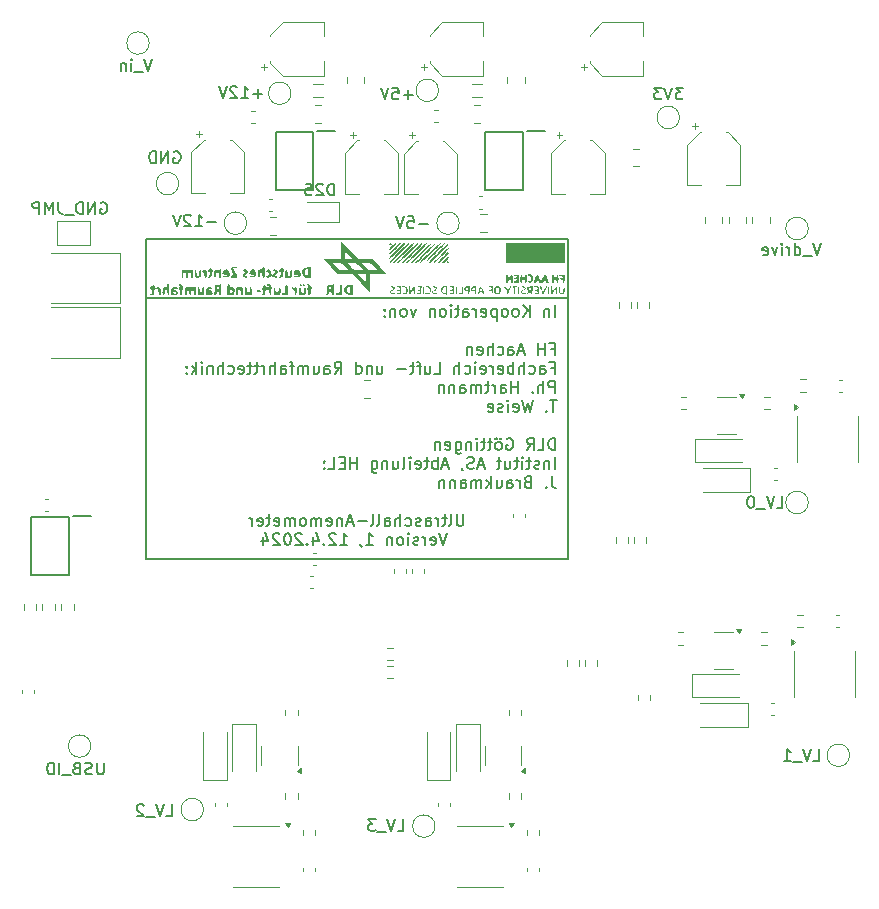
<source format=gbr>
%TF.GenerationSoftware,KiCad,Pcbnew,8.0.3*%
%TF.CreationDate,2024-09-23T16:56:09+02:00*%
%TF.ProjectId,USAN_r0,5553414e-5f72-4302-9e6b-696361645f70,rev?*%
%TF.SameCoordinates,Original*%
%TF.FileFunction,Legend,Bot*%
%TF.FilePolarity,Positive*%
%FSLAX46Y46*%
G04 Gerber Fmt 4.6, Leading zero omitted, Abs format (unit mm)*
G04 Created by KiCad (PCBNEW 8.0.3) date 2024-09-23 16:56:09*
%MOMM*%
%LPD*%
G01*
G04 APERTURE LIST*
%ADD10C,0.160000*%
%ADD11C,0.150000*%
%ADD12C,0.120000*%
%ADD13C,0.200000*%
%ADD14C,0.000000*%
G04 APERTURE END LIST*
D10*
X63658504Y-74050000D02*
X99408504Y-74050000D01*
X60106641Y-113419299D02*
X60106641Y-114228822D01*
X60106641Y-114228822D02*
X60059022Y-114324060D01*
X60059022Y-114324060D02*
X60011403Y-114371680D01*
X60011403Y-114371680D02*
X59916165Y-114419299D01*
X59916165Y-114419299D02*
X59725689Y-114419299D01*
X59725689Y-114419299D02*
X59630451Y-114371680D01*
X59630451Y-114371680D02*
X59582832Y-114324060D01*
X59582832Y-114324060D02*
X59535213Y-114228822D01*
X59535213Y-114228822D02*
X59535213Y-113419299D01*
X59106641Y-114371680D02*
X58963784Y-114419299D01*
X58963784Y-114419299D02*
X58725689Y-114419299D01*
X58725689Y-114419299D02*
X58630451Y-114371680D01*
X58630451Y-114371680D02*
X58582832Y-114324060D01*
X58582832Y-114324060D02*
X58535213Y-114228822D01*
X58535213Y-114228822D02*
X58535213Y-114133584D01*
X58535213Y-114133584D02*
X58582832Y-114038346D01*
X58582832Y-114038346D02*
X58630451Y-113990727D01*
X58630451Y-113990727D02*
X58725689Y-113943108D01*
X58725689Y-113943108D02*
X58916165Y-113895489D01*
X58916165Y-113895489D02*
X59011403Y-113847870D01*
X59011403Y-113847870D02*
X59059022Y-113800251D01*
X59059022Y-113800251D02*
X59106641Y-113705013D01*
X59106641Y-113705013D02*
X59106641Y-113609775D01*
X59106641Y-113609775D02*
X59059022Y-113514537D01*
X59059022Y-113514537D02*
X59011403Y-113466918D01*
X59011403Y-113466918D02*
X58916165Y-113419299D01*
X58916165Y-113419299D02*
X58678070Y-113419299D01*
X58678070Y-113419299D02*
X58535213Y-113466918D01*
X57773308Y-113895489D02*
X57630451Y-113943108D01*
X57630451Y-113943108D02*
X57582832Y-113990727D01*
X57582832Y-113990727D02*
X57535213Y-114085965D01*
X57535213Y-114085965D02*
X57535213Y-114228822D01*
X57535213Y-114228822D02*
X57582832Y-114324060D01*
X57582832Y-114324060D02*
X57630451Y-114371680D01*
X57630451Y-114371680D02*
X57725689Y-114419299D01*
X57725689Y-114419299D02*
X58106641Y-114419299D01*
X58106641Y-114419299D02*
X58106641Y-113419299D01*
X58106641Y-113419299D02*
X57773308Y-113419299D01*
X57773308Y-113419299D02*
X57678070Y-113466918D01*
X57678070Y-113466918D02*
X57630451Y-113514537D01*
X57630451Y-113514537D02*
X57582832Y-113609775D01*
X57582832Y-113609775D02*
X57582832Y-113705013D01*
X57582832Y-113705013D02*
X57630451Y-113800251D01*
X57630451Y-113800251D02*
X57678070Y-113847870D01*
X57678070Y-113847870D02*
X57773308Y-113895489D01*
X57773308Y-113895489D02*
X58106641Y-113895489D01*
X57344737Y-114514537D02*
X56582832Y-114514537D01*
X56344736Y-114419299D02*
X56344736Y-113419299D01*
X55868546Y-114419299D02*
X55868546Y-113419299D01*
X55868546Y-113419299D02*
X55630451Y-113419299D01*
X55630451Y-113419299D02*
X55487594Y-113466918D01*
X55487594Y-113466918D02*
X55392356Y-113562156D01*
X55392356Y-113562156D02*
X55344737Y-113657394D01*
X55344737Y-113657394D02*
X55297118Y-113847870D01*
X55297118Y-113847870D02*
X55297118Y-113990727D01*
X55297118Y-113990727D02*
X55344737Y-114181203D01*
X55344737Y-114181203D02*
X55392356Y-114276441D01*
X55392356Y-114276441D02*
X55487594Y-114371680D01*
X55487594Y-114371680D02*
X55630451Y-114419299D01*
X55630451Y-114419299D02*
X55868546Y-114419299D01*
X59832832Y-66001918D02*
X59928070Y-65954299D01*
X59928070Y-65954299D02*
X60070927Y-65954299D01*
X60070927Y-65954299D02*
X60213784Y-66001918D01*
X60213784Y-66001918D02*
X60309022Y-66097156D01*
X60309022Y-66097156D02*
X60356641Y-66192394D01*
X60356641Y-66192394D02*
X60404260Y-66382870D01*
X60404260Y-66382870D02*
X60404260Y-66525727D01*
X60404260Y-66525727D02*
X60356641Y-66716203D01*
X60356641Y-66716203D02*
X60309022Y-66811441D01*
X60309022Y-66811441D02*
X60213784Y-66906680D01*
X60213784Y-66906680D02*
X60070927Y-66954299D01*
X60070927Y-66954299D02*
X59975689Y-66954299D01*
X59975689Y-66954299D02*
X59832832Y-66906680D01*
X59832832Y-66906680D02*
X59785213Y-66859060D01*
X59785213Y-66859060D02*
X59785213Y-66525727D01*
X59785213Y-66525727D02*
X59975689Y-66525727D01*
X59356641Y-66954299D02*
X59356641Y-65954299D01*
X59356641Y-65954299D02*
X58785213Y-66954299D01*
X58785213Y-66954299D02*
X58785213Y-65954299D01*
X58309022Y-66954299D02*
X58309022Y-65954299D01*
X58309022Y-65954299D02*
X58070927Y-65954299D01*
X58070927Y-65954299D02*
X57928070Y-66001918D01*
X57928070Y-66001918D02*
X57832832Y-66097156D01*
X57832832Y-66097156D02*
X57785213Y-66192394D01*
X57785213Y-66192394D02*
X57737594Y-66382870D01*
X57737594Y-66382870D02*
X57737594Y-66525727D01*
X57737594Y-66525727D02*
X57785213Y-66716203D01*
X57785213Y-66716203D02*
X57832832Y-66811441D01*
X57832832Y-66811441D02*
X57928070Y-66906680D01*
X57928070Y-66906680D02*
X58070927Y-66954299D01*
X58070927Y-66954299D02*
X58309022Y-66954299D01*
X57547118Y-67049537D02*
X56785213Y-67049537D01*
X56261403Y-65954299D02*
X56261403Y-66668584D01*
X56261403Y-66668584D02*
X56309022Y-66811441D01*
X56309022Y-66811441D02*
X56404260Y-66906680D01*
X56404260Y-66906680D02*
X56547117Y-66954299D01*
X56547117Y-66954299D02*
X56642355Y-66954299D01*
X55785212Y-66954299D02*
X55785212Y-65954299D01*
X55785212Y-65954299D02*
X55451879Y-66668584D01*
X55451879Y-66668584D02*
X55118546Y-65954299D01*
X55118546Y-65954299D02*
X55118546Y-66954299D01*
X54642355Y-66954299D02*
X54642355Y-65954299D01*
X54642355Y-65954299D02*
X54261403Y-65954299D01*
X54261403Y-65954299D02*
X54166165Y-66001918D01*
X54166165Y-66001918D02*
X54118546Y-66049537D01*
X54118546Y-66049537D02*
X54070927Y-66144775D01*
X54070927Y-66144775D02*
X54070927Y-66287632D01*
X54070927Y-66287632D02*
X54118546Y-66382870D01*
X54118546Y-66382870D02*
X54166165Y-66430489D01*
X54166165Y-66430489D02*
X54261403Y-66478108D01*
X54261403Y-66478108D02*
X54642355Y-66478108D01*
X86256641Y-56888346D02*
X85494737Y-56888346D01*
X85875689Y-57269299D02*
X85875689Y-56507394D01*
X84542356Y-56269299D02*
X85018546Y-56269299D01*
X85018546Y-56269299D02*
X85066165Y-56745489D01*
X85066165Y-56745489D02*
X85018546Y-56697870D01*
X85018546Y-56697870D02*
X84923308Y-56650251D01*
X84923308Y-56650251D02*
X84685213Y-56650251D01*
X84685213Y-56650251D02*
X84589975Y-56697870D01*
X84589975Y-56697870D02*
X84542356Y-56745489D01*
X84542356Y-56745489D02*
X84494737Y-56840727D01*
X84494737Y-56840727D02*
X84494737Y-57078822D01*
X84494737Y-57078822D02*
X84542356Y-57174060D01*
X84542356Y-57174060D02*
X84589975Y-57221680D01*
X84589975Y-57221680D02*
X84685213Y-57269299D01*
X84685213Y-57269299D02*
X84923308Y-57269299D01*
X84923308Y-57269299D02*
X85018546Y-57221680D01*
X85018546Y-57221680D02*
X85066165Y-57174060D01*
X84209022Y-56269299D02*
X83875689Y-57269299D01*
X83875689Y-57269299D02*
X83542356Y-56269299D01*
X87556641Y-67788346D02*
X86794737Y-67788346D01*
X85842356Y-67169299D02*
X86318546Y-67169299D01*
X86318546Y-67169299D02*
X86366165Y-67645489D01*
X86366165Y-67645489D02*
X86318546Y-67597870D01*
X86318546Y-67597870D02*
X86223308Y-67550251D01*
X86223308Y-67550251D02*
X85985213Y-67550251D01*
X85985213Y-67550251D02*
X85889975Y-67597870D01*
X85889975Y-67597870D02*
X85842356Y-67645489D01*
X85842356Y-67645489D02*
X85794737Y-67740727D01*
X85794737Y-67740727D02*
X85794737Y-67978822D01*
X85794737Y-67978822D02*
X85842356Y-68074060D01*
X85842356Y-68074060D02*
X85889975Y-68121680D01*
X85889975Y-68121680D02*
X85985213Y-68169299D01*
X85985213Y-68169299D02*
X86223308Y-68169299D01*
X86223308Y-68169299D02*
X86318546Y-68121680D01*
X86318546Y-68121680D02*
X86366165Y-68074060D01*
X85509022Y-67169299D02*
X85175689Y-68169299D01*
X85175689Y-68169299D02*
X84842356Y-67169299D01*
X73506641Y-56788346D02*
X72744737Y-56788346D01*
X73125689Y-57169299D02*
X73125689Y-56407394D01*
X71744737Y-57169299D02*
X72316165Y-57169299D01*
X72030451Y-57169299D02*
X72030451Y-56169299D01*
X72030451Y-56169299D02*
X72125689Y-56312156D01*
X72125689Y-56312156D02*
X72220927Y-56407394D01*
X72220927Y-56407394D02*
X72316165Y-56455013D01*
X71363784Y-56264537D02*
X71316165Y-56216918D01*
X71316165Y-56216918D02*
X71220927Y-56169299D01*
X71220927Y-56169299D02*
X70982832Y-56169299D01*
X70982832Y-56169299D02*
X70887594Y-56216918D01*
X70887594Y-56216918D02*
X70839975Y-56264537D01*
X70839975Y-56264537D02*
X70792356Y-56359775D01*
X70792356Y-56359775D02*
X70792356Y-56455013D01*
X70792356Y-56455013D02*
X70839975Y-56597870D01*
X70839975Y-56597870D02*
X71411403Y-57169299D01*
X71411403Y-57169299D02*
X70792356Y-57169299D01*
X70506641Y-56169299D02*
X70173308Y-57169299D01*
X70173308Y-57169299D02*
X69839975Y-56169299D01*
X120180451Y-113269299D02*
X120656641Y-113269299D01*
X120656641Y-113269299D02*
X120656641Y-112269299D01*
X119989974Y-112269299D02*
X119656641Y-113269299D01*
X119656641Y-113269299D02*
X119323308Y-112269299D01*
X119228070Y-113364537D02*
X118466165Y-113364537D01*
X117704260Y-113269299D02*
X118275688Y-113269299D01*
X117989974Y-113269299D02*
X117989974Y-112269299D01*
X117989974Y-112269299D02*
X118085212Y-112412156D01*
X118085212Y-112412156D02*
X118180450Y-112507394D01*
X118180450Y-112507394D02*
X118275688Y-112555013D01*
X65380451Y-117969299D02*
X65856641Y-117969299D01*
X65856641Y-117969299D02*
X65856641Y-116969299D01*
X65189974Y-116969299D02*
X64856641Y-117969299D01*
X64856641Y-117969299D02*
X64523308Y-116969299D01*
X64428070Y-118064537D02*
X63666165Y-118064537D01*
X63475688Y-117064537D02*
X63428069Y-117016918D01*
X63428069Y-117016918D02*
X63332831Y-116969299D01*
X63332831Y-116969299D02*
X63094736Y-116969299D01*
X63094736Y-116969299D02*
X62999498Y-117016918D01*
X62999498Y-117016918D02*
X62951879Y-117064537D01*
X62951879Y-117064537D02*
X62904260Y-117159775D01*
X62904260Y-117159775D02*
X62904260Y-117255013D01*
X62904260Y-117255013D02*
X62951879Y-117397870D01*
X62951879Y-117397870D02*
X63523307Y-117969299D01*
X63523307Y-117969299D02*
X62904260Y-117969299D01*
X64199498Y-53869299D02*
X63866165Y-54869299D01*
X63866165Y-54869299D02*
X63532832Y-53869299D01*
X63437594Y-54964537D02*
X62675689Y-54964537D01*
X62437593Y-54869299D02*
X62437593Y-54202632D01*
X62437593Y-53869299D02*
X62485212Y-53916918D01*
X62485212Y-53916918D02*
X62437593Y-53964537D01*
X62437593Y-53964537D02*
X62389974Y-53916918D01*
X62389974Y-53916918D02*
X62437593Y-53869299D01*
X62437593Y-53869299D02*
X62437593Y-53964537D01*
X61961403Y-54202632D02*
X61961403Y-54869299D01*
X61961403Y-54297870D02*
X61913784Y-54250251D01*
X61913784Y-54250251D02*
X61818546Y-54202632D01*
X61818546Y-54202632D02*
X61675689Y-54202632D01*
X61675689Y-54202632D02*
X61580451Y-54250251D01*
X61580451Y-54250251D02*
X61532832Y-54345489D01*
X61532832Y-54345489D02*
X61532832Y-54869299D01*
X120799498Y-69469299D02*
X120466165Y-70469299D01*
X120466165Y-70469299D02*
X120132832Y-69469299D01*
X120037594Y-70564537D02*
X119275689Y-70564537D01*
X118609022Y-70469299D02*
X118609022Y-69469299D01*
X118609022Y-70421680D02*
X118704260Y-70469299D01*
X118704260Y-70469299D02*
X118894736Y-70469299D01*
X118894736Y-70469299D02*
X118989974Y-70421680D01*
X118989974Y-70421680D02*
X119037593Y-70374060D01*
X119037593Y-70374060D02*
X119085212Y-70278822D01*
X119085212Y-70278822D02*
X119085212Y-69993108D01*
X119085212Y-69993108D02*
X119037593Y-69897870D01*
X119037593Y-69897870D02*
X118989974Y-69850251D01*
X118989974Y-69850251D02*
X118894736Y-69802632D01*
X118894736Y-69802632D02*
X118704260Y-69802632D01*
X118704260Y-69802632D02*
X118609022Y-69850251D01*
X118132831Y-70469299D02*
X118132831Y-69802632D01*
X118132831Y-69993108D02*
X118085212Y-69897870D01*
X118085212Y-69897870D02*
X118037593Y-69850251D01*
X118037593Y-69850251D02*
X117942355Y-69802632D01*
X117942355Y-69802632D02*
X117847117Y-69802632D01*
X117513783Y-70469299D02*
X117513783Y-69802632D01*
X117513783Y-69469299D02*
X117561402Y-69516918D01*
X117561402Y-69516918D02*
X117513783Y-69564537D01*
X117513783Y-69564537D02*
X117466164Y-69516918D01*
X117466164Y-69516918D02*
X117513783Y-69469299D01*
X117513783Y-69469299D02*
X117513783Y-69564537D01*
X117132831Y-69802632D02*
X116894736Y-70469299D01*
X116894736Y-70469299D02*
X116656641Y-69802632D01*
X115894736Y-70421680D02*
X115989974Y-70469299D01*
X115989974Y-70469299D02*
X116180450Y-70469299D01*
X116180450Y-70469299D02*
X116275688Y-70421680D01*
X116275688Y-70421680D02*
X116323307Y-70326441D01*
X116323307Y-70326441D02*
X116323307Y-69945489D01*
X116323307Y-69945489D02*
X116275688Y-69850251D01*
X116275688Y-69850251D02*
X116180450Y-69802632D01*
X116180450Y-69802632D02*
X115989974Y-69802632D01*
X115989974Y-69802632D02*
X115894736Y-69850251D01*
X115894736Y-69850251D02*
X115847117Y-69945489D01*
X115847117Y-69945489D02*
X115847117Y-70040727D01*
X115847117Y-70040727D02*
X116323307Y-70135965D01*
X84980451Y-119219299D02*
X85456641Y-119219299D01*
X85456641Y-119219299D02*
X85456641Y-118219299D01*
X84789974Y-118219299D02*
X84456641Y-119219299D01*
X84456641Y-119219299D02*
X84123308Y-118219299D01*
X84028070Y-119314537D02*
X83266165Y-119314537D01*
X83123307Y-118219299D02*
X82504260Y-118219299D01*
X82504260Y-118219299D02*
X82837593Y-118600251D01*
X82837593Y-118600251D02*
X82694736Y-118600251D01*
X82694736Y-118600251D02*
X82599498Y-118647870D01*
X82599498Y-118647870D02*
X82551879Y-118695489D01*
X82551879Y-118695489D02*
X82504260Y-118790727D01*
X82504260Y-118790727D02*
X82504260Y-119028822D01*
X82504260Y-119028822D02*
X82551879Y-119124060D01*
X82551879Y-119124060D02*
X82599498Y-119171680D01*
X82599498Y-119171680D02*
X82694736Y-119219299D01*
X82694736Y-119219299D02*
X82980450Y-119219299D01*
X82980450Y-119219299D02*
X83075688Y-119171680D01*
X83075688Y-119171680D02*
X83123307Y-119124060D01*
X117080451Y-91869299D02*
X117556641Y-91869299D01*
X117556641Y-91869299D02*
X117556641Y-90869299D01*
X116889974Y-90869299D02*
X116556641Y-91869299D01*
X116556641Y-91869299D02*
X116223308Y-90869299D01*
X116128070Y-91964537D02*
X115366165Y-91964537D01*
X114937593Y-90869299D02*
X114842355Y-90869299D01*
X114842355Y-90869299D02*
X114747117Y-90916918D01*
X114747117Y-90916918D02*
X114699498Y-90964537D01*
X114699498Y-90964537D02*
X114651879Y-91059775D01*
X114651879Y-91059775D02*
X114604260Y-91250251D01*
X114604260Y-91250251D02*
X114604260Y-91488346D01*
X114604260Y-91488346D02*
X114651879Y-91678822D01*
X114651879Y-91678822D02*
X114699498Y-91774060D01*
X114699498Y-91774060D02*
X114747117Y-91821680D01*
X114747117Y-91821680D02*
X114842355Y-91869299D01*
X114842355Y-91869299D02*
X114937593Y-91869299D01*
X114937593Y-91869299D02*
X115032831Y-91821680D01*
X115032831Y-91821680D02*
X115080450Y-91774060D01*
X115080450Y-91774060D02*
X115128069Y-91678822D01*
X115128069Y-91678822D02*
X115175688Y-91488346D01*
X115175688Y-91488346D02*
X115175688Y-91250251D01*
X115175688Y-91250251D02*
X115128069Y-91059775D01*
X115128069Y-91059775D02*
X115080450Y-90964537D01*
X115080450Y-90964537D02*
X115032831Y-90916918D01*
X115032831Y-90916918D02*
X114937593Y-90869299D01*
X109151879Y-56269299D02*
X108532832Y-56269299D01*
X108532832Y-56269299D02*
X108866165Y-56650251D01*
X108866165Y-56650251D02*
X108723308Y-56650251D01*
X108723308Y-56650251D02*
X108628070Y-56697870D01*
X108628070Y-56697870D02*
X108580451Y-56745489D01*
X108580451Y-56745489D02*
X108532832Y-56840727D01*
X108532832Y-56840727D02*
X108532832Y-57078822D01*
X108532832Y-57078822D02*
X108580451Y-57174060D01*
X108580451Y-57174060D02*
X108628070Y-57221680D01*
X108628070Y-57221680D02*
X108723308Y-57269299D01*
X108723308Y-57269299D02*
X109009022Y-57269299D01*
X109009022Y-57269299D02*
X109104260Y-57221680D01*
X109104260Y-57221680D02*
X109151879Y-57174060D01*
X108247117Y-56269299D02*
X107913784Y-57269299D01*
X107913784Y-57269299D02*
X107580451Y-56269299D01*
X107342355Y-56269299D02*
X106723308Y-56269299D01*
X106723308Y-56269299D02*
X107056641Y-56650251D01*
X107056641Y-56650251D02*
X106913784Y-56650251D01*
X106913784Y-56650251D02*
X106818546Y-56697870D01*
X106818546Y-56697870D02*
X106770927Y-56745489D01*
X106770927Y-56745489D02*
X106723308Y-56840727D01*
X106723308Y-56840727D02*
X106723308Y-57078822D01*
X106723308Y-57078822D02*
X106770927Y-57174060D01*
X106770927Y-57174060D02*
X106818546Y-57221680D01*
X106818546Y-57221680D02*
X106913784Y-57269299D01*
X106913784Y-57269299D02*
X107199498Y-57269299D01*
X107199498Y-57269299D02*
X107294736Y-57221680D01*
X107294736Y-57221680D02*
X107342355Y-57174060D01*
X69606641Y-67638346D02*
X68844737Y-67638346D01*
X67844737Y-68019299D02*
X68416165Y-68019299D01*
X68130451Y-68019299D02*
X68130451Y-67019299D01*
X68130451Y-67019299D02*
X68225689Y-67162156D01*
X68225689Y-67162156D02*
X68320927Y-67257394D01*
X68320927Y-67257394D02*
X68416165Y-67305013D01*
X67463784Y-67114537D02*
X67416165Y-67066918D01*
X67416165Y-67066918D02*
X67320927Y-67019299D01*
X67320927Y-67019299D02*
X67082832Y-67019299D01*
X67082832Y-67019299D02*
X66987594Y-67066918D01*
X66987594Y-67066918D02*
X66939975Y-67114537D01*
X66939975Y-67114537D02*
X66892356Y-67209775D01*
X66892356Y-67209775D02*
X66892356Y-67305013D01*
X66892356Y-67305013D02*
X66939975Y-67447870D01*
X66939975Y-67447870D02*
X67511403Y-68019299D01*
X67511403Y-68019299D02*
X66892356Y-68019299D01*
X66606641Y-67019299D02*
X66273308Y-68019299D01*
X66273308Y-68019299D02*
X65939975Y-67019299D01*
X66032832Y-61716918D02*
X66128070Y-61669299D01*
X66128070Y-61669299D02*
X66270927Y-61669299D01*
X66270927Y-61669299D02*
X66413784Y-61716918D01*
X66413784Y-61716918D02*
X66509022Y-61812156D01*
X66509022Y-61812156D02*
X66556641Y-61907394D01*
X66556641Y-61907394D02*
X66604260Y-62097870D01*
X66604260Y-62097870D02*
X66604260Y-62240727D01*
X66604260Y-62240727D02*
X66556641Y-62431203D01*
X66556641Y-62431203D02*
X66509022Y-62526441D01*
X66509022Y-62526441D02*
X66413784Y-62621680D01*
X66413784Y-62621680D02*
X66270927Y-62669299D01*
X66270927Y-62669299D02*
X66175689Y-62669299D01*
X66175689Y-62669299D02*
X66032832Y-62621680D01*
X66032832Y-62621680D02*
X65985213Y-62574060D01*
X65985213Y-62574060D02*
X65985213Y-62240727D01*
X65985213Y-62240727D02*
X66175689Y-62240727D01*
X65556641Y-62669299D02*
X65556641Y-61669299D01*
X65556641Y-61669299D02*
X64985213Y-62669299D01*
X64985213Y-62669299D02*
X64985213Y-61669299D01*
X64509022Y-62669299D02*
X64509022Y-61669299D01*
X64509022Y-61669299D02*
X64270927Y-61669299D01*
X64270927Y-61669299D02*
X64128070Y-61716918D01*
X64128070Y-61716918D02*
X64032832Y-61812156D01*
X64032832Y-61812156D02*
X63985213Y-61907394D01*
X63985213Y-61907394D02*
X63937594Y-62097870D01*
X63937594Y-62097870D02*
X63937594Y-62240727D01*
X63937594Y-62240727D02*
X63985213Y-62431203D01*
X63985213Y-62431203D02*
X64032832Y-62526441D01*
X64032832Y-62526441D02*
X64128070Y-62621680D01*
X64128070Y-62621680D02*
X64270927Y-62669299D01*
X64270927Y-62669299D02*
X64509022Y-62669299D01*
X98315145Y-75669131D02*
X98315145Y-74669131D01*
X97838955Y-75002464D02*
X97838955Y-75669131D01*
X97838955Y-75097702D02*
X97791336Y-75050083D01*
X97791336Y-75050083D02*
X97696098Y-75002464D01*
X97696098Y-75002464D02*
X97553241Y-75002464D01*
X97553241Y-75002464D02*
X97458003Y-75050083D01*
X97458003Y-75050083D02*
X97410384Y-75145321D01*
X97410384Y-75145321D02*
X97410384Y-75669131D01*
X96172288Y-75669131D02*
X96172288Y-74669131D01*
X95600860Y-75669131D02*
X96029431Y-75097702D01*
X95600860Y-74669131D02*
X96172288Y-75240559D01*
X95029431Y-75669131D02*
X95124669Y-75621512D01*
X95124669Y-75621512D02*
X95172288Y-75573892D01*
X95172288Y-75573892D02*
X95219907Y-75478654D01*
X95219907Y-75478654D02*
X95219907Y-75192940D01*
X95219907Y-75192940D02*
X95172288Y-75097702D01*
X95172288Y-75097702D02*
X95124669Y-75050083D01*
X95124669Y-75050083D02*
X95029431Y-75002464D01*
X95029431Y-75002464D02*
X94886574Y-75002464D01*
X94886574Y-75002464D02*
X94791336Y-75050083D01*
X94791336Y-75050083D02*
X94743717Y-75097702D01*
X94743717Y-75097702D02*
X94696098Y-75192940D01*
X94696098Y-75192940D02*
X94696098Y-75478654D01*
X94696098Y-75478654D02*
X94743717Y-75573892D01*
X94743717Y-75573892D02*
X94791336Y-75621512D01*
X94791336Y-75621512D02*
X94886574Y-75669131D01*
X94886574Y-75669131D02*
X95029431Y-75669131D01*
X94124669Y-75669131D02*
X94219907Y-75621512D01*
X94219907Y-75621512D02*
X94267526Y-75573892D01*
X94267526Y-75573892D02*
X94315145Y-75478654D01*
X94315145Y-75478654D02*
X94315145Y-75192940D01*
X94315145Y-75192940D02*
X94267526Y-75097702D01*
X94267526Y-75097702D02*
X94219907Y-75050083D01*
X94219907Y-75050083D02*
X94124669Y-75002464D01*
X94124669Y-75002464D02*
X93981812Y-75002464D01*
X93981812Y-75002464D02*
X93886574Y-75050083D01*
X93886574Y-75050083D02*
X93838955Y-75097702D01*
X93838955Y-75097702D02*
X93791336Y-75192940D01*
X93791336Y-75192940D02*
X93791336Y-75478654D01*
X93791336Y-75478654D02*
X93838955Y-75573892D01*
X93838955Y-75573892D02*
X93886574Y-75621512D01*
X93886574Y-75621512D02*
X93981812Y-75669131D01*
X93981812Y-75669131D02*
X94124669Y-75669131D01*
X93362764Y-75002464D02*
X93362764Y-76002464D01*
X93362764Y-75050083D02*
X93267526Y-75002464D01*
X93267526Y-75002464D02*
X93077050Y-75002464D01*
X93077050Y-75002464D02*
X92981812Y-75050083D01*
X92981812Y-75050083D02*
X92934193Y-75097702D01*
X92934193Y-75097702D02*
X92886574Y-75192940D01*
X92886574Y-75192940D02*
X92886574Y-75478654D01*
X92886574Y-75478654D02*
X92934193Y-75573892D01*
X92934193Y-75573892D02*
X92981812Y-75621512D01*
X92981812Y-75621512D02*
X93077050Y-75669131D01*
X93077050Y-75669131D02*
X93267526Y-75669131D01*
X93267526Y-75669131D02*
X93362764Y-75621512D01*
X92077050Y-75621512D02*
X92172288Y-75669131D01*
X92172288Y-75669131D02*
X92362764Y-75669131D01*
X92362764Y-75669131D02*
X92458002Y-75621512D01*
X92458002Y-75621512D02*
X92505621Y-75526273D01*
X92505621Y-75526273D02*
X92505621Y-75145321D01*
X92505621Y-75145321D02*
X92458002Y-75050083D01*
X92458002Y-75050083D02*
X92362764Y-75002464D01*
X92362764Y-75002464D02*
X92172288Y-75002464D01*
X92172288Y-75002464D02*
X92077050Y-75050083D01*
X92077050Y-75050083D02*
X92029431Y-75145321D01*
X92029431Y-75145321D02*
X92029431Y-75240559D01*
X92029431Y-75240559D02*
X92505621Y-75335797D01*
X91600859Y-75669131D02*
X91600859Y-75002464D01*
X91600859Y-75192940D02*
X91553240Y-75097702D01*
X91553240Y-75097702D02*
X91505621Y-75050083D01*
X91505621Y-75050083D02*
X91410383Y-75002464D01*
X91410383Y-75002464D02*
X91315145Y-75002464D01*
X90553240Y-75669131D02*
X90553240Y-75145321D01*
X90553240Y-75145321D02*
X90600859Y-75050083D01*
X90600859Y-75050083D02*
X90696097Y-75002464D01*
X90696097Y-75002464D02*
X90886573Y-75002464D01*
X90886573Y-75002464D02*
X90981811Y-75050083D01*
X90553240Y-75621512D02*
X90648478Y-75669131D01*
X90648478Y-75669131D02*
X90886573Y-75669131D01*
X90886573Y-75669131D02*
X90981811Y-75621512D01*
X90981811Y-75621512D02*
X91029430Y-75526273D01*
X91029430Y-75526273D02*
X91029430Y-75431035D01*
X91029430Y-75431035D02*
X90981811Y-75335797D01*
X90981811Y-75335797D02*
X90886573Y-75288178D01*
X90886573Y-75288178D02*
X90648478Y-75288178D01*
X90648478Y-75288178D02*
X90553240Y-75240559D01*
X90219906Y-75002464D02*
X89838954Y-75002464D01*
X90077049Y-74669131D02*
X90077049Y-75526273D01*
X90077049Y-75526273D02*
X90029430Y-75621512D01*
X90029430Y-75621512D02*
X89934192Y-75669131D01*
X89934192Y-75669131D02*
X89838954Y-75669131D01*
X89505620Y-75669131D02*
X89505620Y-75002464D01*
X89505620Y-74669131D02*
X89553239Y-74716750D01*
X89553239Y-74716750D02*
X89505620Y-74764369D01*
X89505620Y-74764369D02*
X89458001Y-74716750D01*
X89458001Y-74716750D02*
X89505620Y-74669131D01*
X89505620Y-74669131D02*
X89505620Y-74764369D01*
X88886573Y-75669131D02*
X88981811Y-75621512D01*
X88981811Y-75621512D02*
X89029430Y-75573892D01*
X89029430Y-75573892D02*
X89077049Y-75478654D01*
X89077049Y-75478654D02*
X89077049Y-75192940D01*
X89077049Y-75192940D02*
X89029430Y-75097702D01*
X89029430Y-75097702D02*
X88981811Y-75050083D01*
X88981811Y-75050083D02*
X88886573Y-75002464D01*
X88886573Y-75002464D02*
X88743716Y-75002464D01*
X88743716Y-75002464D02*
X88648478Y-75050083D01*
X88648478Y-75050083D02*
X88600859Y-75097702D01*
X88600859Y-75097702D02*
X88553240Y-75192940D01*
X88553240Y-75192940D02*
X88553240Y-75478654D01*
X88553240Y-75478654D02*
X88600859Y-75573892D01*
X88600859Y-75573892D02*
X88648478Y-75621512D01*
X88648478Y-75621512D02*
X88743716Y-75669131D01*
X88743716Y-75669131D02*
X88886573Y-75669131D01*
X88124668Y-75002464D02*
X88124668Y-75669131D01*
X88124668Y-75097702D02*
X88077049Y-75050083D01*
X88077049Y-75050083D02*
X87981811Y-75002464D01*
X87981811Y-75002464D02*
X87838954Y-75002464D01*
X87838954Y-75002464D02*
X87743716Y-75050083D01*
X87743716Y-75050083D02*
X87696097Y-75145321D01*
X87696097Y-75145321D02*
X87696097Y-75669131D01*
X86553239Y-75002464D02*
X86315144Y-75669131D01*
X86315144Y-75669131D02*
X86077049Y-75002464D01*
X85553239Y-75669131D02*
X85648477Y-75621512D01*
X85648477Y-75621512D02*
X85696096Y-75573892D01*
X85696096Y-75573892D02*
X85743715Y-75478654D01*
X85743715Y-75478654D02*
X85743715Y-75192940D01*
X85743715Y-75192940D02*
X85696096Y-75097702D01*
X85696096Y-75097702D02*
X85648477Y-75050083D01*
X85648477Y-75050083D02*
X85553239Y-75002464D01*
X85553239Y-75002464D02*
X85410382Y-75002464D01*
X85410382Y-75002464D02*
X85315144Y-75050083D01*
X85315144Y-75050083D02*
X85267525Y-75097702D01*
X85267525Y-75097702D02*
X85219906Y-75192940D01*
X85219906Y-75192940D02*
X85219906Y-75478654D01*
X85219906Y-75478654D02*
X85267525Y-75573892D01*
X85267525Y-75573892D02*
X85315144Y-75621512D01*
X85315144Y-75621512D02*
X85410382Y-75669131D01*
X85410382Y-75669131D02*
X85553239Y-75669131D01*
X84791334Y-75002464D02*
X84791334Y-75669131D01*
X84791334Y-75097702D02*
X84743715Y-75050083D01*
X84743715Y-75050083D02*
X84648477Y-75002464D01*
X84648477Y-75002464D02*
X84505620Y-75002464D01*
X84505620Y-75002464D02*
X84410382Y-75050083D01*
X84410382Y-75050083D02*
X84362763Y-75145321D01*
X84362763Y-75145321D02*
X84362763Y-75669131D01*
X83886572Y-75573892D02*
X83838953Y-75621512D01*
X83838953Y-75621512D02*
X83886572Y-75669131D01*
X83886572Y-75669131D02*
X83934191Y-75621512D01*
X83934191Y-75621512D02*
X83886572Y-75573892D01*
X83886572Y-75573892D02*
X83886572Y-75669131D01*
X83886572Y-75050083D02*
X83838953Y-75097702D01*
X83838953Y-75097702D02*
X83886572Y-75145321D01*
X83886572Y-75145321D02*
X83934191Y-75097702D01*
X83934191Y-75097702D02*
X83886572Y-75050083D01*
X83886572Y-75050083D02*
X83886572Y-75145321D01*
X97981812Y-78365209D02*
X98315145Y-78365209D01*
X98315145Y-78889019D02*
X98315145Y-77889019D01*
X98315145Y-77889019D02*
X97838955Y-77889019D01*
X97458002Y-78889019D02*
X97458002Y-77889019D01*
X97458002Y-78365209D02*
X96886574Y-78365209D01*
X96886574Y-78889019D02*
X96886574Y-77889019D01*
X95696097Y-78603304D02*
X95219907Y-78603304D01*
X95791335Y-78889019D02*
X95458002Y-77889019D01*
X95458002Y-77889019D02*
X95124669Y-78889019D01*
X94362764Y-78889019D02*
X94362764Y-78365209D01*
X94362764Y-78365209D02*
X94410383Y-78269971D01*
X94410383Y-78269971D02*
X94505621Y-78222352D01*
X94505621Y-78222352D02*
X94696097Y-78222352D01*
X94696097Y-78222352D02*
X94791335Y-78269971D01*
X94362764Y-78841400D02*
X94458002Y-78889019D01*
X94458002Y-78889019D02*
X94696097Y-78889019D01*
X94696097Y-78889019D02*
X94791335Y-78841400D01*
X94791335Y-78841400D02*
X94838954Y-78746161D01*
X94838954Y-78746161D02*
X94838954Y-78650923D01*
X94838954Y-78650923D02*
X94791335Y-78555685D01*
X94791335Y-78555685D02*
X94696097Y-78508066D01*
X94696097Y-78508066D02*
X94458002Y-78508066D01*
X94458002Y-78508066D02*
X94362764Y-78460447D01*
X93458002Y-78841400D02*
X93553240Y-78889019D01*
X93553240Y-78889019D02*
X93743716Y-78889019D01*
X93743716Y-78889019D02*
X93838954Y-78841400D01*
X93838954Y-78841400D02*
X93886573Y-78793780D01*
X93886573Y-78793780D02*
X93934192Y-78698542D01*
X93934192Y-78698542D02*
X93934192Y-78412828D01*
X93934192Y-78412828D02*
X93886573Y-78317590D01*
X93886573Y-78317590D02*
X93838954Y-78269971D01*
X93838954Y-78269971D02*
X93743716Y-78222352D01*
X93743716Y-78222352D02*
X93553240Y-78222352D01*
X93553240Y-78222352D02*
X93458002Y-78269971D01*
X93029430Y-78889019D02*
X93029430Y-77889019D01*
X92600859Y-78889019D02*
X92600859Y-78365209D01*
X92600859Y-78365209D02*
X92648478Y-78269971D01*
X92648478Y-78269971D02*
X92743716Y-78222352D01*
X92743716Y-78222352D02*
X92886573Y-78222352D01*
X92886573Y-78222352D02*
X92981811Y-78269971D01*
X92981811Y-78269971D02*
X93029430Y-78317590D01*
X91743716Y-78841400D02*
X91838954Y-78889019D01*
X91838954Y-78889019D02*
X92029430Y-78889019D01*
X92029430Y-78889019D02*
X92124668Y-78841400D01*
X92124668Y-78841400D02*
X92172287Y-78746161D01*
X92172287Y-78746161D02*
X92172287Y-78365209D01*
X92172287Y-78365209D02*
X92124668Y-78269971D01*
X92124668Y-78269971D02*
X92029430Y-78222352D01*
X92029430Y-78222352D02*
X91838954Y-78222352D01*
X91838954Y-78222352D02*
X91743716Y-78269971D01*
X91743716Y-78269971D02*
X91696097Y-78365209D01*
X91696097Y-78365209D02*
X91696097Y-78460447D01*
X91696097Y-78460447D02*
X92172287Y-78555685D01*
X91267525Y-78222352D02*
X91267525Y-78889019D01*
X91267525Y-78317590D02*
X91219906Y-78269971D01*
X91219906Y-78269971D02*
X91124668Y-78222352D01*
X91124668Y-78222352D02*
X90981811Y-78222352D01*
X90981811Y-78222352D02*
X90886573Y-78269971D01*
X90886573Y-78269971D02*
X90838954Y-78365209D01*
X90838954Y-78365209D02*
X90838954Y-78889019D01*
X97981812Y-79975153D02*
X98315145Y-79975153D01*
X98315145Y-80498963D02*
X98315145Y-79498963D01*
X98315145Y-79498963D02*
X97838955Y-79498963D01*
X97029431Y-80498963D02*
X97029431Y-79975153D01*
X97029431Y-79975153D02*
X97077050Y-79879915D01*
X97077050Y-79879915D02*
X97172288Y-79832296D01*
X97172288Y-79832296D02*
X97362764Y-79832296D01*
X97362764Y-79832296D02*
X97458002Y-79879915D01*
X97029431Y-80451344D02*
X97124669Y-80498963D01*
X97124669Y-80498963D02*
X97362764Y-80498963D01*
X97362764Y-80498963D02*
X97458002Y-80451344D01*
X97458002Y-80451344D02*
X97505621Y-80356105D01*
X97505621Y-80356105D02*
X97505621Y-80260867D01*
X97505621Y-80260867D02*
X97458002Y-80165629D01*
X97458002Y-80165629D02*
X97362764Y-80118010D01*
X97362764Y-80118010D02*
X97124669Y-80118010D01*
X97124669Y-80118010D02*
X97029431Y-80070391D01*
X96124669Y-80451344D02*
X96219907Y-80498963D01*
X96219907Y-80498963D02*
X96410383Y-80498963D01*
X96410383Y-80498963D02*
X96505621Y-80451344D01*
X96505621Y-80451344D02*
X96553240Y-80403724D01*
X96553240Y-80403724D02*
X96600859Y-80308486D01*
X96600859Y-80308486D02*
X96600859Y-80022772D01*
X96600859Y-80022772D02*
X96553240Y-79927534D01*
X96553240Y-79927534D02*
X96505621Y-79879915D01*
X96505621Y-79879915D02*
X96410383Y-79832296D01*
X96410383Y-79832296D02*
X96219907Y-79832296D01*
X96219907Y-79832296D02*
X96124669Y-79879915D01*
X95696097Y-80498963D02*
X95696097Y-79498963D01*
X95267526Y-80498963D02*
X95267526Y-79975153D01*
X95267526Y-79975153D02*
X95315145Y-79879915D01*
X95315145Y-79879915D02*
X95410383Y-79832296D01*
X95410383Y-79832296D02*
X95553240Y-79832296D01*
X95553240Y-79832296D02*
X95648478Y-79879915D01*
X95648478Y-79879915D02*
X95696097Y-79927534D01*
X94791335Y-80498963D02*
X94791335Y-79498963D01*
X94791335Y-79879915D02*
X94696097Y-79832296D01*
X94696097Y-79832296D02*
X94505621Y-79832296D01*
X94505621Y-79832296D02*
X94410383Y-79879915D01*
X94410383Y-79879915D02*
X94362764Y-79927534D01*
X94362764Y-79927534D02*
X94315145Y-80022772D01*
X94315145Y-80022772D02*
X94315145Y-80308486D01*
X94315145Y-80308486D02*
X94362764Y-80403724D01*
X94362764Y-80403724D02*
X94410383Y-80451344D01*
X94410383Y-80451344D02*
X94505621Y-80498963D01*
X94505621Y-80498963D02*
X94696097Y-80498963D01*
X94696097Y-80498963D02*
X94791335Y-80451344D01*
X93505621Y-80451344D02*
X93600859Y-80498963D01*
X93600859Y-80498963D02*
X93791335Y-80498963D01*
X93791335Y-80498963D02*
X93886573Y-80451344D01*
X93886573Y-80451344D02*
X93934192Y-80356105D01*
X93934192Y-80356105D02*
X93934192Y-79975153D01*
X93934192Y-79975153D02*
X93886573Y-79879915D01*
X93886573Y-79879915D02*
X93791335Y-79832296D01*
X93791335Y-79832296D02*
X93600859Y-79832296D01*
X93600859Y-79832296D02*
X93505621Y-79879915D01*
X93505621Y-79879915D02*
X93458002Y-79975153D01*
X93458002Y-79975153D02*
X93458002Y-80070391D01*
X93458002Y-80070391D02*
X93934192Y-80165629D01*
X93029430Y-80498963D02*
X93029430Y-79832296D01*
X93029430Y-80022772D02*
X92981811Y-79927534D01*
X92981811Y-79927534D02*
X92934192Y-79879915D01*
X92934192Y-79879915D02*
X92838954Y-79832296D01*
X92838954Y-79832296D02*
X92743716Y-79832296D01*
X92029430Y-80451344D02*
X92124668Y-80498963D01*
X92124668Y-80498963D02*
X92315144Y-80498963D01*
X92315144Y-80498963D02*
X92410382Y-80451344D01*
X92410382Y-80451344D02*
X92458001Y-80356105D01*
X92458001Y-80356105D02*
X92458001Y-79975153D01*
X92458001Y-79975153D02*
X92410382Y-79879915D01*
X92410382Y-79879915D02*
X92315144Y-79832296D01*
X92315144Y-79832296D02*
X92124668Y-79832296D01*
X92124668Y-79832296D02*
X92029430Y-79879915D01*
X92029430Y-79879915D02*
X91981811Y-79975153D01*
X91981811Y-79975153D02*
X91981811Y-80070391D01*
X91981811Y-80070391D02*
X92458001Y-80165629D01*
X91553239Y-80498963D02*
X91553239Y-79832296D01*
X91553239Y-79498963D02*
X91600858Y-79546582D01*
X91600858Y-79546582D02*
X91553239Y-79594201D01*
X91553239Y-79594201D02*
X91505620Y-79546582D01*
X91505620Y-79546582D02*
X91553239Y-79498963D01*
X91553239Y-79498963D02*
X91553239Y-79594201D01*
X90648478Y-80451344D02*
X90743716Y-80498963D01*
X90743716Y-80498963D02*
X90934192Y-80498963D01*
X90934192Y-80498963D02*
X91029430Y-80451344D01*
X91029430Y-80451344D02*
X91077049Y-80403724D01*
X91077049Y-80403724D02*
X91124668Y-80308486D01*
X91124668Y-80308486D02*
X91124668Y-80022772D01*
X91124668Y-80022772D02*
X91077049Y-79927534D01*
X91077049Y-79927534D02*
X91029430Y-79879915D01*
X91029430Y-79879915D02*
X90934192Y-79832296D01*
X90934192Y-79832296D02*
X90743716Y-79832296D01*
X90743716Y-79832296D02*
X90648478Y-79879915D01*
X90219906Y-80498963D02*
X90219906Y-79498963D01*
X89791335Y-80498963D02*
X89791335Y-79975153D01*
X89791335Y-79975153D02*
X89838954Y-79879915D01*
X89838954Y-79879915D02*
X89934192Y-79832296D01*
X89934192Y-79832296D02*
X90077049Y-79832296D01*
X90077049Y-79832296D02*
X90172287Y-79879915D01*
X90172287Y-79879915D02*
X90219906Y-79927534D01*
X88077049Y-80498963D02*
X88553239Y-80498963D01*
X88553239Y-80498963D02*
X88553239Y-79498963D01*
X87315144Y-79832296D02*
X87315144Y-80498963D01*
X87743715Y-79832296D02*
X87743715Y-80356105D01*
X87743715Y-80356105D02*
X87696096Y-80451344D01*
X87696096Y-80451344D02*
X87600858Y-80498963D01*
X87600858Y-80498963D02*
X87458001Y-80498963D01*
X87458001Y-80498963D02*
X87362763Y-80451344D01*
X87362763Y-80451344D02*
X87315144Y-80403724D01*
X86981810Y-79832296D02*
X86600858Y-79832296D01*
X86838953Y-80498963D02*
X86838953Y-79641820D01*
X86838953Y-79641820D02*
X86791334Y-79546582D01*
X86791334Y-79546582D02*
X86696096Y-79498963D01*
X86696096Y-79498963D02*
X86600858Y-79498963D01*
X86410381Y-79832296D02*
X86029429Y-79832296D01*
X86267524Y-79498963D02*
X86267524Y-80356105D01*
X86267524Y-80356105D02*
X86219905Y-80451344D01*
X86219905Y-80451344D02*
X86124667Y-80498963D01*
X86124667Y-80498963D02*
X86029429Y-80498963D01*
X85696095Y-80118010D02*
X84934191Y-80118010D01*
X83267524Y-79832296D02*
X83267524Y-80498963D01*
X83696095Y-79832296D02*
X83696095Y-80356105D01*
X83696095Y-80356105D02*
X83648476Y-80451344D01*
X83648476Y-80451344D02*
X83553238Y-80498963D01*
X83553238Y-80498963D02*
X83410381Y-80498963D01*
X83410381Y-80498963D02*
X83315143Y-80451344D01*
X83315143Y-80451344D02*
X83267524Y-80403724D01*
X82791333Y-79832296D02*
X82791333Y-80498963D01*
X82791333Y-79927534D02*
X82743714Y-79879915D01*
X82743714Y-79879915D02*
X82648476Y-79832296D01*
X82648476Y-79832296D02*
X82505619Y-79832296D01*
X82505619Y-79832296D02*
X82410381Y-79879915D01*
X82410381Y-79879915D02*
X82362762Y-79975153D01*
X82362762Y-79975153D02*
X82362762Y-80498963D01*
X81458000Y-80498963D02*
X81458000Y-79498963D01*
X81458000Y-80451344D02*
X81553238Y-80498963D01*
X81553238Y-80498963D02*
X81743714Y-80498963D01*
X81743714Y-80498963D02*
X81838952Y-80451344D01*
X81838952Y-80451344D02*
X81886571Y-80403724D01*
X81886571Y-80403724D02*
X81934190Y-80308486D01*
X81934190Y-80308486D02*
X81934190Y-80022772D01*
X81934190Y-80022772D02*
X81886571Y-79927534D01*
X81886571Y-79927534D02*
X81838952Y-79879915D01*
X81838952Y-79879915D02*
X81743714Y-79832296D01*
X81743714Y-79832296D02*
X81553238Y-79832296D01*
X81553238Y-79832296D02*
X81458000Y-79879915D01*
X79648476Y-80498963D02*
X79981809Y-80022772D01*
X80219904Y-80498963D02*
X80219904Y-79498963D01*
X80219904Y-79498963D02*
X79838952Y-79498963D01*
X79838952Y-79498963D02*
X79743714Y-79546582D01*
X79743714Y-79546582D02*
X79696095Y-79594201D01*
X79696095Y-79594201D02*
X79648476Y-79689439D01*
X79648476Y-79689439D02*
X79648476Y-79832296D01*
X79648476Y-79832296D02*
X79696095Y-79927534D01*
X79696095Y-79927534D02*
X79743714Y-79975153D01*
X79743714Y-79975153D02*
X79838952Y-80022772D01*
X79838952Y-80022772D02*
X80219904Y-80022772D01*
X78791333Y-80498963D02*
X78791333Y-79975153D01*
X78791333Y-79975153D02*
X78838952Y-79879915D01*
X78838952Y-79879915D02*
X78934190Y-79832296D01*
X78934190Y-79832296D02*
X79124666Y-79832296D01*
X79124666Y-79832296D02*
X79219904Y-79879915D01*
X78791333Y-80451344D02*
X78886571Y-80498963D01*
X78886571Y-80498963D02*
X79124666Y-80498963D01*
X79124666Y-80498963D02*
X79219904Y-80451344D01*
X79219904Y-80451344D02*
X79267523Y-80356105D01*
X79267523Y-80356105D02*
X79267523Y-80260867D01*
X79267523Y-80260867D02*
X79219904Y-80165629D01*
X79219904Y-80165629D02*
X79124666Y-80118010D01*
X79124666Y-80118010D02*
X78886571Y-80118010D01*
X78886571Y-80118010D02*
X78791333Y-80070391D01*
X77886571Y-79832296D02*
X77886571Y-80498963D01*
X78315142Y-79832296D02*
X78315142Y-80356105D01*
X78315142Y-80356105D02*
X78267523Y-80451344D01*
X78267523Y-80451344D02*
X78172285Y-80498963D01*
X78172285Y-80498963D02*
X78029428Y-80498963D01*
X78029428Y-80498963D02*
X77934190Y-80451344D01*
X77934190Y-80451344D02*
X77886571Y-80403724D01*
X77410380Y-80498963D02*
X77410380Y-79832296D01*
X77410380Y-79927534D02*
X77362761Y-79879915D01*
X77362761Y-79879915D02*
X77267523Y-79832296D01*
X77267523Y-79832296D02*
X77124666Y-79832296D01*
X77124666Y-79832296D02*
X77029428Y-79879915D01*
X77029428Y-79879915D02*
X76981809Y-79975153D01*
X76981809Y-79975153D02*
X76981809Y-80498963D01*
X76981809Y-79975153D02*
X76934190Y-79879915D01*
X76934190Y-79879915D02*
X76838952Y-79832296D01*
X76838952Y-79832296D02*
X76696095Y-79832296D01*
X76696095Y-79832296D02*
X76600856Y-79879915D01*
X76600856Y-79879915D02*
X76553237Y-79975153D01*
X76553237Y-79975153D02*
X76553237Y-80498963D01*
X76219904Y-79832296D02*
X75838952Y-79832296D01*
X76077047Y-80498963D02*
X76077047Y-79641820D01*
X76077047Y-79641820D02*
X76029428Y-79546582D01*
X76029428Y-79546582D02*
X75934190Y-79498963D01*
X75934190Y-79498963D02*
X75838952Y-79498963D01*
X75077047Y-80498963D02*
X75077047Y-79975153D01*
X75077047Y-79975153D02*
X75124666Y-79879915D01*
X75124666Y-79879915D02*
X75219904Y-79832296D01*
X75219904Y-79832296D02*
X75410380Y-79832296D01*
X75410380Y-79832296D02*
X75505618Y-79879915D01*
X75077047Y-80451344D02*
X75172285Y-80498963D01*
X75172285Y-80498963D02*
X75410380Y-80498963D01*
X75410380Y-80498963D02*
X75505618Y-80451344D01*
X75505618Y-80451344D02*
X75553237Y-80356105D01*
X75553237Y-80356105D02*
X75553237Y-80260867D01*
X75553237Y-80260867D02*
X75505618Y-80165629D01*
X75505618Y-80165629D02*
X75410380Y-80118010D01*
X75410380Y-80118010D02*
X75172285Y-80118010D01*
X75172285Y-80118010D02*
X75077047Y-80070391D01*
X74600856Y-80498963D02*
X74600856Y-79498963D01*
X74172285Y-80498963D02*
X74172285Y-79975153D01*
X74172285Y-79975153D02*
X74219904Y-79879915D01*
X74219904Y-79879915D02*
X74315142Y-79832296D01*
X74315142Y-79832296D02*
X74457999Y-79832296D01*
X74457999Y-79832296D02*
X74553237Y-79879915D01*
X74553237Y-79879915D02*
X74600856Y-79927534D01*
X73696094Y-80498963D02*
X73696094Y-79832296D01*
X73696094Y-80022772D02*
X73648475Y-79927534D01*
X73648475Y-79927534D02*
X73600856Y-79879915D01*
X73600856Y-79879915D02*
X73505618Y-79832296D01*
X73505618Y-79832296D02*
X73410380Y-79832296D01*
X73219903Y-79832296D02*
X72838951Y-79832296D01*
X73077046Y-79498963D02*
X73077046Y-80356105D01*
X73077046Y-80356105D02*
X73029427Y-80451344D01*
X73029427Y-80451344D02*
X72934189Y-80498963D01*
X72934189Y-80498963D02*
X72838951Y-80498963D01*
X72648474Y-79832296D02*
X72267522Y-79832296D01*
X72505617Y-79498963D02*
X72505617Y-80356105D01*
X72505617Y-80356105D02*
X72457998Y-80451344D01*
X72457998Y-80451344D02*
X72362760Y-80498963D01*
X72362760Y-80498963D02*
X72267522Y-80498963D01*
X71553236Y-80451344D02*
X71648474Y-80498963D01*
X71648474Y-80498963D02*
X71838950Y-80498963D01*
X71838950Y-80498963D02*
X71934188Y-80451344D01*
X71934188Y-80451344D02*
X71981807Y-80356105D01*
X71981807Y-80356105D02*
X71981807Y-79975153D01*
X71981807Y-79975153D02*
X71934188Y-79879915D01*
X71934188Y-79879915D02*
X71838950Y-79832296D01*
X71838950Y-79832296D02*
X71648474Y-79832296D01*
X71648474Y-79832296D02*
X71553236Y-79879915D01*
X71553236Y-79879915D02*
X71505617Y-79975153D01*
X71505617Y-79975153D02*
X71505617Y-80070391D01*
X71505617Y-80070391D02*
X71981807Y-80165629D01*
X70648474Y-80451344D02*
X70743712Y-80498963D01*
X70743712Y-80498963D02*
X70934188Y-80498963D01*
X70934188Y-80498963D02*
X71029426Y-80451344D01*
X71029426Y-80451344D02*
X71077045Y-80403724D01*
X71077045Y-80403724D02*
X71124664Y-80308486D01*
X71124664Y-80308486D02*
X71124664Y-80022772D01*
X71124664Y-80022772D02*
X71077045Y-79927534D01*
X71077045Y-79927534D02*
X71029426Y-79879915D01*
X71029426Y-79879915D02*
X70934188Y-79832296D01*
X70934188Y-79832296D02*
X70743712Y-79832296D01*
X70743712Y-79832296D02*
X70648474Y-79879915D01*
X70219902Y-80498963D02*
X70219902Y-79498963D01*
X69791331Y-80498963D02*
X69791331Y-79975153D01*
X69791331Y-79975153D02*
X69838950Y-79879915D01*
X69838950Y-79879915D02*
X69934188Y-79832296D01*
X69934188Y-79832296D02*
X70077045Y-79832296D01*
X70077045Y-79832296D02*
X70172283Y-79879915D01*
X70172283Y-79879915D02*
X70219902Y-79927534D01*
X69315140Y-79832296D02*
X69315140Y-80498963D01*
X69315140Y-79927534D02*
X69267521Y-79879915D01*
X69267521Y-79879915D02*
X69172283Y-79832296D01*
X69172283Y-79832296D02*
X69029426Y-79832296D01*
X69029426Y-79832296D02*
X68934188Y-79879915D01*
X68934188Y-79879915D02*
X68886569Y-79975153D01*
X68886569Y-79975153D02*
X68886569Y-80498963D01*
X68410378Y-80498963D02*
X68410378Y-79832296D01*
X68410378Y-79498963D02*
X68457997Y-79546582D01*
X68457997Y-79546582D02*
X68410378Y-79594201D01*
X68410378Y-79594201D02*
X68362759Y-79546582D01*
X68362759Y-79546582D02*
X68410378Y-79498963D01*
X68410378Y-79498963D02*
X68410378Y-79594201D01*
X67934188Y-80498963D02*
X67934188Y-79498963D01*
X67838950Y-80118010D02*
X67553236Y-80498963D01*
X67553236Y-79832296D02*
X67934188Y-80213248D01*
X67124664Y-80403724D02*
X67077045Y-80451344D01*
X67077045Y-80451344D02*
X67124664Y-80498963D01*
X67124664Y-80498963D02*
X67172283Y-80451344D01*
X67172283Y-80451344D02*
X67124664Y-80403724D01*
X67124664Y-80403724D02*
X67124664Y-80498963D01*
X67124664Y-79879915D02*
X67077045Y-79927534D01*
X67077045Y-79927534D02*
X67124664Y-79975153D01*
X67124664Y-79975153D02*
X67172283Y-79927534D01*
X67172283Y-79927534D02*
X67124664Y-79879915D01*
X67124664Y-79879915D02*
X67124664Y-79975153D01*
X98315145Y-82108907D02*
X98315145Y-81108907D01*
X98315145Y-81108907D02*
X97934193Y-81108907D01*
X97934193Y-81108907D02*
X97838955Y-81156526D01*
X97838955Y-81156526D02*
X97791336Y-81204145D01*
X97791336Y-81204145D02*
X97743717Y-81299383D01*
X97743717Y-81299383D02*
X97743717Y-81442240D01*
X97743717Y-81442240D02*
X97791336Y-81537478D01*
X97791336Y-81537478D02*
X97838955Y-81585097D01*
X97838955Y-81585097D02*
X97934193Y-81632716D01*
X97934193Y-81632716D02*
X98315145Y-81632716D01*
X97315145Y-82108907D02*
X97315145Y-81108907D01*
X96886574Y-82108907D02*
X96886574Y-81585097D01*
X96886574Y-81585097D02*
X96934193Y-81489859D01*
X96934193Y-81489859D02*
X97029431Y-81442240D01*
X97029431Y-81442240D02*
X97172288Y-81442240D01*
X97172288Y-81442240D02*
X97267526Y-81489859D01*
X97267526Y-81489859D02*
X97315145Y-81537478D01*
X96410383Y-82013668D02*
X96362764Y-82061288D01*
X96362764Y-82061288D02*
X96410383Y-82108907D01*
X96410383Y-82108907D02*
X96458002Y-82061288D01*
X96458002Y-82061288D02*
X96410383Y-82013668D01*
X96410383Y-82013668D02*
X96410383Y-82108907D01*
X95172288Y-82108907D02*
X95172288Y-81108907D01*
X95172288Y-81585097D02*
X94600860Y-81585097D01*
X94600860Y-82108907D02*
X94600860Y-81108907D01*
X93696098Y-82108907D02*
X93696098Y-81585097D01*
X93696098Y-81585097D02*
X93743717Y-81489859D01*
X93743717Y-81489859D02*
X93838955Y-81442240D01*
X93838955Y-81442240D02*
X94029431Y-81442240D01*
X94029431Y-81442240D02*
X94124669Y-81489859D01*
X93696098Y-82061288D02*
X93791336Y-82108907D01*
X93791336Y-82108907D02*
X94029431Y-82108907D01*
X94029431Y-82108907D02*
X94124669Y-82061288D01*
X94124669Y-82061288D02*
X94172288Y-81966049D01*
X94172288Y-81966049D02*
X94172288Y-81870811D01*
X94172288Y-81870811D02*
X94124669Y-81775573D01*
X94124669Y-81775573D02*
X94029431Y-81727954D01*
X94029431Y-81727954D02*
X93791336Y-81727954D01*
X93791336Y-81727954D02*
X93696098Y-81680335D01*
X93219907Y-82108907D02*
X93219907Y-81442240D01*
X93219907Y-81632716D02*
X93172288Y-81537478D01*
X93172288Y-81537478D02*
X93124669Y-81489859D01*
X93124669Y-81489859D02*
X93029431Y-81442240D01*
X93029431Y-81442240D02*
X92934193Y-81442240D01*
X92743716Y-81442240D02*
X92362764Y-81442240D01*
X92600859Y-81108907D02*
X92600859Y-81966049D01*
X92600859Y-81966049D02*
X92553240Y-82061288D01*
X92553240Y-82061288D02*
X92458002Y-82108907D01*
X92458002Y-82108907D02*
X92362764Y-82108907D01*
X92029430Y-82108907D02*
X92029430Y-81442240D01*
X92029430Y-81537478D02*
X91981811Y-81489859D01*
X91981811Y-81489859D02*
X91886573Y-81442240D01*
X91886573Y-81442240D02*
X91743716Y-81442240D01*
X91743716Y-81442240D02*
X91648478Y-81489859D01*
X91648478Y-81489859D02*
X91600859Y-81585097D01*
X91600859Y-81585097D02*
X91600859Y-82108907D01*
X91600859Y-81585097D02*
X91553240Y-81489859D01*
X91553240Y-81489859D02*
X91458002Y-81442240D01*
X91458002Y-81442240D02*
X91315145Y-81442240D01*
X91315145Y-81442240D02*
X91219906Y-81489859D01*
X91219906Y-81489859D02*
X91172287Y-81585097D01*
X91172287Y-81585097D02*
X91172287Y-82108907D01*
X90267526Y-82108907D02*
X90267526Y-81585097D01*
X90267526Y-81585097D02*
X90315145Y-81489859D01*
X90315145Y-81489859D02*
X90410383Y-81442240D01*
X90410383Y-81442240D02*
X90600859Y-81442240D01*
X90600859Y-81442240D02*
X90696097Y-81489859D01*
X90267526Y-82061288D02*
X90362764Y-82108907D01*
X90362764Y-82108907D02*
X90600859Y-82108907D01*
X90600859Y-82108907D02*
X90696097Y-82061288D01*
X90696097Y-82061288D02*
X90743716Y-81966049D01*
X90743716Y-81966049D02*
X90743716Y-81870811D01*
X90743716Y-81870811D02*
X90696097Y-81775573D01*
X90696097Y-81775573D02*
X90600859Y-81727954D01*
X90600859Y-81727954D02*
X90362764Y-81727954D01*
X90362764Y-81727954D02*
X90267526Y-81680335D01*
X89791335Y-81442240D02*
X89791335Y-82108907D01*
X89791335Y-81537478D02*
X89743716Y-81489859D01*
X89743716Y-81489859D02*
X89648478Y-81442240D01*
X89648478Y-81442240D02*
X89505621Y-81442240D01*
X89505621Y-81442240D02*
X89410383Y-81489859D01*
X89410383Y-81489859D02*
X89362764Y-81585097D01*
X89362764Y-81585097D02*
X89362764Y-82108907D01*
X88886573Y-81442240D02*
X88886573Y-82108907D01*
X88886573Y-81537478D02*
X88838954Y-81489859D01*
X88838954Y-81489859D02*
X88743716Y-81442240D01*
X88743716Y-81442240D02*
X88600859Y-81442240D01*
X88600859Y-81442240D02*
X88505621Y-81489859D01*
X88505621Y-81489859D02*
X88458002Y-81585097D01*
X88458002Y-81585097D02*
X88458002Y-82108907D01*
X98458002Y-82718851D02*
X97886574Y-82718851D01*
X98172288Y-83718851D02*
X98172288Y-82718851D01*
X97553240Y-83623612D02*
X97505621Y-83671232D01*
X97505621Y-83671232D02*
X97553240Y-83718851D01*
X97553240Y-83718851D02*
X97600859Y-83671232D01*
X97600859Y-83671232D02*
X97553240Y-83623612D01*
X97553240Y-83623612D02*
X97553240Y-83718851D01*
X96410383Y-82718851D02*
X96172288Y-83718851D01*
X96172288Y-83718851D02*
X95981812Y-83004565D01*
X95981812Y-83004565D02*
X95791336Y-83718851D01*
X95791336Y-83718851D02*
X95553241Y-82718851D01*
X94791336Y-83671232D02*
X94886574Y-83718851D01*
X94886574Y-83718851D02*
X95077050Y-83718851D01*
X95077050Y-83718851D02*
X95172288Y-83671232D01*
X95172288Y-83671232D02*
X95219907Y-83575993D01*
X95219907Y-83575993D02*
X95219907Y-83195041D01*
X95219907Y-83195041D02*
X95172288Y-83099803D01*
X95172288Y-83099803D02*
X95077050Y-83052184D01*
X95077050Y-83052184D02*
X94886574Y-83052184D01*
X94886574Y-83052184D02*
X94791336Y-83099803D01*
X94791336Y-83099803D02*
X94743717Y-83195041D01*
X94743717Y-83195041D02*
X94743717Y-83290279D01*
X94743717Y-83290279D02*
X95219907Y-83385517D01*
X94315145Y-83718851D02*
X94315145Y-83052184D01*
X94315145Y-82718851D02*
X94362764Y-82766470D01*
X94362764Y-82766470D02*
X94315145Y-82814089D01*
X94315145Y-82814089D02*
X94267526Y-82766470D01*
X94267526Y-82766470D02*
X94315145Y-82718851D01*
X94315145Y-82718851D02*
X94315145Y-82814089D01*
X93886574Y-83671232D02*
X93791336Y-83718851D01*
X93791336Y-83718851D02*
X93600860Y-83718851D01*
X93600860Y-83718851D02*
X93505622Y-83671232D01*
X93505622Y-83671232D02*
X93458003Y-83575993D01*
X93458003Y-83575993D02*
X93458003Y-83528374D01*
X93458003Y-83528374D02*
X93505622Y-83433136D01*
X93505622Y-83433136D02*
X93600860Y-83385517D01*
X93600860Y-83385517D02*
X93743717Y-83385517D01*
X93743717Y-83385517D02*
X93838955Y-83337898D01*
X93838955Y-83337898D02*
X93886574Y-83242660D01*
X93886574Y-83242660D02*
X93886574Y-83195041D01*
X93886574Y-83195041D02*
X93838955Y-83099803D01*
X93838955Y-83099803D02*
X93743717Y-83052184D01*
X93743717Y-83052184D02*
X93600860Y-83052184D01*
X93600860Y-83052184D02*
X93505622Y-83099803D01*
X92648479Y-83671232D02*
X92743717Y-83718851D01*
X92743717Y-83718851D02*
X92934193Y-83718851D01*
X92934193Y-83718851D02*
X93029431Y-83671232D01*
X93029431Y-83671232D02*
X93077050Y-83575993D01*
X93077050Y-83575993D02*
X93077050Y-83195041D01*
X93077050Y-83195041D02*
X93029431Y-83099803D01*
X93029431Y-83099803D02*
X92934193Y-83052184D01*
X92934193Y-83052184D02*
X92743717Y-83052184D01*
X92743717Y-83052184D02*
X92648479Y-83099803D01*
X92648479Y-83099803D02*
X92600860Y-83195041D01*
X92600860Y-83195041D02*
X92600860Y-83290279D01*
X92600860Y-83290279D02*
X93077050Y-83385517D01*
X98315145Y-86938739D02*
X98315145Y-85938739D01*
X98315145Y-85938739D02*
X98077050Y-85938739D01*
X98077050Y-85938739D02*
X97934193Y-85986358D01*
X97934193Y-85986358D02*
X97838955Y-86081596D01*
X97838955Y-86081596D02*
X97791336Y-86176834D01*
X97791336Y-86176834D02*
X97743717Y-86367310D01*
X97743717Y-86367310D02*
X97743717Y-86510167D01*
X97743717Y-86510167D02*
X97791336Y-86700643D01*
X97791336Y-86700643D02*
X97838955Y-86795881D01*
X97838955Y-86795881D02*
X97934193Y-86891120D01*
X97934193Y-86891120D02*
X98077050Y-86938739D01*
X98077050Y-86938739D02*
X98315145Y-86938739D01*
X96838955Y-86938739D02*
X97315145Y-86938739D01*
X97315145Y-86938739D02*
X97315145Y-85938739D01*
X95934193Y-86938739D02*
X96267526Y-86462548D01*
X96505621Y-86938739D02*
X96505621Y-85938739D01*
X96505621Y-85938739D02*
X96124669Y-85938739D01*
X96124669Y-85938739D02*
X96029431Y-85986358D01*
X96029431Y-85986358D02*
X95981812Y-86033977D01*
X95981812Y-86033977D02*
X95934193Y-86129215D01*
X95934193Y-86129215D02*
X95934193Y-86272072D01*
X95934193Y-86272072D02*
X95981812Y-86367310D01*
X95981812Y-86367310D02*
X96029431Y-86414929D01*
X96029431Y-86414929D02*
X96124669Y-86462548D01*
X96124669Y-86462548D02*
X96505621Y-86462548D01*
X94219907Y-85986358D02*
X94315145Y-85938739D01*
X94315145Y-85938739D02*
X94458002Y-85938739D01*
X94458002Y-85938739D02*
X94600859Y-85986358D01*
X94600859Y-85986358D02*
X94696097Y-86081596D01*
X94696097Y-86081596D02*
X94743716Y-86176834D01*
X94743716Y-86176834D02*
X94791335Y-86367310D01*
X94791335Y-86367310D02*
X94791335Y-86510167D01*
X94791335Y-86510167D02*
X94743716Y-86700643D01*
X94743716Y-86700643D02*
X94696097Y-86795881D01*
X94696097Y-86795881D02*
X94600859Y-86891120D01*
X94600859Y-86891120D02*
X94458002Y-86938739D01*
X94458002Y-86938739D02*
X94362764Y-86938739D01*
X94362764Y-86938739D02*
X94219907Y-86891120D01*
X94219907Y-86891120D02*
X94172288Y-86843500D01*
X94172288Y-86843500D02*
X94172288Y-86510167D01*
X94172288Y-86510167D02*
X94362764Y-86510167D01*
X93600859Y-86938739D02*
X93696097Y-86891120D01*
X93696097Y-86891120D02*
X93743716Y-86843500D01*
X93743716Y-86843500D02*
X93791335Y-86748262D01*
X93791335Y-86748262D02*
X93791335Y-86462548D01*
X93791335Y-86462548D02*
X93743716Y-86367310D01*
X93743716Y-86367310D02*
X93696097Y-86319691D01*
X93696097Y-86319691D02*
X93600859Y-86272072D01*
X93600859Y-86272072D02*
X93458002Y-86272072D01*
X93458002Y-86272072D02*
X93362764Y-86319691D01*
X93362764Y-86319691D02*
X93315145Y-86367310D01*
X93315145Y-86367310D02*
X93267526Y-86462548D01*
X93267526Y-86462548D02*
X93267526Y-86748262D01*
X93267526Y-86748262D02*
X93315145Y-86843500D01*
X93315145Y-86843500D02*
X93362764Y-86891120D01*
X93362764Y-86891120D02*
X93458002Y-86938739D01*
X93458002Y-86938739D02*
X93600859Y-86938739D01*
X93696097Y-85938739D02*
X93648478Y-85986358D01*
X93648478Y-85986358D02*
X93696097Y-86033977D01*
X93696097Y-86033977D02*
X93743716Y-85986358D01*
X93743716Y-85986358D02*
X93696097Y-85938739D01*
X93696097Y-85938739D02*
X93696097Y-86033977D01*
X93315145Y-85938739D02*
X93267526Y-85986358D01*
X93267526Y-85986358D02*
X93315145Y-86033977D01*
X93315145Y-86033977D02*
X93362764Y-85986358D01*
X93362764Y-85986358D02*
X93315145Y-85938739D01*
X93315145Y-85938739D02*
X93315145Y-86033977D01*
X92981811Y-86272072D02*
X92600859Y-86272072D01*
X92838954Y-85938739D02*
X92838954Y-86795881D01*
X92838954Y-86795881D02*
X92791335Y-86891120D01*
X92791335Y-86891120D02*
X92696097Y-86938739D01*
X92696097Y-86938739D02*
X92600859Y-86938739D01*
X92410382Y-86272072D02*
X92029430Y-86272072D01*
X92267525Y-85938739D02*
X92267525Y-86795881D01*
X92267525Y-86795881D02*
X92219906Y-86891120D01*
X92219906Y-86891120D02*
X92124668Y-86938739D01*
X92124668Y-86938739D02*
X92029430Y-86938739D01*
X91696096Y-86938739D02*
X91696096Y-86272072D01*
X91696096Y-85938739D02*
X91743715Y-85986358D01*
X91743715Y-85986358D02*
X91696096Y-86033977D01*
X91696096Y-86033977D02*
X91648477Y-85986358D01*
X91648477Y-85986358D02*
X91696096Y-85938739D01*
X91696096Y-85938739D02*
X91696096Y-86033977D01*
X91219906Y-86272072D02*
X91219906Y-86938739D01*
X91219906Y-86367310D02*
X91172287Y-86319691D01*
X91172287Y-86319691D02*
X91077049Y-86272072D01*
X91077049Y-86272072D02*
X90934192Y-86272072D01*
X90934192Y-86272072D02*
X90838954Y-86319691D01*
X90838954Y-86319691D02*
X90791335Y-86414929D01*
X90791335Y-86414929D02*
X90791335Y-86938739D01*
X89886573Y-86272072D02*
X89886573Y-87081596D01*
X89886573Y-87081596D02*
X89934192Y-87176834D01*
X89934192Y-87176834D02*
X89981811Y-87224453D01*
X89981811Y-87224453D02*
X90077049Y-87272072D01*
X90077049Y-87272072D02*
X90219906Y-87272072D01*
X90219906Y-87272072D02*
X90315144Y-87224453D01*
X89886573Y-86891120D02*
X89981811Y-86938739D01*
X89981811Y-86938739D02*
X90172287Y-86938739D01*
X90172287Y-86938739D02*
X90267525Y-86891120D01*
X90267525Y-86891120D02*
X90315144Y-86843500D01*
X90315144Y-86843500D02*
X90362763Y-86748262D01*
X90362763Y-86748262D02*
X90362763Y-86462548D01*
X90362763Y-86462548D02*
X90315144Y-86367310D01*
X90315144Y-86367310D02*
X90267525Y-86319691D01*
X90267525Y-86319691D02*
X90172287Y-86272072D01*
X90172287Y-86272072D02*
X89981811Y-86272072D01*
X89981811Y-86272072D02*
X89886573Y-86319691D01*
X89029430Y-86891120D02*
X89124668Y-86938739D01*
X89124668Y-86938739D02*
X89315144Y-86938739D01*
X89315144Y-86938739D02*
X89410382Y-86891120D01*
X89410382Y-86891120D02*
X89458001Y-86795881D01*
X89458001Y-86795881D02*
X89458001Y-86414929D01*
X89458001Y-86414929D02*
X89410382Y-86319691D01*
X89410382Y-86319691D02*
X89315144Y-86272072D01*
X89315144Y-86272072D02*
X89124668Y-86272072D01*
X89124668Y-86272072D02*
X89029430Y-86319691D01*
X89029430Y-86319691D02*
X88981811Y-86414929D01*
X88981811Y-86414929D02*
X88981811Y-86510167D01*
X88981811Y-86510167D02*
X89458001Y-86605405D01*
X88553239Y-86272072D02*
X88553239Y-86938739D01*
X88553239Y-86367310D02*
X88505620Y-86319691D01*
X88505620Y-86319691D02*
X88410382Y-86272072D01*
X88410382Y-86272072D02*
X88267525Y-86272072D01*
X88267525Y-86272072D02*
X88172287Y-86319691D01*
X88172287Y-86319691D02*
X88124668Y-86414929D01*
X88124668Y-86414929D02*
X88124668Y-86938739D01*
X98315145Y-88548683D02*
X98315145Y-87548683D01*
X97838955Y-87882016D02*
X97838955Y-88548683D01*
X97838955Y-87977254D02*
X97791336Y-87929635D01*
X97791336Y-87929635D02*
X97696098Y-87882016D01*
X97696098Y-87882016D02*
X97553241Y-87882016D01*
X97553241Y-87882016D02*
X97458003Y-87929635D01*
X97458003Y-87929635D02*
X97410384Y-88024873D01*
X97410384Y-88024873D02*
X97410384Y-88548683D01*
X96981812Y-88501064D02*
X96886574Y-88548683D01*
X96886574Y-88548683D02*
X96696098Y-88548683D01*
X96696098Y-88548683D02*
X96600860Y-88501064D01*
X96600860Y-88501064D02*
X96553241Y-88405825D01*
X96553241Y-88405825D02*
X96553241Y-88358206D01*
X96553241Y-88358206D02*
X96600860Y-88262968D01*
X96600860Y-88262968D02*
X96696098Y-88215349D01*
X96696098Y-88215349D02*
X96838955Y-88215349D01*
X96838955Y-88215349D02*
X96934193Y-88167730D01*
X96934193Y-88167730D02*
X96981812Y-88072492D01*
X96981812Y-88072492D02*
X96981812Y-88024873D01*
X96981812Y-88024873D02*
X96934193Y-87929635D01*
X96934193Y-87929635D02*
X96838955Y-87882016D01*
X96838955Y-87882016D02*
X96696098Y-87882016D01*
X96696098Y-87882016D02*
X96600860Y-87929635D01*
X96267526Y-87882016D02*
X95886574Y-87882016D01*
X96124669Y-87548683D02*
X96124669Y-88405825D01*
X96124669Y-88405825D02*
X96077050Y-88501064D01*
X96077050Y-88501064D02*
X95981812Y-88548683D01*
X95981812Y-88548683D02*
X95886574Y-88548683D01*
X95553240Y-88548683D02*
X95553240Y-87882016D01*
X95553240Y-87548683D02*
X95600859Y-87596302D01*
X95600859Y-87596302D02*
X95553240Y-87643921D01*
X95553240Y-87643921D02*
X95505621Y-87596302D01*
X95505621Y-87596302D02*
X95553240Y-87548683D01*
X95553240Y-87548683D02*
X95553240Y-87643921D01*
X95219907Y-87882016D02*
X94838955Y-87882016D01*
X95077050Y-87548683D02*
X95077050Y-88405825D01*
X95077050Y-88405825D02*
X95029431Y-88501064D01*
X95029431Y-88501064D02*
X94934193Y-88548683D01*
X94934193Y-88548683D02*
X94838955Y-88548683D01*
X94077050Y-87882016D02*
X94077050Y-88548683D01*
X94505621Y-87882016D02*
X94505621Y-88405825D01*
X94505621Y-88405825D02*
X94458002Y-88501064D01*
X94458002Y-88501064D02*
X94362764Y-88548683D01*
X94362764Y-88548683D02*
X94219907Y-88548683D01*
X94219907Y-88548683D02*
X94124669Y-88501064D01*
X94124669Y-88501064D02*
X94077050Y-88453444D01*
X93743716Y-87882016D02*
X93362764Y-87882016D01*
X93600859Y-87548683D02*
X93600859Y-88405825D01*
X93600859Y-88405825D02*
X93553240Y-88501064D01*
X93553240Y-88501064D02*
X93458002Y-88548683D01*
X93458002Y-88548683D02*
X93362764Y-88548683D01*
X92315144Y-88262968D02*
X91838954Y-88262968D01*
X92410382Y-88548683D02*
X92077049Y-87548683D01*
X92077049Y-87548683D02*
X91743716Y-88548683D01*
X91458001Y-88501064D02*
X91315144Y-88548683D01*
X91315144Y-88548683D02*
X91077049Y-88548683D01*
X91077049Y-88548683D02*
X90981811Y-88501064D01*
X90981811Y-88501064D02*
X90934192Y-88453444D01*
X90934192Y-88453444D02*
X90886573Y-88358206D01*
X90886573Y-88358206D02*
X90886573Y-88262968D01*
X90886573Y-88262968D02*
X90934192Y-88167730D01*
X90934192Y-88167730D02*
X90981811Y-88120111D01*
X90981811Y-88120111D02*
X91077049Y-88072492D01*
X91077049Y-88072492D02*
X91267525Y-88024873D01*
X91267525Y-88024873D02*
X91362763Y-87977254D01*
X91362763Y-87977254D02*
X91410382Y-87929635D01*
X91410382Y-87929635D02*
X91458001Y-87834397D01*
X91458001Y-87834397D02*
X91458001Y-87739159D01*
X91458001Y-87739159D02*
X91410382Y-87643921D01*
X91410382Y-87643921D02*
X91362763Y-87596302D01*
X91362763Y-87596302D02*
X91267525Y-87548683D01*
X91267525Y-87548683D02*
X91029430Y-87548683D01*
X91029430Y-87548683D02*
X90886573Y-87596302D01*
X90410382Y-88501064D02*
X90410382Y-88548683D01*
X90410382Y-88548683D02*
X90458001Y-88643921D01*
X90458001Y-88643921D02*
X90505620Y-88691540D01*
X89267525Y-88262968D02*
X88791335Y-88262968D01*
X89362763Y-88548683D02*
X89029430Y-87548683D01*
X89029430Y-87548683D02*
X88696097Y-88548683D01*
X88362763Y-88548683D02*
X88362763Y-87548683D01*
X88362763Y-87929635D02*
X88267525Y-87882016D01*
X88267525Y-87882016D02*
X88077049Y-87882016D01*
X88077049Y-87882016D02*
X87981811Y-87929635D01*
X87981811Y-87929635D02*
X87934192Y-87977254D01*
X87934192Y-87977254D02*
X87886573Y-88072492D01*
X87886573Y-88072492D02*
X87886573Y-88358206D01*
X87886573Y-88358206D02*
X87934192Y-88453444D01*
X87934192Y-88453444D02*
X87981811Y-88501064D01*
X87981811Y-88501064D02*
X88077049Y-88548683D01*
X88077049Y-88548683D02*
X88267525Y-88548683D01*
X88267525Y-88548683D02*
X88362763Y-88501064D01*
X87600858Y-87882016D02*
X87219906Y-87882016D01*
X87458001Y-87548683D02*
X87458001Y-88405825D01*
X87458001Y-88405825D02*
X87410382Y-88501064D01*
X87410382Y-88501064D02*
X87315144Y-88548683D01*
X87315144Y-88548683D02*
X87219906Y-88548683D01*
X86505620Y-88501064D02*
X86600858Y-88548683D01*
X86600858Y-88548683D02*
X86791334Y-88548683D01*
X86791334Y-88548683D02*
X86886572Y-88501064D01*
X86886572Y-88501064D02*
X86934191Y-88405825D01*
X86934191Y-88405825D02*
X86934191Y-88024873D01*
X86934191Y-88024873D02*
X86886572Y-87929635D01*
X86886572Y-87929635D02*
X86791334Y-87882016D01*
X86791334Y-87882016D02*
X86600858Y-87882016D01*
X86600858Y-87882016D02*
X86505620Y-87929635D01*
X86505620Y-87929635D02*
X86458001Y-88024873D01*
X86458001Y-88024873D02*
X86458001Y-88120111D01*
X86458001Y-88120111D02*
X86934191Y-88215349D01*
X86029429Y-88548683D02*
X86029429Y-87882016D01*
X86029429Y-87548683D02*
X86077048Y-87596302D01*
X86077048Y-87596302D02*
X86029429Y-87643921D01*
X86029429Y-87643921D02*
X85981810Y-87596302D01*
X85981810Y-87596302D02*
X86029429Y-87548683D01*
X86029429Y-87548683D02*
X86029429Y-87643921D01*
X85410382Y-88548683D02*
X85505620Y-88501064D01*
X85505620Y-88501064D02*
X85553239Y-88405825D01*
X85553239Y-88405825D02*
X85553239Y-87548683D01*
X84600858Y-87882016D02*
X84600858Y-88548683D01*
X85029429Y-87882016D02*
X85029429Y-88405825D01*
X85029429Y-88405825D02*
X84981810Y-88501064D01*
X84981810Y-88501064D02*
X84886572Y-88548683D01*
X84886572Y-88548683D02*
X84743715Y-88548683D01*
X84743715Y-88548683D02*
X84648477Y-88501064D01*
X84648477Y-88501064D02*
X84600858Y-88453444D01*
X84124667Y-87882016D02*
X84124667Y-88548683D01*
X84124667Y-87977254D02*
X84077048Y-87929635D01*
X84077048Y-87929635D02*
X83981810Y-87882016D01*
X83981810Y-87882016D02*
X83838953Y-87882016D01*
X83838953Y-87882016D02*
X83743715Y-87929635D01*
X83743715Y-87929635D02*
X83696096Y-88024873D01*
X83696096Y-88024873D02*
X83696096Y-88548683D01*
X82791334Y-87882016D02*
X82791334Y-88691540D01*
X82791334Y-88691540D02*
X82838953Y-88786778D01*
X82838953Y-88786778D02*
X82886572Y-88834397D01*
X82886572Y-88834397D02*
X82981810Y-88882016D01*
X82981810Y-88882016D02*
X83124667Y-88882016D01*
X83124667Y-88882016D02*
X83219905Y-88834397D01*
X82791334Y-88501064D02*
X82886572Y-88548683D01*
X82886572Y-88548683D02*
X83077048Y-88548683D01*
X83077048Y-88548683D02*
X83172286Y-88501064D01*
X83172286Y-88501064D02*
X83219905Y-88453444D01*
X83219905Y-88453444D02*
X83267524Y-88358206D01*
X83267524Y-88358206D02*
X83267524Y-88072492D01*
X83267524Y-88072492D02*
X83219905Y-87977254D01*
X83219905Y-87977254D02*
X83172286Y-87929635D01*
X83172286Y-87929635D02*
X83077048Y-87882016D01*
X83077048Y-87882016D02*
X82886572Y-87882016D01*
X82886572Y-87882016D02*
X82791334Y-87929635D01*
X81553238Y-88548683D02*
X81553238Y-87548683D01*
X81553238Y-88024873D02*
X80981810Y-88024873D01*
X80981810Y-88548683D02*
X80981810Y-87548683D01*
X80505619Y-88024873D02*
X80172286Y-88024873D01*
X80029429Y-88548683D02*
X80505619Y-88548683D01*
X80505619Y-88548683D02*
X80505619Y-87548683D01*
X80505619Y-87548683D02*
X80029429Y-87548683D01*
X79124667Y-88548683D02*
X79600857Y-88548683D01*
X79600857Y-88548683D02*
X79600857Y-87548683D01*
X78791333Y-88453444D02*
X78743714Y-88501064D01*
X78743714Y-88501064D02*
X78791333Y-88548683D01*
X78791333Y-88548683D02*
X78838952Y-88501064D01*
X78838952Y-88501064D02*
X78791333Y-88453444D01*
X78791333Y-88453444D02*
X78791333Y-88548683D01*
X78791333Y-87929635D02*
X78743714Y-87977254D01*
X78743714Y-87977254D02*
X78791333Y-88024873D01*
X78791333Y-88024873D02*
X78838952Y-87977254D01*
X78838952Y-87977254D02*
X78791333Y-87929635D01*
X78791333Y-87929635D02*
X78791333Y-88024873D01*
X98029431Y-89158627D02*
X98029431Y-89872912D01*
X98029431Y-89872912D02*
X98077050Y-90015769D01*
X98077050Y-90015769D02*
X98172288Y-90111008D01*
X98172288Y-90111008D02*
X98315145Y-90158627D01*
X98315145Y-90158627D02*
X98410383Y-90158627D01*
X97553240Y-90063388D02*
X97505621Y-90111008D01*
X97505621Y-90111008D02*
X97553240Y-90158627D01*
X97553240Y-90158627D02*
X97600859Y-90111008D01*
X97600859Y-90111008D02*
X97553240Y-90063388D01*
X97553240Y-90063388D02*
X97553240Y-90158627D01*
X95981812Y-89634817D02*
X95838955Y-89682436D01*
X95838955Y-89682436D02*
X95791336Y-89730055D01*
X95791336Y-89730055D02*
X95743717Y-89825293D01*
X95743717Y-89825293D02*
X95743717Y-89968150D01*
X95743717Y-89968150D02*
X95791336Y-90063388D01*
X95791336Y-90063388D02*
X95838955Y-90111008D01*
X95838955Y-90111008D02*
X95934193Y-90158627D01*
X95934193Y-90158627D02*
X96315145Y-90158627D01*
X96315145Y-90158627D02*
X96315145Y-89158627D01*
X96315145Y-89158627D02*
X95981812Y-89158627D01*
X95981812Y-89158627D02*
X95886574Y-89206246D01*
X95886574Y-89206246D02*
X95838955Y-89253865D01*
X95838955Y-89253865D02*
X95791336Y-89349103D01*
X95791336Y-89349103D02*
X95791336Y-89444341D01*
X95791336Y-89444341D02*
X95838955Y-89539579D01*
X95838955Y-89539579D02*
X95886574Y-89587198D01*
X95886574Y-89587198D02*
X95981812Y-89634817D01*
X95981812Y-89634817D02*
X96315145Y-89634817D01*
X95315145Y-90158627D02*
X95315145Y-89491960D01*
X95315145Y-89682436D02*
X95267526Y-89587198D01*
X95267526Y-89587198D02*
X95219907Y-89539579D01*
X95219907Y-89539579D02*
X95124669Y-89491960D01*
X95124669Y-89491960D02*
X95029431Y-89491960D01*
X94267526Y-90158627D02*
X94267526Y-89634817D01*
X94267526Y-89634817D02*
X94315145Y-89539579D01*
X94315145Y-89539579D02*
X94410383Y-89491960D01*
X94410383Y-89491960D02*
X94600859Y-89491960D01*
X94600859Y-89491960D02*
X94696097Y-89539579D01*
X94267526Y-90111008D02*
X94362764Y-90158627D01*
X94362764Y-90158627D02*
X94600859Y-90158627D01*
X94600859Y-90158627D02*
X94696097Y-90111008D01*
X94696097Y-90111008D02*
X94743716Y-90015769D01*
X94743716Y-90015769D02*
X94743716Y-89920531D01*
X94743716Y-89920531D02*
X94696097Y-89825293D01*
X94696097Y-89825293D02*
X94600859Y-89777674D01*
X94600859Y-89777674D02*
X94362764Y-89777674D01*
X94362764Y-89777674D02*
X94267526Y-89730055D01*
X93362764Y-89491960D02*
X93362764Y-90158627D01*
X93791335Y-89491960D02*
X93791335Y-90015769D01*
X93791335Y-90015769D02*
X93743716Y-90111008D01*
X93743716Y-90111008D02*
X93648478Y-90158627D01*
X93648478Y-90158627D02*
X93505621Y-90158627D01*
X93505621Y-90158627D02*
X93410383Y-90111008D01*
X93410383Y-90111008D02*
X93362764Y-90063388D01*
X92886573Y-90158627D02*
X92886573Y-89158627D01*
X92791335Y-89777674D02*
X92505621Y-90158627D01*
X92505621Y-89491960D02*
X92886573Y-89872912D01*
X92077049Y-90158627D02*
X92077049Y-89491960D01*
X92077049Y-89587198D02*
X92029430Y-89539579D01*
X92029430Y-89539579D02*
X91934192Y-89491960D01*
X91934192Y-89491960D02*
X91791335Y-89491960D01*
X91791335Y-89491960D02*
X91696097Y-89539579D01*
X91696097Y-89539579D02*
X91648478Y-89634817D01*
X91648478Y-89634817D02*
X91648478Y-90158627D01*
X91648478Y-89634817D02*
X91600859Y-89539579D01*
X91600859Y-89539579D02*
X91505621Y-89491960D01*
X91505621Y-89491960D02*
X91362764Y-89491960D01*
X91362764Y-89491960D02*
X91267525Y-89539579D01*
X91267525Y-89539579D02*
X91219906Y-89634817D01*
X91219906Y-89634817D02*
X91219906Y-90158627D01*
X90315145Y-90158627D02*
X90315145Y-89634817D01*
X90315145Y-89634817D02*
X90362764Y-89539579D01*
X90362764Y-89539579D02*
X90458002Y-89491960D01*
X90458002Y-89491960D02*
X90648478Y-89491960D01*
X90648478Y-89491960D02*
X90743716Y-89539579D01*
X90315145Y-90111008D02*
X90410383Y-90158627D01*
X90410383Y-90158627D02*
X90648478Y-90158627D01*
X90648478Y-90158627D02*
X90743716Y-90111008D01*
X90743716Y-90111008D02*
X90791335Y-90015769D01*
X90791335Y-90015769D02*
X90791335Y-89920531D01*
X90791335Y-89920531D02*
X90743716Y-89825293D01*
X90743716Y-89825293D02*
X90648478Y-89777674D01*
X90648478Y-89777674D02*
X90410383Y-89777674D01*
X90410383Y-89777674D02*
X90315145Y-89730055D01*
X89838954Y-89491960D02*
X89838954Y-90158627D01*
X89838954Y-89587198D02*
X89791335Y-89539579D01*
X89791335Y-89539579D02*
X89696097Y-89491960D01*
X89696097Y-89491960D02*
X89553240Y-89491960D01*
X89553240Y-89491960D02*
X89458002Y-89539579D01*
X89458002Y-89539579D02*
X89410383Y-89634817D01*
X89410383Y-89634817D02*
X89410383Y-90158627D01*
X88934192Y-89491960D02*
X88934192Y-90158627D01*
X88934192Y-89587198D02*
X88886573Y-89539579D01*
X88886573Y-89539579D02*
X88791335Y-89491960D01*
X88791335Y-89491960D02*
X88648478Y-89491960D01*
X88648478Y-89491960D02*
X88553240Y-89539579D01*
X88553240Y-89539579D02*
X88505621Y-89634817D01*
X88505621Y-89634817D02*
X88505621Y-90158627D01*
X90553241Y-92378515D02*
X90553241Y-93188038D01*
X90553241Y-93188038D02*
X90505622Y-93283276D01*
X90505622Y-93283276D02*
X90458003Y-93330896D01*
X90458003Y-93330896D02*
X90362765Y-93378515D01*
X90362765Y-93378515D02*
X90172289Y-93378515D01*
X90172289Y-93378515D02*
X90077051Y-93330896D01*
X90077051Y-93330896D02*
X90029432Y-93283276D01*
X90029432Y-93283276D02*
X89981813Y-93188038D01*
X89981813Y-93188038D02*
X89981813Y-92378515D01*
X89362765Y-93378515D02*
X89458003Y-93330896D01*
X89458003Y-93330896D02*
X89505622Y-93235657D01*
X89505622Y-93235657D02*
X89505622Y-92378515D01*
X89124669Y-92711848D02*
X88743717Y-92711848D01*
X88981812Y-92378515D02*
X88981812Y-93235657D01*
X88981812Y-93235657D02*
X88934193Y-93330896D01*
X88934193Y-93330896D02*
X88838955Y-93378515D01*
X88838955Y-93378515D02*
X88743717Y-93378515D01*
X88410383Y-93378515D02*
X88410383Y-92711848D01*
X88410383Y-92902324D02*
X88362764Y-92807086D01*
X88362764Y-92807086D02*
X88315145Y-92759467D01*
X88315145Y-92759467D02*
X88219907Y-92711848D01*
X88219907Y-92711848D02*
X88124669Y-92711848D01*
X87362764Y-93378515D02*
X87362764Y-92854705D01*
X87362764Y-92854705D02*
X87410383Y-92759467D01*
X87410383Y-92759467D02*
X87505621Y-92711848D01*
X87505621Y-92711848D02*
X87696097Y-92711848D01*
X87696097Y-92711848D02*
X87791335Y-92759467D01*
X87362764Y-93330896D02*
X87458002Y-93378515D01*
X87458002Y-93378515D02*
X87696097Y-93378515D01*
X87696097Y-93378515D02*
X87791335Y-93330896D01*
X87791335Y-93330896D02*
X87838954Y-93235657D01*
X87838954Y-93235657D02*
X87838954Y-93140419D01*
X87838954Y-93140419D02*
X87791335Y-93045181D01*
X87791335Y-93045181D02*
X87696097Y-92997562D01*
X87696097Y-92997562D02*
X87458002Y-92997562D01*
X87458002Y-92997562D02*
X87362764Y-92949943D01*
X86934192Y-93330896D02*
X86838954Y-93378515D01*
X86838954Y-93378515D02*
X86648478Y-93378515D01*
X86648478Y-93378515D02*
X86553240Y-93330896D01*
X86553240Y-93330896D02*
X86505621Y-93235657D01*
X86505621Y-93235657D02*
X86505621Y-93188038D01*
X86505621Y-93188038D02*
X86553240Y-93092800D01*
X86553240Y-93092800D02*
X86648478Y-93045181D01*
X86648478Y-93045181D02*
X86791335Y-93045181D01*
X86791335Y-93045181D02*
X86886573Y-92997562D01*
X86886573Y-92997562D02*
X86934192Y-92902324D01*
X86934192Y-92902324D02*
X86934192Y-92854705D01*
X86934192Y-92854705D02*
X86886573Y-92759467D01*
X86886573Y-92759467D02*
X86791335Y-92711848D01*
X86791335Y-92711848D02*
X86648478Y-92711848D01*
X86648478Y-92711848D02*
X86553240Y-92759467D01*
X85648478Y-93330896D02*
X85743716Y-93378515D01*
X85743716Y-93378515D02*
X85934192Y-93378515D01*
X85934192Y-93378515D02*
X86029430Y-93330896D01*
X86029430Y-93330896D02*
X86077049Y-93283276D01*
X86077049Y-93283276D02*
X86124668Y-93188038D01*
X86124668Y-93188038D02*
X86124668Y-92902324D01*
X86124668Y-92902324D02*
X86077049Y-92807086D01*
X86077049Y-92807086D02*
X86029430Y-92759467D01*
X86029430Y-92759467D02*
X85934192Y-92711848D01*
X85934192Y-92711848D02*
X85743716Y-92711848D01*
X85743716Y-92711848D02*
X85648478Y-92759467D01*
X85219906Y-93378515D02*
X85219906Y-92378515D01*
X84791335Y-93378515D02*
X84791335Y-92854705D01*
X84791335Y-92854705D02*
X84838954Y-92759467D01*
X84838954Y-92759467D02*
X84934192Y-92711848D01*
X84934192Y-92711848D02*
X85077049Y-92711848D01*
X85077049Y-92711848D02*
X85172287Y-92759467D01*
X85172287Y-92759467D02*
X85219906Y-92807086D01*
X83886573Y-93378515D02*
X83886573Y-92854705D01*
X83886573Y-92854705D02*
X83934192Y-92759467D01*
X83934192Y-92759467D02*
X84029430Y-92711848D01*
X84029430Y-92711848D02*
X84219906Y-92711848D01*
X84219906Y-92711848D02*
X84315144Y-92759467D01*
X83886573Y-93330896D02*
X83981811Y-93378515D01*
X83981811Y-93378515D02*
X84219906Y-93378515D01*
X84219906Y-93378515D02*
X84315144Y-93330896D01*
X84315144Y-93330896D02*
X84362763Y-93235657D01*
X84362763Y-93235657D02*
X84362763Y-93140419D01*
X84362763Y-93140419D02*
X84315144Y-93045181D01*
X84315144Y-93045181D02*
X84219906Y-92997562D01*
X84219906Y-92997562D02*
X83981811Y-92997562D01*
X83981811Y-92997562D02*
X83886573Y-92949943D01*
X83267525Y-93378515D02*
X83362763Y-93330896D01*
X83362763Y-93330896D02*
X83410382Y-93235657D01*
X83410382Y-93235657D02*
X83410382Y-92378515D01*
X82743715Y-93378515D02*
X82838953Y-93330896D01*
X82838953Y-93330896D02*
X82886572Y-93235657D01*
X82886572Y-93235657D02*
X82886572Y-92378515D01*
X82362762Y-92997562D02*
X81600858Y-92997562D01*
X81172286Y-93092800D02*
X80696096Y-93092800D01*
X81267524Y-93378515D02*
X80934191Y-92378515D01*
X80934191Y-92378515D02*
X80600858Y-93378515D01*
X80267524Y-92711848D02*
X80267524Y-93378515D01*
X80267524Y-92807086D02*
X80219905Y-92759467D01*
X80219905Y-92759467D02*
X80124667Y-92711848D01*
X80124667Y-92711848D02*
X79981810Y-92711848D01*
X79981810Y-92711848D02*
X79886572Y-92759467D01*
X79886572Y-92759467D02*
X79838953Y-92854705D01*
X79838953Y-92854705D02*
X79838953Y-93378515D01*
X78981810Y-93330896D02*
X79077048Y-93378515D01*
X79077048Y-93378515D02*
X79267524Y-93378515D01*
X79267524Y-93378515D02*
X79362762Y-93330896D01*
X79362762Y-93330896D02*
X79410381Y-93235657D01*
X79410381Y-93235657D02*
X79410381Y-92854705D01*
X79410381Y-92854705D02*
X79362762Y-92759467D01*
X79362762Y-92759467D02*
X79267524Y-92711848D01*
X79267524Y-92711848D02*
X79077048Y-92711848D01*
X79077048Y-92711848D02*
X78981810Y-92759467D01*
X78981810Y-92759467D02*
X78934191Y-92854705D01*
X78934191Y-92854705D02*
X78934191Y-92949943D01*
X78934191Y-92949943D02*
X79410381Y-93045181D01*
X78505619Y-93378515D02*
X78505619Y-92711848D01*
X78505619Y-92807086D02*
X78458000Y-92759467D01*
X78458000Y-92759467D02*
X78362762Y-92711848D01*
X78362762Y-92711848D02*
X78219905Y-92711848D01*
X78219905Y-92711848D02*
X78124667Y-92759467D01*
X78124667Y-92759467D02*
X78077048Y-92854705D01*
X78077048Y-92854705D02*
X78077048Y-93378515D01*
X78077048Y-92854705D02*
X78029429Y-92759467D01*
X78029429Y-92759467D02*
X77934191Y-92711848D01*
X77934191Y-92711848D02*
X77791334Y-92711848D01*
X77791334Y-92711848D02*
X77696095Y-92759467D01*
X77696095Y-92759467D02*
X77648476Y-92854705D01*
X77648476Y-92854705D02*
X77648476Y-93378515D01*
X77029429Y-93378515D02*
X77124667Y-93330896D01*
X77124667Y-93330896D02*
X77172286Y-93283276D01*
X77172286Y-93283276D02*
X77219905Y-93188038D01*
X77219905Y-93188038D02*
X77219905Y-92902324D01*
X77219905Y-92902324D02*
X77172286Y-92807086D01*
X77172286Y-92807086D02*
X77124667Y-92759467D01*
X77124667Y-92759467D02*
X77029429Y-92711848D01*
X77029429Y-92711848D02*
X76886572Y-92711848D01*
X76886572Y-92711848D02*
X76791334Y-92759467D01*
X76791334Y-92759467D02*
X76743715Y-92807086D01*
X76743715Y-92807086D02*
X76696096Y-92902324D01*
X76696096Y-92902324D02*
X76696096Y-93188038D01*
X76696096Y-93188038D02*
X76743715Y-93283276D01*
X76743715Y-93283276D02*
X76791334Y-93330896D01*
X76791334Y-93330896D02*
X76886572Y-93378515D01*
X76886572Y-93378515D02*
X77029429Y-93378515D01*
X76267524Y-93378515D02*
X76267524Y-92711848D01*
X76267524Y-92807086D02*
X76219905Y-92759467D01*
X76219905Y-92759467D02*
X76124667Y-92711848D01*
X76124667Y-92711848D02*
X75981810Y-92711848D01*
X75981810Y-92711848D02*
X75886572Y-92759467D01*
X75886572Y-92759467D02*
X75838953Y-92854705D01*
X75838953Y-92854705D02*
X75838953Y-93378515D01*
X75838953Y-92854705D02*
X75791334Y-92759467D01*
X75791334Y-92759467D02*
X75696096Y-92711848D01*
X75696096Y-92711848D02*
X75553239Y-92711848D01*
X75553239Y-92711848D02*
X75458000Y-92759467D01*
X75458000Y-92759467D02*
X75410381Y-92854705D01*
X75410381Y-92854705D02*
X75410381Y-93378515D01*
X74553239Y-93330896D02*
X74648477Y-93378515D01*
X74648477Y-93378515D02*
X74838953Y-93378515D01*
X74838953Y-93378515D02*
X74934191Y-93330896D01*
X74934191Y-93330896D02*
X74981810Y-93235657D01*
X74981810Y-93235657D02*
X74981810Y-92854705D01*
X74981810Y-92854705D02*
X74934191Y-92759467D01*
X74934191Y-92759467D02*
X74838953Y-92711848D01*
X74838953Y-92711848D02*
X74648477Y-92711848D01*
X74648477Y-92711848D02*
X74553239Y-92759467D01*
X74553239Y-92759467D02*
X74505620Y-92854705D01*
X74505620Y-92854705D02*
X74505620Y-92949943D01*
X74505620Y-92949943D02*
X74981810Y-93045181D01*
X74219905Y-92711848D02*
X73838953Y-92711848D01*
X74077048Y-92378515D02*
X74077048Y-93235657D01*
X74077048Y-93235657D02*
X74029429Y-93330896D01*
X74029429Y-93330896D02*
X73934191Y-93378515D01*
X73934191Y-93378515D02*
X73838953Y-93378515D01*
X73124667Y-93330896D02*
X73219905Y-93378515D01*
X73219905Y-93378515D02*
X73410381Y-93378515D01*
X73410381Y-93378515D02*
X73505619Y-93330896D01*
X73505619Y-93330896D02*
X73553238Y-93235657D01*
X73553238Y-93235657D02*
X73553238Y-92854705D01*
X73553238Y-92854705D02*
X73505619Y-92759467D01*
X73505619Y-92759467D02*
X73410381Y-92711848D01*
X73410381Y-92711848D02*
X73219905Y-92711848D01*
X73219905Y-92711848D02*
X73124667Y-92759467D01*
X73124667Y-92759467D02*
X73077048Y-92854705D01*
X73077048Y-92854705D02*
X73077048Y-92949943D01*
X73077048Y-92949943D02*
X73553238Y-93045181D01*
X72648476Y-93378515D02*
X72648476Y-92711848D01*
X72648476Y-92902324D02*
X72600857Y-92807086D01*
X72600857Y-92807086D02*
X72553238Y-92759467D01*
X72553238Y-92759467D02*
X72458000Y-92711848D01*
X72458000Y-92711848D02*
X72362762Y-92711848D01*
X89172288Y-93988459D02*
X88838955Y-94988459D01*
X88838955Y-94988459D02*
X88505622Y-93988459D01*
X87791336Y-94940840D02*
X87886574Y-94988459D01*
X87886574Y-94988459D02*
X88077050Y-94988459D01*
X88077050Y-94988459D02*
X88172288Y-94940840D01*
X88172288Y-94940840D02*
X88219907Y-94845601D01*
X88219907Y-94845601D02*
X88219907Y-94464649D01*
X88219907Y-94464649D02*
X88172288Y-94369411D01*
X88172288Y-94369411D02*
X88077050Y-94321792D01*
X88077050Y-94321792D02*
X87886574Y-94321792D01*
X87886574Y-94321792D02*
X87791336Y-94369411D01*
X87791336Y-94369411D02*
X87743717Y-94464649D01*
X87743717Y-94464649D02*
X87743717Y-94559887D01*
X87743717Y-94559887D02*
X88219907Y-94655125D01*
X87315145Y-94988459D02*
X87315145Y-94321792D01*
X87315145Y-94512268D02*
X87267526Y-94417030D01*
X87267526Y-94417030D02*
X87219907Y-94369411D01*
X87219907Y-94369411D02*
X87124669Y-94321792D01*
X87124669Y-94321792D02*
X87029431Y-94321792D01*
X86743716Y-94940840D02*
X86648478Y-94988459D01*
X86648478Y-94988459D02*
X86458002Y-94988459D01*
X86458002Y-94988459D02*
X86362764Y-94940840D01*
X86362764Y-94940840D02*
X86315145Y-94845601D01*
X86315145Y-94845601D02*
X86315145Y-94797982D01*
X86315145Y-94797982D02*
X86362764Y-94702744D01*
X86362764Y-94702744D02*
X86458002Y-94655125D01*
X86458002Y-94655125D02*
X86600859Y-94655125D01*
X86600859Y-94655125D02*
X86696097Y-94607506D01*
X86696097Y-94607506D02*
X86743716Y-94512268D01*
X86743716Y-94512268D02*
X86743716Y-94464649D01*
X86743716Y-94464649D02*
X86696097Y-94369411D01*
X86696097Y-94369411D02*
X86600859Y-94321792D01*
X86600859Y-94321792D02*
X86458002Y-94321792D01*
X86458002Y-94321792D02*
X86362764Y-94369411D01*
X85886573Y-94988459D02*
X85886573Y-94321792D01*
X85886573Y-93988459D02*
X85934192Y-94036078D01*
X85934192Y-94036078D02*
X85886573Y-94083697D01*
X85886573Y-94083697D02*
X85838954Y-94036078D01*
X85838954Y-94036078D02*
X85886573Y-93988459D01*
X85886573Y-93988459D02*
X85886573Y-94083697D01*
X85267526Y-94988459D02*
X85362764Y-94940840D01*
X85362764Y-94940840D02*
X85410383Y-94893220D01*
X85410383Y-94893220D02*
X85458002Y-94797982D01*
X85458002Y-94797982D02*
X85458002Y-94512268D01*
X85458002Y-94512268D02*
X85410383Y-94417030D01*
X85410383Y-94417030D02*
X85362764Y-94369411D01*
X85362764Y-94369411D02*
X85267526Y-94321792D01*
X85267526Y-94321792D02*
X85124669Y-94321792D01*
X85124669Y-94321792D02*
X85029431Y-94369411D01*
X85029431Y-94369411D02*
X84981812Y-94417030D01*
X84981812Y-94417030D02*
X84934193Y-94512268D01*
X84934193Y-94512268D02*
X84934193Y-94797982D01*
X84934193Y-94797982D02*
X84981812Y-94893220D01*
X84981812Y-94893220D02*
X85029431Y-94940840D01*
X85029431Y-94940840D02*
X85124669Y-94988459D01*
X85124669Y-94988459D02*
X85267526Y-94988459D01*
X84505621Y-94321792D02*
X84505621Y-94988459D01*
X84505621Y-94417030D02*
X84458002Y-94369411D01*
X84458002Y-94369411D02*
X84362764Y-94321792D01*
X84362764Y-94321792D02*
X84219907Y-94321792D01*
X84219907Y-94321792D02*
X84124669Y-94369411D01*
X84124669Y-94369411D02*
X84077050Y-94464649D01*
X84077050Y-94464649D02*
X84077050Y-94988459D01*
X82315145Y-94988459D02*
X82886573Y-94988459D01*
X82600859Y-94988459D02*
X82600859Y-93988459D01*
X82600859Y-93988459D02*
X82696097Y-94131316D01*
X82696097Y-94131316D02*
X82791335Y-94226554D01*
X82791335Y-94226554D02*
X82886573Y-94274173D01*
X81838954Y-94940840D02*
X81838954Y-94988459D01*
X81838954Y-94988459D02*
X81886573Y-95083697D01*
X81886573Y-95083697D02*
X81934192Y-95131316D01*
X80124669Y-94988459D02*
X80696097Y-94988459D01*
X80410383Y-94988459D02*
X80410383Y-93988459D01*
X80410383Y-93988459D02*
X80505621Y-94131316D01*
X80505621Y-94131316D02*
X80600859Y-94226554D01*
X80600859Y-94226554D02*
X80696097Y-94274173D01*
X79743716Y-94083697D02*
X79696097Y-94036078D01*
X79696097Y-94036078D02*
X79600859Y-93988459D01*
X79600859Y-93988459D02*
X79362764Y-93988459D01*
X79362764Y-93988459D02*
X79267526Y-94036078D01*
X79267526Y-94036078D02*
X79219907Y-94083697D01*
X79219907Y-94083697D02*
X79172288Y-94178935D01*
X79172288Y-94178935D02*
X79172288Y-94274173D01*
X79172288Y-94274173D02*
X79219907Y-94417030D01*
X79219907Y-94417030D02*
X79791335Y-94988459D01*
X79791335Y-94988459D02*
X79172288Y-94988459D01*
X78743716Y-94893220D02*
X78696097Y-94940840D01*
X78696097Y-94940840D02*
X78743716Y-94988459D01*
X78743716Y-94988459D02*
X78791335Y-94940840D01*
X78791335Y-94940840D02*
X78743716Y-94893220D01*
X78743716Y-94893220D02*
X78743716Y-94988459D01*
X77838955Y-94321792D02*
X77838955Y-94988459D01*
X78077050Y-93940840D02*
X78315145Y-94655125D01*
X78315145Y-94655125D02*
X77696098Y-94655125D01*
X77315145Y-94893220D02*
X77267526Y-94940840D01*
X77267526Y-94940840D02*
X77315145Y-94988459D01*
X77315145Y-94988459D02*
X77362764Y-94940840D01*
X77362764Y-94940840D02*
X77315145Y-94893220D01*
X77315145Y-94893220D02*
X77315145Y-94988459D01*
X76886574Y-94083697D02*
X76838955Y-94036078D01*
X76838955Y-94036078D02*
X76743717Y-93988459D01*
X76743717Y-93988459D02*
X76505622Y-93988459D01*
X76505622Y-93988459D02*
X76410384Y-94036078D01*
X76410384Y-94036078D02*
X76362765Y-94083697D01*
X76362765Y-94083697D02*
X76315146Y-94178935D01*
X76315146Y-94178935D02*
X76315146Y-94274173D01*
X76315146Y-94274173D02*
X76362765Y-94417030D01*
X76362765Y-94417030D02*
X76934193Y-94988459D01*
X76934193Y-94988459D02*
X76315146Y-94988459D01*
X75696098Y-93988459D02*
X75600860Y-93988459D01*
X75600860Y-93988459D02*
X75505622Y-94036078D01*
X75505622Y-94036078D02*
X75458003Y-94083697D01*
X75458003Y-94083697D02*
X75410384Y-94178935D01*
X75410384Y-94178935D02*
X75362765Y-94369411D01*
X75362765Y-94369411D02*
X75362765Y-94607506D01*
X75362765Y-94607506D02*
X75410384Y-94797982D01*
X75410384Y-94797982D02*
X75458003Y-94893220D01*
X75458003Y-94893220D02*
X75505622Y-94940840D01*
X75505622Y-94940840D02*
X75600860Y-94988459D01*
X75600860Y-94988459D02*
X75696098Y-94988459D01*
X75696098Y-94988459D02*
X75791336Y-94940840D01*
X75791336Y-94940840D02*
X75838955Y-94893220D01*
X75838955Y-94893220D02*
X75886574Y-94797982D01*
X75886574Y-94797982D02*
X75934193Y-94607506D01*
X75934193Y-94607506D02*
X75934193Y-94369411D01*
X75934193Y-94369411D02*
X75886574Y-94178935D01*
X75886574Y-94178935D02*
X75838955Y-94083697D01*
X75838955Y-94083697D02*
X75791336Y-94036078D01*
X75791336Y-94036078D02*
X75696098Y-93988459D01*
X74981812Y-94083697D02*
X74934193Y-94036078D01*
X74934193Y-94036078D02*
X74838955Y-93988459D01*
X74838955Y-93988459D02*
X74600860Y-93988459D01*
X74600860Y-93988459D02*
X74505622Y-94036078D01*
X74505622Y-94036078D02*
X74458003Y-94083697D01*
X74458003Y-94083697D02*
X74410384Y-94178935D01*
X74410384Y-94178935D02*
X74410384Y-94274173D01*
X74410384Y-94274173D02*
X74458003Y-94417030D01*
X74458003Y-94417030D02*
X75029431Y-94988459D01*
X75029431Y-94988459D02*
X74410384Y-94988459D01*
X73553241Y-94321792D02*
X73553241Y-94988459D01*
X73791336Y-93940840D02*
X74029431Y-94655125D01*
X74029431Y-94655125D02*
X73410384Y-94655125D01*
X63658504Y-69050000D02*
X99408504Y-69050000D01*
X99408504Y-96150000D01*
X63658504Y-96150000D01*
X63658504Y-69050000D01*
D11*
X79614285Y-65404819D02*
X79614285Y-64404819D01*
X79614285Y-64404819D02*
X79376190Y-64404819D01*
X79376190Y-64404819D02*
X79233333Y-64452438D01*
X79233333Y-64452438D02*
X79138095Y-64547676D01*
X79138095Y-64547676D02*
X79090476Y-64642914D01*
X79090476Y-64642914D02*
X79042857Y-64833390D01*
X79042857Y-64833390D02*
X79042857Y-64976247D01*
X79042857Y-64976247D02*
X79090476Y-65166723D01*
X79090476Y-65166723D02*
X79138095Y-65261961D01*
X79138095Y-65261961D02*
X79233333Y-65357200D01*
X79233333Y-65357200D02*
X79376190Y-65404819D01*
X79376190Y-65404819D02*
X79614285Y-65404819D01*
X78661904Y-64500057D02*
X78614285Y-64452438D01*
X78614285Y-64452438D02*
X78519047Y-64404819D01*
X78519047Y-64404819D02*
X78280952Y-64404819D01*
X78280952Y-64404819D02*
X78185714Y-64452438D01*
X78185714Y-64452438D02*
X78138095Y-64500057D01*
X78138095Y-64500057D02*
X78090476Y-64595295D01*
X78090476Y-64595295D02*
X78090476Y-64690533D01*
X78090476Y-64690533D02*
X78138095Y-64833390D01*
X78138095Y-64833390D02*
X78709523Y-65404819D01*
X78709523Y-65404819D02*
X78090476Y-65404819D01*
X77185714Y-64404819D02*
X77661904Y-64404819D01*
X77661904Y-64404819D02*
X77709523Y-64881009D01*
X77709523Y-64881009D02*
X77661904Y-64833390D01*
X77661904Y-64833390D02*
X77566666Y-64785771D01*
X77566666Y-64785771D02*
X77328571Y-64785771D01*
X77328571Y-64785771D02*
X77233333Y-64833390D01*
X77233333Y-64833390D02*
X77185714Y-64881009D01*
X77185714Y-64881009D02*
X77138095Y-64976247D01*
X77138095Y-64976247D02*
X77138095Y-65214342D01*
X77138095Y-65214342D02*
X77185714Y-65309580D01*
X77185714Y-65309580D02*
X77233333Y-65357200D01*
X77233333Y-65357200D02*
X77328571Y-65404819D01*
X77328571Y-65404819D02*
X77566666Y-65404819D01*
X77566666Y-65404819D02*
X77661904Y-65357200D01*
X77661904Y-65357200D02*
X77709523Y-65309580D01*
D12*
%TO.C,T_GND1*%
X66450000Y-64400000D02*
G75*
G02*
X64550000Y-64400000I-950000J0D01*
G01*
X64550000Y-64400000D02*
G75*
G02*
X66450000Y-64400000I950000J0D01*
G01*
%TO.C,L1*%
X77850378Y-55940000D02*
X78649622Y-55940000D01*
X77850378Y-57060000D02*
X78649622Y-57060000D01*
%TO.C,C66*%
X74711252Y-67265000D02*
X74188748Y-67265000D01*
X74711252Y-68735000D02*
X74188748Y-68735000D01*
%TO.C,C74*%
X72609420Y-58240000D02*
X72890580Y-58240000D01*
X72609420Y-59260000D02*
X72890580Y-59260000D01*
%TO.C,R64*%
X75477501Y-109412258D02*
X75477501Y-108937742D01*
X76522501Y-109412258D02*
X76522501Y-108937742D01*
%TO.C,C67*%
X92511252Y-67015000D02*
X91988748Y-67015000D01*
X92511252Y-68485000D02*
X91988748Y-68485000D01*
D13*
%TO.C,IC5*%
X53949500Y-92655000D02*
X57149500Y-92655000D01*
X53949500Y-97555000D02*
X53949500Y-92655000D01*
X57149500Y-92655000D02*
X57149500Y-97555000D01*
X57149500Y-97555000D02*
X53949500Y-97555000D01*
X57499500Y-92525000D02*
X59024500Y-92525000D01*
D12*
%TO.C,R25*%
X104977499Y-94822259D02*
X104977499Y-94347743D01*
X106022499Y-94822259D02*
X106022499Y-94347743D01*
%TO.C,C2*%
X80665000Y-55388748D02*
X80665000Y-55911252D01*
X82135000Y-55388748D02*
X82135000Y-55911252D01*
%TO.C,T_12V1*%
X75950000Y-56750000D02*
G75*
G02*
X74050000Y-56750000I-950000J0D01*
G01*
X74050000Y-56750000D02*
G75*
G02*
X75950000Y-56750000I950000J0D01*
G01*
%TO.C,R49*%
X105327500Y-108162258D02*
X105327500Y-107687742D01*
X106372500Y-108162258D02*
X106372500Y-107687742D01*
%TO.C,C3*%
X78511252Y-57765000D02*
X77988748Y-57765000D01*
X78511252Y-59235000D02*
X77988748Y-59235000D01*
%TO.C,U5*%
X71025001Y-118805000D02*
X72975001Y-118805000D01*
X71025001Y-123925000D02*
X72975001Y-123925000D01*
X74925001Y-118805000D02*
X72975001Y-118805000D01*
X74925001Y-123925000D02*
X72975001Y-123925000D01*
X75675001Y-118900000D02*
X75435001Y-118570000D01*
X75915001Y-118570000D01*
X75675001Y-118900000D01*
G36*
X75675001Y-118900000D02*
G01*
X75435001Y-118570000D01*
X75915001Y-118570000D01*
X75675001Y-118900000D01*
G37*
%TO.C,R77*%
X84087742Y-103727499D02*
X84562258Y-103727499D01*
X84087742Y-104772499D02*
X84562258Y-104772499D01*
%TO.C,C7*%
X100750000Y-54310000D02*
X100750000Y-54810000D01*
X101000000Y-54560000D02*
X100500000Y-54560000D01*
X101240000Y-51940000D02*
X101240000Y-51804437D01*
X101240000Y-54060000D02*
X101240000Y-54195563D01*
X102304437Y-50740000D02*
X101240000Y-51804437D01*
X102304437Y-55260000D02*
X101240000Y-54195563D01*
X105760000Y-50740000D02*
X102304437Y-50740000D01*
X105760000Y-51940000D02*
X105760000Y-50740000D01*
X105760000Y-54060000D02*
X105760000Y-55260000D01*
X105760000Y-55260000D02*
X102304437Y-55260000D01*
%TO.C,R59*%
X94427501Y-116487258D02*
X94427501Y-116012742D01*
X95472501Y-116487258D02*
X95472501Y-116012742D01*
%TO.C,C4*%
X87200000Y-54310000D02*
X87200000Y-54810000D01*
X87450000Y-54560000D02*
X86950000Y-54560000D01*
X87690000Y-51940000D02*
X87690000Y-51804437D01*
X87690000Y-54060000D02*
X87690000Y-54195563D01*
X88754437Y-50740000D02*
X87690000Y-51804437D01*
X88754437Y-55260000D02*
X87690000Y-54195563D01*
X92210000Y-50740000D02*
X88754437Y-50740000D01*
X92210000Y-51940000D02*
X92210000Y-50740000D01*
X92210000Y-54060000D02*
X92210000Y-55260000D01*
X92210000Y-55260000D02*
X88754437Y-55260000D01*
%TO.C,C72*%
X92140580Y-65490000D02*
X91859420Y-65490000D01*
X92140580Y-66510000D02*
X91859420Y-66510000D01*
%TO.C,Q9*%
X73395001Y-112000000D02*
X73395001Y-112800000D01*
X73395001Y-113600000D02*
X73395001Y-112800000D01*
X76515001Y-112000000D02*
X76515001Y-112800000D01*
X76515001Y-113600000D02*
X76515001Y-112800000D01*
X76795001Y-114340000D02*
X76465001Y-114100000D01*
X76795001Y-113860000D01*
X76795001Y-114340000D01*
G36*
X76795001Y-114340000D02*
G01*
X76465001Y-114100000D01*
X76795001Y-113860000D01*
X76795001Y-114340000D01*
G37*
%TO.C,T_V_ADJ1*%
X119750000Y-68200000D02*
G75*
G02*
X117850000Y-68200000I-950000J0D01*
G01*
X117850000Y-68200000D02*
G75*
G02*
X119750000Y-68200000I950000J0D01*
G01*
%TO.C,T_-5V1*%
X90200000Y-67750000D02*
G75*
G02*
X88300000Y-67750000I-950000J0D01*
G01*
X88300000Y-67750000D02*
G75*
G02*
X90200000Y-67750000I950000J0D01*
G01*
%TO.C,D9*%
X110600000Y-108410000D02*
X114610000Y-108410000D01*
X110600000Y-110410000D02*
X114610000Y-110410000D01*
X114610000Y-110410000D02*
X114610000Y-108410000D01*
%TO.C,R50*%
X95927501Y-119087742D02*
X95927501Y-119562258D01*
X96972501Y-119087742D02*
X96972501Y-119562258D01*
%TO.C,C5*%
X94265000Y-55338748D02*
X94265000Y-55861252D01*
X95735000Y-55338748D02*
X95735000Y-55861252D01*
%TO.C,C10*%
X67490000Y-61754437D02*
X68554437Y-60690000D01*
X67490000Y-65210000D02*
X67490000Y-61754437D01*
X68190000Y-60450000D02*
X68190000Y-59950000D01*
X68440000Y-60200000D02*
X67940000Y-60200000D01*
X68690000Y-60690000D02*
X68554437Y-60690000D01*
X68690000Y-65210000D02*
X67490000Y-65210000D01*
X70810000Y-60690000D02*
X70945563Y-60690000D01*
X70810000Y-65210000D02*
X72010000Y-65210000D01*
X72010000Y-61754437D02*
X70945563Y-60690000D01*
X72010000Y-65210000D02*
X72010000Y-61754437D01*
%TO.C,C57*%
X122365580Y-100900000D02*
X122084420Y-100900000D01*
X122365580Y-101920000D02*
X122084420Y-101920000D01*
%TO.C,R75*%
X103727500Y-74912258D02*
X103727500Y-74437742D01*
X104772500Y-74912258D02*
X104772500Y-74437742D01*
%TO.C,D16*%
X89950001Y-114150000D02*
X89950001Y-110140000D01*
X91950001Y-110140000D02*
X89950001Y-110140000D01*
X91950001Y-114150000D02*
X91950001Y-110140000D01*
%TO.C,C8*%
X104938748Y-61465000D02*
X105461252Y-61465000D01*
X104938748Y-62935000D02*
X105461252Y-62935000D01*
%TO.C,R18*%
X109412258Y-82477500D02*
X108937742Y-82477500D01*
X109412258Y-83522500D02*
X108937742Y-83522500D01*
%TO.C,U4*%
X118555000Y-103985000D02*
X118555000Y-105935000D01*
X118555000Y-107885000D02*
X118555000Y-105935000D01*
X123675000Y-103985000D02*
X123675000Y-105935000D01*
X123675000Y-107885000D02*
X123675000Y-105935000D01*
X118650000Y-103235000D02*
X118320000Y-103475000D01*
X118320000Y-102995000D01*
X118650000Y-103235000D01*
G36*
X118650000Y-103235000D02*
G01*
X118320000Y-103475000D01*
X118320000Y-102995000D01*
X118650000Y-103235000D01*
G37*
%TO.C,C11*%
X80490000Y-61804437D02*
X81554437Y-60740000D01*
X80490000Y-65260000D02*
X80490000Y-61804437D01*
X81190000Y-60500000D02*
X81190000Y-60000000D01*
X81440000Y-60250000D02*
X80940000Y-60250000D01*
X81690000Y-60740000D02*
X81554437Y-60740000D01*
X81690000Y-65260000D02*
X80490000Y-65260000D01*
X83810000Y-60740000D02*
X83945563Y-60740000D01*
X83810000Y-65260000D02*
X85010000Y-65260000D01*
X85010000Y-61804437D02*
X83945563Y-60740000D01*
X85010000Y-65260000D02*
X85010000Y-61804437D01*
%TO.C,C53*%
X53152500Y-107540580D02*
X53152500Y-107259420D01*
X54172500Y-107540580D02*
X54172500Y-107259420D01*
D14*
%TO.C,G\u002A\u002A\u002A*%
G36*
X73356009Y-73417703D02*
G01*
X73412193Y-73495675D01*
X73380569Y-73558911D01*
X73250616Y-73592621D01*
X73145222Y-73573647D01*
X73089038Y-73495675D01*
X73120663Y-73432439D01*
X73250616Y-73398728D01*
X73356009Y-73417703D01*
G37*
G36*
X76804989Y-72888353D02*
G01*
X76870496Y-72953677D01*
X76857425Y-73034243D01*
X76837302Y-73051790D01*
X76748069Y-73067762D01*
X76708377Y-72978626D01*
X76715219Y-72934086D01*
X76769193Y-72881680D01*
X76804989Y-72888353D01*
G37*
G36*
X77063513Y-72888353D02*
G01*
X77129020Y-72953677D01*
X77115949Y-73034243D01*
X77095826Y-73051790D01*
X77006593Y-73067762D01*
X76966901Y-72978626D01*
X76973743Y-72934086D01*
X77027717Y-72881680D01*
X77063513Y-72888353D01*
G37*
G36*
X68736945Y-71680588D02*
G01*
X68797084Y-71718285D01*
X68819841Y-71820632D01*
X68823389Y-72019933D01*
X68815720Y-72217488D01*
X68785700Y-72331895D01*
X68726443Y-72364632D01*
X68716196Y-72364076D01*
X68650135Y-72304504D01*
X68629496Y-72136394D01*
X68605875Y-71964462D01*
X68532550Y-71870955D01*
X68485474Y-71847753D01*
X68434811Y-71772457D01*
X68487907Y-71704676D01*
X68629496Y-71675234D01*
X68736945Y-71680588D01*
G37*
G36*
X64809408Y-73178981D02*
G01*
X64880920Y-73220769D01*
X64915539Y-73322471D01*
X64932747Y-73518753D01*
X64933616Y-73533931D01*
X64936190Y-73728665D01*
X64911220Y-73825151D01*
X64851958Y-73851146D01*
X64835179Y-73849816D01*
X64771111Y-73788801D01*
X64751634Y-73622908D01*
X64728012Y-73450976D01*
X64654687Y-73357469D01*
X64605335Y-73332596D01*
X64553469Y-73254106D01*
X64602180Y-73186615D01*
X64735476Y-73167691D01*
X64809408Y-73178981D01*
G37*
G36*
X75607684Y-72952907D02*
G01*
X75648078Y-73012240D01*
X75668579Y-73152922D01*
X75674280Y-73398728D01*
X75674280Y-73851146D01*
X75415756Y-73851146D01*
X75341432Y-73849386D01*
X75199921Y-73821609D01*
X75157232Y-73754199D01*
X75188856Y-73690963D01*
X75318809Y-73657252D01*
X75399504Y-73651429D01*
X75454024Y-73611372D01*
X75476192Y-73505367D01*
X75480387Y-73301782D01*
X75488769Y-73090207D01*
X75518869Y-72978224D01*
X75577333Y-72946311D01*
X75607684Y-72952907D01*
G37*
G36*
X80196488Y-72952907D02*
G01*
X80236882Y-73012240D01*
X80257383Y-73152922D01*
X80263084Y-73398728D01*
X80263084Y-73851146D01*
X80004560Y-73851146D01*
X79930236Y-73849386D01*
X79788725Y-73821609D01*
X79746036Y-73754199D01*
X79777660Y-73690963D01*
X79907613Y-73657252D01*
X79988308Y-73651429D01*
X80042828Y-73611372D01*
X80064997Y-73505367D01*
X80069191Y-73301782D01*
X80077573Y-73090207D01*
X80107673Y-72978224D01*
X80166137Y-72946311D01*
X80196488Y-72952907D01*
G37*
G36*
X74085509Y-71672775D02*
G01*
X74223177Y-71781262D01*
X74306048Y-71948467D01*
X74317141Y-72131401D01*
X74239471Y-72287074D01*
X74232083Y-72293831D01*
X74121905Y-72343360D01*
X73978110Y-72363036D01*
X73853275Y-72350776D01*
X73799980Y-72304496D01*
X73831753Y-72262572D01*
X73945399Y-72223707D01*
X74056423Y-72171186D01*
X74116546Y-72060654D01*
X74099864Y-71943102D01*
X73998986Y-71867647D01*
X73949771Y-71849267D01*
X73873667Y-71771633D01*
X73886124Y-71690931D01*
X73989256Y-71653690D01*
X74085509Y-71672775D01*
G37*
G36*
X76411820Y-73171891D02*
G01*
X76439228Y-73301007D01*
X76449852Y-73495675D01*
X76446428Y-73619842D01*
X76422114Y-73787923D01*
X76381812Y-73842917D01*
X76334279Y-73779568D01*
X76288275Y-73592621D01*
X76282259Y-73560057D01*
X76226803Y-73394630D01*
X76153332Y-73334097D01*
X76110886Y-73322902D01*
X76062066Y-73237151D01*
X76070179Y-73181646D01*
X76132971Y-73145174D01*
X76243033Y-73217761D01*
X76301514Y-73262726D01*
X76320590Y-73217761D01*
X76324605Y-73190918D01*
X76385221Y-73140204D01*
X76411820Y-73171891D01*
G37*
G36*
X75334254Y-71650694D02*
G01*
X75372355Y-71734883D01*
X75349801Y-71816086D01*
X75310589Y-71873308D01*
X75286494Y-72007689D01*
X75279138Y-72115479D01*
X75247263Y-72262399D01*
X75188262Y-72326500D01*
X75053370Y-72364632D01*
X74930140Y-72338887D01*
X74905259Y-72277910D01*
X74995654Y-72211997D01*
X74997750Y-72211152D01*
X75061271Y-72135608D01*
X75090773Y-72012713D01*
X75081318Y-71898145D01*
X75027969Y-71847583D01*
X74974522Y-71821974D01*
X74976693Y-71732612D01*
X75055668Y-71616758D01*
X75133310Y-71551656D01*
X75235445Y-71540171D01*
X75334254Y-71650694D01*
G37*
G36*
X68196899Y-73229420D02*
G01*
X68241710Y-73431044D01*
X68247822Y-73472867D01*
X68297008Y-73646942D01*
X68357765Y-73703557D01*
X68413556Y-73640687D01*
X68447845Y-73456305D01*
X68461834Y-73336845D01*
X68508043Y-73185892D01*
X68563453Y-73153362D01*
X68609970Y-73240163D01*
X68629496Y-73447202D01*
X68627241Y-73555767D01*
X68613196Y-73721631D01*
X68590551Y-73803916D01*
X68579209Y-73810966D01*
X68470596Y-73832469D01*
X68299712Y-73839384D01*
X68047817Y-73835908D01*
X68047817Y-73482670D01*
X68053871Y-73345834D01*
X68088412Y-73190693D01*
X68140943Y-73150596D01*
X68196899Y-73229420D01*
G37*
G36*
X69280169Y-71625322D02*
G01*
X69357047Y-71719609D01*
X69341965Y-71807277D01*
X69299552Y-71889016D01*
X69275807Y-72041476D01*
X69257971Y-72166219D01*
X69198249Y-72287074D01*
X69166577Y-72312541D01*
X69049194Y-72357558D01*
X68937656Y-72356877D01*
X68888020Y-72306915D01*
X68899442Y-72275437D01*
X68984967Y-72211997D01*
X68987063Y-72211152D01*
X69050584Y-72135608D01*
X69080086Y-72012713D01*
X69070631Y-71898145D01*
X69017282Y-71847583D01*
X68962050Y-71819774D01*
X68968457Y-71728576D01*
X69052433Y-71609307D01*
X69101955Y-71564628D01*
X69177228Y-71549101D01*
X69280169Y-71625322D01*
G37*
G36*
X75629783Y-71742834D02*
G01*
X75674280Y-71944530D01*
X75680392Y-71986353D01*
X75729578Y-72160428D01*
X75790335Y-72217043D01*
X75846126Y-72154173D01*
X75880415Y-71969791D01*
X75894404Y-71850331D01*
X75940613Y-71699378D01*
X75996023Y-71666848D01*
X76042539Y-71753649D01*
X76062066Y-71960688D01*
X76059597Y-72068934D01*
X76044063Y-72236658D01*
X76018979Y-72321544D01*
X76008263Y-72328760D01*
X75898933Y-72354306D01*
X75728139Y-72364632D01*
X75480387Y-72364632D01*
X75480387Y-72003775D01*
X75487282Y-71855956D01*
X75522257Y-71702833D01*
X75574433Y-71663697D01*
X75629783Y-71742834D01*
G37*
G36*
X67898666Y-71704528D02*
G01*
X67918555Y-71835230D01*
X67922694Y-71899386D01*
X67960586Y-72048184D01*
X68022106Y-72163110D01*
X68087588Y-72214013D01*
X68137369Y-72170738D01*
X68165062Y-72057324D01*
X68190458Y-71884883D01*
X68229764Y-71720650D01*
X68290803Y-71665641D01*
X68346577Y-71726741D01*
X68370972Y-71901542D01*
X68370463Y-71944523D01*
X68357342Y-72133186D01*
X68332020Y-72261674D01*
X68327876Y-72271188D01*
X68235710Y-72338657D01*
X68041180Y-72353311D01*
X67789293Y-72343441D01*
X67789293Y-71998566D01*
X67794597Y-71862111D01*
X67818066Y-71712030D01*
X67853924Y-71653690D01*
X67898666Y-71704528D01*
G37*
G36*
X72582331Y-73144905D02*
G01*
X72613149Y-73228969D01*
X72631879Y-73383073D01*
X72636735Y-73561045D01*
X72625929Y-73716717D01*
X72597676Y-73803916D01*
X72586334Y-73810966D01*
X72477721Y-73832469D01*
X72306836Y-73839384D01*
X72054941Y-73835908D01*
X72054941Y-73482670D01*
X72060996Y-73345834D01*
X72095536Y-73190693D01*
X72148068Y-73150596D01*
X72204023Y-73229420D01*
X72248835Y-73431044D01*
X72251612Y-73451126D01*
X72300447Y-73631026D01*
X72365953Y-73695620D01*
X72432528Y-73653713D01*
X72484570Y-73514113D01*
X72506476Y-73285624D01*
X72521202Y-73195006D01*
X72571990Y-73140204D01*
X72582331Y-73144905D01*
G37*
G36*
X74667767Y-71679043D02*
G01*
X74775712Y-71738611D01*
X74837754Y-71859528D01*
X74815630Y-71987327D01*
X74704814Y-72073792D01*
X74629019Y-72110817D01*
X74575552Y-72182632D01*
X74601938Y-72216669D01*
X74704814Y-72216643D01*
X74786571Y-72210227D01*
X74834076Y-72273736D01*
X74786777Y-72342190D01*
X74656885Y-72363407D01*
X74483892Y-72325401D01*
X74450099Y-72307998D01*
X74386683Y-72205374D01*
X74413336Y-72076913D01*
X74524684Y-71969479D01*
X74667710Y-71892935D01*
X74513728Y-71835973D01*
X74510559Y-71834786D01*
X74417143Y-71769806D01*
X74427559Y-71706546D01*
X74518777Y-71668471D01*
X74667767Y-71679043D01*
G37*
G36*
X74620294Y-73191042D02*
G01*
X74640183Y-73321744D01*
X74644323Y-73385900D01*
X74682214Y-73534698D01*
X74743734Y-73649624D01*
X74809217Y-73700527D01*
X74858997Y-73657252D01*
X74886690Y-73543838D01*
X74912086Y-73371397D01*
X74951392Y-73207164D01*
X75012432Y-73152155D01*
X75068206Y-73213255D01*
X75092600Y-73388056D01*
X75092092Y-73431037D01*
X75078970Y-73619700D01*
X75053648Y-73748188D01*
X75049505Y-73757702D01*
X74957339Y-73825171D01*
X74762809Y-73839825D01*
X74510921Y-73829955D01*
X74510921Y-73485080D01*
X74516226Y-73348625D01*
X74539694Y-73198544D01*
X74575552Y-73140204D01*
X74620294Y-73191042D01*
G37*
G36*
X76753119Y-73191042D02*
G01*
X76773008Y-73321744D01*
X76777147Y-73385900D01*
X76815039Y-73534698D01*
X76876559Y-73649624D01*
X76942041Y-73700527D01*
X76991821Y-73657252D01*
X77019515Y-73543838D01*
X77044911Y-73371397D01*
X77084217Y-73207164D01*
X77145256Y-73152155D01*
X77201030Y-73213255D01*
X77225425Y-73388056D01*
X77224916Y-73431037D01*
X77211794Y-73619700D01*
X77186473Y-73748188D01*
X77182329Y-73757702D01*
X77090163Y-73825171D01*
X76895633Y-73839825D01*
X76643746Y-73829955D01*
X76643746Y-73485080D01*
X76649050Y-73348625D01*
X76672519Y-73198544D01*
X76708377Y-73140204D01*
X76753119Y-73191042D01*
G37*
G36*
X70051379Y-72015888D02*
G01*
X70043441Y-72218734D01*
X70013388Y-72332211D01*
X69954433Y-72364632D01*
X69924316Y-72359034D01*
X69872922Y-72282907D01*
X69857486Y-72101368D01*
X69850826Y-71952466D01*
X69817737Y-71868619D01*
X69744382Y-71859539D01*
X69731487Y-71862656D01*
X69649694Y-71941470D01*
X69610979Y-72126808D01*
X69596370Y-72232077D01*
X69551763Y-72339873D01*
X69500306Y-72337916D01*
X69460382Y-72235789D01*
X69450376Y-72043077D01*
X69454686Y-71974593D01*
X69474766Y-71812852D01*
X69500552Y-71730556D01*
X69512892Y-71722984D01*
X69622467Y-71697174D01*
X69794559Y-71680258D01*
X70051379Y-71667145D01*
X70051379Y-72015888D01*
G37*
G36*
X66638109Y-72915700D02*
G01*
X66736143Y-73016082D01*
X66815575Y-73143892D01*
X66852370Y-73259290D01*
X66822491Y-73322437D01*
X66809253Y-73331802D01*
X66770701Y-73431660D01*
X66755196Y-73598007D01*
X66753766Y-73663728D01*
X66726314Y-73807535D01*
X66658249Y-73851146D01*
X66630378Y-73846454D01*
X66577311Y-73772381D01*
X66561303Y-73592621D01*
X66559655Y-73534671D01*
X66537144Y-73391435D01*
X66496672Y-73334097D01*
X66489099Y-73333687D01*
X66437005Y-73282052D01*
X66446444Y-73187691D01*
X66512829Y-73113274D01*
X66560360Y-73080317D01*
X66512829Y-73037872D01*
X66446620Y-72987403D01*
X66449319Y-72915216D01*
X66556569Y-72881680D01*
X66638109Y-72915700D01*
G37*
G36*
X71786587Y-73179332D02*
G01*
X71863847Y-73222009D01*
X71897440Y-73323310D01*
X71912899Y-73518448D01*
X71916674Y-73718375D01*
X71893191Y-73822355D01*
X71836012Y-73851146D01*
X71835690Y-73851145D01*
X71758453Y-73790902D01*
X71719530Y-73609317D01*
X71717737Y-73589619D01*
X71674716Y-73414918D01*
X71586366Y-73346053D01*
X71521852Y-73349329D01*
X71483135Y-73419010D01*
X71473262Y-73587882D01*
X71471201Y-73669667D01*
X71443167Y-73809227D01*
X71376315Y-73851146D01*
X71364555Y-73850407D01*
X71299600Y-73789671D01*
X71279369Y-73620688D01*
X71286515Y-73466719D01*
X71341173Y-73271435D01*
X71459720Y-73174557D01*
X71654072Y-73161481D01*
X71786587Y-73179332D01*
G37*
G36*
X72147127Y-71673874D02*
G01*
X72273787Y-71752507D01*
X72335913Y-71856943D01*
X72311009Y-71985924D01*
X72178233Y-72075687D01*
X72135905Y-72092519D01*
X72061992Y-72159555D01*
X72078684Y-72214908D01*
X72184204Y-72216643D01*
X72267651Y-72210460D01*
X72313466Y-72278029D01*
X72312255Y-72291727D01*
X72251037Y-72349379D01*
X72130812Y-72351432D01*
X71998216Y-72304826D01*
X71899883Y-72216498D01*
X71875776Y-72169057D01*
X71883595Y-72079163D01*
X71990310Y-71975568D01*
X72060559Y-71918131D01*
X72098547Y-71863840D01*
X72038784Y-71849020D01*
X71978663Y-71833325D01*
X71925679Y-71750637D01*
X71935985Y-71708315D01*
X72019039Y-71659060D01*
X72147127Y-71673874D01*
G37*
G36*
X64400779Y-73103272D02*
G01*
X64468080Y-73193109D01*
X64488522Y-73292189D01*
X64428478Y-73334097D01*
X64422338Y-73335069D01*
X64380832Y-73404353D01*
X64363847Y-73549534D01*
X64363772Y-73562331D01*
X64350335Y-73719362D01*
X64320760Y-73808058D01*
X64306777Y-73819515D01*
X64202892Y-73849729D01*
X64092227Y-73837039D01*
X64040692Y-73786514D01*
X64042570Y-73771066D01*
X64105323Y-73721883D01*
X64106127Y-73721869D01*
X64151233Y-73664129D01*
X64169954Y-73527990D01*
X64169949Y-73525578D01*
X64150703Y-73390260D01*
X64105323Y-73334097D01*
X64051876Y-73308488D01*
X64054047Y-73219126D01*
X64133022Y-73103272D01*
X64197916Y-73045004D01*
X64291565Y-73020689D01*
X64400779Y-73103272D01*
G37*
G36*
X77613211Y-71912214D02*
G01*
X77613211Y-72364632D01*
X77394163Y-72364632D01*
X77328289Y-72361535D01*
X77095130Y-72289386D01*
X76938199Y-72136589D01*
X76887348Y-71947717D01*
X77106776Y-71947717D01*
X77107566Y-71954397D01*
X77157487Y-72101902D01*
X77273898Y-72159076D01*
X77313830Y-72163483D01*
X77383562Y-72146992D01*
X77413161Y-72064471D01*
X77419318Y-71884394D01*
X77415736Y-71748524D01*
X77388241Y-71622510D01*
X77321172Y-71602040D01*
X77199918Y-71673035D01*
X77131215Y-71754731D01*
X77106776Y-71947717D01*
X76887348Y-71947717D01*
X76880726Y-71923120D01*
X76882141Y-71879547D01*
X76951152Y-71653563D01*
X77115773Y-71510041D01*
X77364704Y-71459797D01*
X77613211Y-71459797D01*
X77613211Y-71884394D01*
X77613211Y-71912214D01*
G37*
G36*
X81167919Y-73398728D02*
G01*
X81167919Y-73851146D01*
X80956091Y-73851146D01*
X80904491Y-73849732D01*
X80660607Y-73788754D01*
X80509068Y-73642218D01*
X80461109Y-73434231D01*
X80661483Y-73434231D01*
X80662273Y-73440911D01*
X80712194Y-73588416D01*
X80828606Y-73645590D01*
X80868537Y-73649997D01*
X80938269Y-73633506D01*
X80967868Y-73550985D01*
X80974025Y-73370908D01*
X80970443Y-73235038D01*
X80942948Y-73109024D01*
X80875880Y-73088554D01*
X80754625Y-73159549D01*
X80685923Y-73241245D01*
X80661483Y-73434231D01*
X80461109Y-73434231D01*
X80456977Y-73416310D01*
X80458827Y-73358142D01*
X80521797Y-73128700D01*
X80675007Y-72991746D01*
X80919411Y-72946311D01*
X81167919Y-72946311D01*
X81167919Y-73370908D01*
X81167919Y-73398728D01*
G37*
G36*
X71204709Y-71462763D02*
G01*
X71350865Y-71485884D01*
X71408631Y-71524428D01*
X71408569Y-71526061D01*
X71349108Y-71570610D01*
X71211633Y-71589059D01*
X71014635Y-71589059D01*
X71211633Y-71875386D01*
X71284525Y-71988571D01*
X71373781Y-72155076D01*
X71408631Y-72263172D01*
X71394213Y-72311681D01*
X71306898Y-72352896D01*
X71117791Y-72364632D01*
X70994435Y-72360690D01*
X70865014Y-72331584D01*
X70826952Y-72267685D01*
X70858576Y-72204449D01*
X70988529Y-72170738D01*
X71094658Y-72161891D01*
X71150107Y-72134994D01*
X71143772Y-72115778D01*
X71086345Y-72012758D01*
X70988529Y-71861467D01*
X70960702Y-71820015D01*
X70854376Y-71635443D01*
X70841256Y-71525872D01*
X70927132Y-71473318D01*
X71117791Y-71459797D01*
X71204709Y-71462763D01*
G37*
G36*
X77507865Y-72901526D02*
G01*
X77594484Y-73010942D01*
X77625037Y-73086417D01*
X77685380Y-73140204D01*
X77711580Y-73151084D01*
X77742473Y-73237151D01*
X77735182Y-73281749D01*
X77677842Y-73334097D01*
X77663355Y-73340689D01*
X77627546Y-73430733D01*
X77613211Y-73592621D01*
X77611452Y-73666945D01*
X77583675Y-73808456D01*
X77516265Y-73851146D01*
X77491095Y-73847411D01*
X77436020Y-73775732D01*
X77419318Y-73598007D01*
X77418426Y-73557967D01*
X77392063Y-73395698D01*
X77338529Y-73317678D01*
X77335363Y-73316579D01*
X77295964Y-73269854D01*
X77354687Y-73172520D01*
X77358494Y-73167859D01*
X77413672Y-73072831D01*
X77370845Y-73027361D01*
X77296736Y-72975583D01*
X77314022Y-72911854D01*
X77425369Y-72881680D01*
X77507865Y-72901526D01*
G37*
G36*
X65597763Y-72893623D02*
G01*
X65633450Y-72962872D01*
X65651482Y-73114495D01*
X65656468Y-73371799D01*
X65655706Y-73481587D01*
X65644933Y-73700670D01*
X65619203Y-73813178D01*
X65575679Y-73835378D01*
X65563625Y-73828928D01*
X65507875Y-73733579D01*
X65474831Y-73571468D01*
X65468099Y-73513756D01*
X65418875Y-73361627D01*
X65352333Y-73325796D01*
X65293819Y-73403661D01*
X65268682Y-73592621D01*
X65266922Y-73666945D01*
X65239145Y-73808456D01*
X65171735Y-73851146D01*
X65133452Y-73841254D01*
X65088176Y-73757033D01*
X65074789Y-73568220D01*
X65078234Y-73483177D01*
X65127876Y-73277378D01*
X65227326Y-73165258D01*
X65364805Y-73163261D01*
X65365438Y-73163502D01*
X65440454Y-73155737D01*
X65462575Y-73041229D01*
X65481482Y-72937753D01*
X65559522Y-72881680D01*
X65597763Y-72893623D01*
G37*
G36*
X71203710Y-73531770D02*
G01*
X71148123Y-73725589D01*
X71122822Y-73764058D01*
X71016048Y-73828154D01*
X70824968Y-73840007D01*
X70568427Y-73829955D01*
X70568427Y-73506848D01*
X70774185Y-73506848D01*
X70786319Y-73572174D01*
X70845602Y-73683821D01*
X70921927Y-73695965D01*
X70987216Y-73596757D01*
X71004749Y-73513676D01*
X70972178Y-73382257D01*
X70851160Y-73334097D01*
X70784301Y-73370726D01*
X70774185Y-73506848D01*
X70568427Y-73506848D01*
X70568427Y-73355817D01*
X70570376Y-73184129D01*
X70583687Y-73000428D01*
X70613751Y-72907449D01*
X70665374Y-72881680D01*
X70727509Y-72911797D01*
X70762321Y-73037207D01*
X70762509Y-73053498D01*
X70790336Y-73155753D01*
X70881948Y-73161450D01*
X70953413Y-73153790D01*
X71090568Y-73212411D01*
X71179263Y-73349557D01*
X71201282Y-73513676D01*
X71203710Y-73531770D01*
G37*
G36*
X73675618Y-71406272D02*
G01*
X73711918Y-71474132D01*
X73730270Y-71624215D01*
X73735349Y-71879899D01*
X73733127Y-72065976D01*
X73719555Y-72247480D01*
X73689539Y-72339240D01*
X73638402Y-72364632D01*
X73610531Y-72359940D01*
X73557464Y-72285867D01*
X73541455Y-72106107D01*
X73539616Y-72047516D01*
X73503561Y-71886637D01*
X73440592Y-71837516D01*
X73376058Y-71902754D01*
X73335306Y-72084954D01*
X73322696Y-72185122D01*
X73276279Y-72327193D01*
X73220399Y-72349959D01*
X73173411Y-72256831D01*
X73153669Y-72051218D01*
X73153711Y-72031973D01*
X73164591Y-71838135D01*
X73203310Y-71734677D01*
X73282353Y-71686189D01*
X73366470Y-71670215D01*
X73476246Y-71685648D01*
X73520820Y-71670994D01*
X73541455Y-71560558D01*
X73560556Y-71451553D01*
X73638402Y-71395166D01*
X73675618Y-71406272D01*
G37*
G36*
X76770347Y-71957071D02*
G01*
X76765441Y-72142781D01*
X76692537Y-72289988D01*
X76593352Y-72338686D01*
X76435947Y-72350044D01*
X76287554Y-72318412D01*
X76206138Y-72248708D01*
X76205626Y-72247119D01*
X76222805Y-72193591D01*
X76339529Y-72205472D01*
X76454675Y-72215186D01*
X76543562Y-72175975D01*
X76523575Y-72124473D01*
X76389036Y-72106107D01*
X76297674Y-72101714D01*
X76211378Y-72058741D01*
X76191328Y-71943144D01*
X76202118Y-71873166D01*
X76402726Y-71873166D01*
X76403726Y-71895229D01*
X76487554Y-71907112D01*
X76551083Y-71896762D01*
X76526602Y-71868064D01*
X76489227Y-71857738D01*
X76402726Y-71873166D01*
X76202118Y-71873166D01*
X76203568Y-71863760D01*
X76299845Y-71732600D01*
X76457635Y-71675547D01*
X76635570Y-71713946D01*
X76712939Y-71790332D01*
X76749583Y-71896762D01*
X76770347Y-71957071D01*
G37*
G36*
X70750555Y-71951297D02*
G01*
X70751174Y-72142007D01*
X70681850Y-72289988D01*
X70582665Y-72338686D01*
X70425260Y-72350044D01*
X70276867Y-72318412D01*
X70195451Y-72248708D01*
X70194939Y-72247119D01*
X70212118Y-72193591D01*
X70328842Y-72205472D01*
X70443988Y-72215186D01*
X70532875Y-72175975D01*
X70514304Y-72124779D01*
X70382163Y-72106107D01*
X70358196Y-72105895D01*
X70199023Y-72079741D01*
X70150937Y-71998062D01*
X70192617Y-71873166D01*
X70392039Y-71873166D01*
X70393039Y-71895229D01*
X70476867Y-71907112D01*
X70540396Y-71896762D01*
X70515915Y-71868064D01*
X70478540Y-71857738D01*
X70392039Y-71873166D01*
X70192617Y-71873166D01*
X70202358Y-71843975D01*
X70207576Y-71833844D01*
X70336305Y-71700131D01*
X70499934Y-71670009D01*
X70657318Y-71751814D01*
X70682912Y-71781895D01*
X70728779Y-71896762D01*
X70750555Y-71951297D01*
G37*
G36*
X73012642Y-71951297D02*
G01*
X73013261Y-72142007D01*
X72943936Y-72289988D01*
X72844752Y-72338686D01*
X72687346Y-72350044D01*
X72538954Y-72318412D01*
X72457537Y-72248708D01*
X72457025Y-72247119D01*
X72474204Y-72193591D01*
X72590929Y-72205472D01*
X72706074Y-72215186D01*
X72794962Y-72175975D01*
X72776390Y-72124779D01*
X72644250Y-72106107D01*
X72620282Y-72105895D01*
X72461109Y-72079741D01*
X72413024Y-71998062D01*
X72454704Y-71873166D01*
X72654125Y-71873166D01*
X72655126Y-71895229D01*
X72738953Y-71907112D01*
X72802482Y-71896762D01*
X72778001Y-71868064D01*
X72740627Y-71857738D01*
X72654125Y-71873166D01*
X72454704Y-71873166D01*
X72464445Y-71843975D01*
X72469663Y-71833844D01*
X72598392Y-71700131D01*
X72762021Y-71670009D01*
X72919405Y-71751814D01*
X72944999Y-71781895D01*
X72990866Y-71896762D01*
X73012642Y-71951297D01*
G37*
G36*
X67648179Y-71935169D02*
G01*
X67650775Y-71972136D01*
X67651695Y-72153810D01*
X67634050Y-72274482D01*
X67632028Y-72279611D01*
X67563723Y-72360705D01*
X67496498Y-72332249D01*
X67466137Y-72208340D01*
X67453316Y-72041184D01*
X67409487Y-71903169D01*
X67351035Y-71857503D01*
X67295391Y-71914620D01*
X67259988Y-72084954D01*
X67253504Y-72139329D01*
X67210204Y-72285598D01*
X67151750Y-72351797D01*
X67100138Y-72325001D01*
X67077361Y-72192282D01*
X67062556Y-72048968D01*
X67019956Y-71920092D01*
X66979978Y-71874532D01*
X66903065Y-71871850D01*
X66843652Y-71967779D01*
X66819827Y-72142237D01*
X66819345Y-72168683D01*
X66797071Y-72307897D01*
X66751818Y-72364632D01*
X66729773Y-72349267D01*
X66703341Y-72234171D01*
X66703345Y-72025319D01*
X66722880Y-71686006D01*
X67175298Y-71686006D01*
X67627715Y-71686006D01*
X67648179Y-71935169D01*
G37*
G36*
X67530768Y-73165325D02*
G01*
X67886239Y-73173978D01*
X67905775Y-73512562D01*
X67905974Y-73516048D01*
X67909397Y-73719787D01*
X67885697Y-73822699D01*
X67828887Y-73851146D01*
X67752530Y-73793839D01*
X67712405Y-73613775D01*
X67705919Y-73555706D01*
X67661608Y-73396199D01*
X67603283Y-73346187D01*
X67552488Y-73408816D01*
X67530768Y-73587235D01*
X67528369Y-73654718D01*
X67491418Y-73813428D01*
X67428759Y-73861616D01*
X67364968Y-73796120D01*
X67324619Y-73613775D01*
X67318132Y-73555706D01*
X67273822Y-73396199D01*
X67215497Y-73346187D01*
X67164702Y-73408816D01*
X67142982Y-73587235D01*
X67140879Y-73670030D01*
X67112812Y-73809330D01*
X67046036Y-73851146D01*
X66996518Y-73831738D01*
X66959736Y-73734035D01*
X66949089Y-73532346D01*
X66955784Y-73354290D01*
X66992547Y-73242058D01*
X67084130Y-73183566D01*
X67255286Y-73163194D01*
X67530768Y-73165325D01*
G37*
G36*
X69347847Y-73682293D02*
G01*
X69301056Y-73804352D01*
X69289669Y-73811360D01*
X69180957Y-73830892D01*
X69010217Y-73833706D01*
X68914951Y-73828977D01*
X68805400Y-73803511D01*
X68764724Y-73724660D01*
X68760237Y-73596661D01*
X68964770Y-73596661D01*
X68979926Y-73627937D01*
X69077874Y-73709765D01*
X69116783Y-73713305D01*
X69134426Y-73653213D01*
X69119270Y-73621937D01*
X69021322Y-73540109D01*
X68982413Y-73536569D01*
X68964770Y-73596661D01*
X68760237Y-73596661D01*
X68758758Y-73554486D01*
X68758831Y-73541213D01*
X68797809Y-73303648D01*
X68908100Y-73173607D01*
X69089451Y-73151400D01*
X69188621Y-73185363D01*
X69258234Y-73252232D01*
X69257354Y-73313165D01*
X69169846Y-73331927D01*
X69119156Y-73327196D01*
X68997832Y-73329041D01*
X69001563Y-73363492D01*
X69130387Y-73430454D01*
X69145658Y-73437398D01*
X69290648Y-73548146D01*
X69335448Y-73653213D01*
X69347847Y-73682293D01*
G37*
G36*
X79616774Y-73351925D02*
G01*
X79611442Y-73552829D01*
X79595382Y-73726081D01*
X79572340Y-73809405D01*
X79498118Y-73841385D01*
X79413213Y-73778584D01*
X79355145Y-73619605D01*
X79319726Y-73431044D01*
X79208066Y-73641095D01*
X79191792Y-73669990D01*
X79091406Y-73798812D01*
X79000252Y-73851146D01*
X78947712Y-73840571D01*
X78940461Y-73781486D01*
X78992235Y-73640203D01*
X79001431Y-73617662D01*
X79045441Y-73443726D01*
X79009591Y-73317048D01*
X78976344Y-73242973D01*
X78981969Y-73204835D01*
X79196672Y-73204835D01*
X79202408Y-73238558D01*
X79277461Y-73317939D01*
X79328469Y-73307344D01*
X79358249Y-73204835D01*
X79342327Y-73121727D01*
X79277461Y-73091731D01*
X79247638Y-73107791D01*
X79196672Y-73204835D01*
X78981969Y-73204835D01*
X78996300Y-73107667D01*
X79124858Y-73008227D01*
X79348674Y-72958753D01*
X79616774Y-72938879D01*
X79616774Y-73204835D01*
X79616774Y-73351925D01*
G37*
G36*
X66407944Y-73628550D02*
G01*
X66364025Y-73758278D01*
X66348307Y-73772673D01*
X66220745Y-73821483D01*
X66039754Y-73839413D01*
X66017093Y-73839042D01*
X65864055Y-73825486D01*
X65799467Y-73776130D01*
X65786613Y-73665791D01*
X65795529Y-73562371D01*
X65994690Y-73562371D01*
X66009281Y-73652952D01*
X66016903Y-73664378D01*
X66113129Y-73719186D01*
X66206114Y-73656796D01*
X66211439Y-73615827D01*
X66142510Y-73551865D01*
X66074463Y-73534811D01*
X65994690Y-73562371D01*
X65795529Y-73562371D01*
X65804844Y-73454322D01*
X65886618Y-73249564D01*
X66031850Y-73154759D01*
X66238148Y-73172520D01*
X66287955Y-73193098D01*
X66359751Y-73260388D01*
X66346201Y-73315269D01*
X66245302Y-73317241D01*
X66169381Y-73307927D01*
X66042804Y-73334994D01*
X66037304Y-73338633D01*
X66035547Y-73384801D01*
X66159512Y-73427968D01*
X66174871Y-73431563D01*
X66339509Y-73510949D01*
X66400540Y-73615827D01*
X66407944Y-73628550D01*
G37*
G36*
X70051379Y-73395012D02*
G01*
X70049877Y-73541847D01*
X70037054Y-73729500D01*
X70006921Y-73824689D01*
X69954433Y-73851146D01*
X69886390Y-73811185D01*
X69857486Y-73657252D01*
X69857482Y-73654921D01*
X69840126Y-73519548D01*
X69799177Y-73463359D01*
X69796727Y-73463522D01*
X69736430Y-73522975D01*
X69673277Y-73657252D01*
X69672072Y-73660666D01*
X69593891Y-73795727D01*
X69501022Y-73851146D01*
X69492446Y-73851006D01*
X69428337Y-73817720D01*
X69446303Y-73705726D01*
X69457537Y-73665859D01*
X69486237Y-73483952D01*
X69499131Y-73269466D01*
X69499772Y-73204835D01*
X69695908Y-73204835D01*
X69701645Y-73238558D01*
X69776697Y-73317939D01*
X69827706Y-73307344D01*
X69857486Y-73204835D01*
X69841564Y-73121727D01*
X69776697Y-73091731D01*
X69746875Y-73107791D01*
X69695908Y-73204835D01*
X69499772Y-73204835D01*
X69502015Y-72978626D01*
X69776697Y-72958753D01*
X70051379Y-72938879D01*
X70051379Y-73204835D01*
X70051379Y-73395012D01*
G37*
G36*
X74147051Y-72901526D02*
G01*
X74233670Y-73010942D01*
X74264223Y-73086417D01*
X74324566Y-73140204D01*
X74350766Y-73151084D01*
X74381659Y-73237151D01*
X74374367Y-73281749D01*
X74317028Y-73334097D01*
X74302540Y-73340689D01*
X74266731Y-73430733D01*
X74252397Y-73592621D01*
X74250749Y-73650572D01*
X74228238Y-73793808D01*
X74187766Y-73851146D01*
X74174451Y-73845740D01*
X74137837Y-73758851D01*
X74123135Y-73599536D01*
X74099646Y-73422028D01*
X74025887Y-73305595D01*
X73930039Y-73294939D01*
X73841353Y-73390618D01*
X73789080Y-73593186D01*
X73778594Y-73672864D01*
X73728108Y-73793927D01*
X73622244Y-73839483D01*
X73530366Y-73836885D01*
X73476824Y-73791010D01*
X73479419Y-73771653D01*
X73541455Y-73721883D01*
X73554808Y-73718904D01*
X73595158Y-73645822D01*
X73604084Y-73517172D01*
X73582833Y-73389759D01*
X73532650Y-73320390D01*
X73496860Y-73271775D01*
X73548197Y-73153427D01*
X73626246Y-73050853D01*
X73721441Y-73020881D01*
X73838782Y-73105142D01*
X73910600Y-73151430D01*
X74037126Y-73159379D01*
X74070016Y-73146026D01*
X74106977Y-73106944D01*
X74035256Y-73041896D01*
X73952421Y-72967618D01*
X73947579Y-72903444D01*
X74064555Y-72881680D01*
X74147051Y-72901526D01*
G37*
G36*
X82271314Y-70813486D02*
G01*
X82883194Y-70813486D01*
X83494636Y-71427481D01*
X83784266Y-71718321D01*
X84106077Y-72041476D01*
X83380255Y-72041476D01*
X82654433Y-72041476D01*
X82652395Y-72800891D01*
X82650357Y-73560306D01*
X81907799Y-72800891D01*
X81165242Y-72041476D01*
X81592436Y-72041476D01*
X81943491Y-72396947D01*
X81982838Y-72436672D01*
X82144466Y-72597196D01*
X82262228Y-72709890D01*
X82312912Y-72752418D01*
X82320463Y-72720794D01*
X82328256Y-72591678D01*
X82331277Y-72396947D01*
X82331277Y-72041476D01*
X81961857Y-72041476D01*
X81592436Y-72041476D01*
X81165242Y-72041476D01*
X80567467Y-72041476D01*
X79969691Y-72041476D01*
X79358249Y-71427481D01*
X79068619Y-71136642D01*
X79525229Y-71136642D01*
X79810667Y-71427481D01*
X79838157Y-71455429D01*
X79993699Y-71603412D01*
X80119253Y-71681903D01*
X80265692Y-71712880D01*
X80483890Y-71718321D01*
X80871677Y-71718321D01*
X80586239Y-71427481D01*
X80558749Y-71399534D01*
X80403206Y-71251551D01*
X80277653Y-71173060D01*
X80131214Y-71142083D01*
X79913015Y-71136642D01*
X80753219Y-71136642D01*
X81038656Y-71427481D01*
X81066147Y-71455429D01*
X81221689Y-71603412D01*
X81347243Y-71681903D01*
X81493681Y-71712880D01*
X81711880Y-71718321D01*
X82099667Y-71718321D01*
X81814229Y-71427481D01*
X81786738Y-71399534D01*
X81631196Y-71251551D01*
X81505643Y-71173060D01*
X81359204Y-71142083D01*
X81141005Y-71136642D01*
X81981209Y-71136642D01*
X82266646Y-71427481D01*
X82294137Y-71455429D01*
X82449679Y-71603412D01*
X82575232Y-71681903D01*
X82721671Y-71712880D01*
X82939870Y-71718321D01*
X83327656Y-71718321D01*
X83042219Y-71427481D01*
X83014728Y-71399534D01*
X82859186Y-71251551D01*
X82733633Y-71173060D01*
X82587194Y-71142083D01*
X82368995Y-71136642D01*
X81981209Y-71136642D01*
X81141005Y-71136642D01*
X80753219Y-71136642D01*
X79913015Y-71136642D01*
X79525229Y-71136642D01*
X79068619Y-71136642D01*
X78746807Y-70813486D01*
X79472630Y-70813486D01*
X80198453Y-70813486D01*
X80201619Y-70078361D01*
X80521608Y-70078361D01*
X80521608Y-70445924D01*
X80521608Y-70813486D01*
X80849164Y-70813486D01*
X81176721Y-70813486D01*
X81048963Y-70635751D01*
X81029811Y-70609918D01*
X80885073Y-70437764D01*
X80721407Y-70268188D01*
X80521608Y-70078361D01*
X80201619Y-70078361D01*
X80201724Y-70054072D01*
X80204994Y-69294658D01*
X80932214Y-70054072D01*
X81659433Y-70813486D01*
X82271314Y-70813486D01*
G37*
D12*
%TO.C,R74*%
X56515000Y-100491008D02*
X56515000Y-100016492D01*
X57560000Y-100491008D02*
X57560000Y-100016492D01*
%TO.C,R39*%
X84087742Y-105227499D02*
X84562258Y-105227499D01*
X84087742Y-106272499D02*
X84562258Y-106272499D01*
%TO.C,D25*%
X77350000Y-65950000D02*
X80010000Y-65950000D01*
X77350000Y-67650000D02*
X80010000Y-67650000D01*
X80010000Y-67650000D02*
X80010000Y-65950000D01*
%TO.C,T_24V1*%
X63950000Y-52500000D02*
G75*
G02*
X62050000Y-52500000I-950000J0D01*
G01*
X62050000Y-52500000D02*
G75*
G02*
X63950000Y-52500000I950000J0D01*
G01*
%TO.C,T_GND4*%
X68550000Y-117400000D02*
G75*
G02*
X66650000Y-117400000I-950000J0D01*
G01*
X66650000Y-117400000D02*
G75*
G02*
X68550000Y-117400000I950000J0D01*
G01*
%TO.C,T_5V1*%
X88450000Y-56500000D02*
G75*
G02*
X86550000Y-56500000I-950000J0D01*
G01*
X86550000Y-56500000D02*
G75*
G02*
X88450000Y-56500000I950000J0D01*
G01*
%TO.C,C33*%
X77815580Y-97590000D02*
X77534420Y-97590000D01*
X77815580Y-98610000D02*
X77534420Y-98610000D01*
%TO.C,D22*%
X55650000Y-70250000D02*
X61460000Y-70250000D01*
X55650000Y-74550000D02*
X61460000Y-74550000D01*
X61460000Y-74550000D02*
X61460000Y-70250000D01*
%TO.C,T_GND5*%
X88150000Y-118800000D02*
G75*
G02*
X86250000Y-118800000I-950000J0D01*
G01*
X86250000Y-118800000D02*
G75*
G02*
X88150000Y-118800000I950000J0D01*
G01*
%TO.C,C47*%
X117115580Y-88490000D02*
X116834420Y-88490000D01*
X117115580Y-89510000D02*
X116834420Y-89510000D01*
%TO.C,Q12*%
X92345001Y-112000000D02*
X92345001Y-112800000D01*
X92345001Y-113600000D02*
X92345001Y-112800000D01*
X95465001Y-112000000D02*
X95465001Y-112800000D01*
X95465001Y-113600000D02*
X95465001Y-112800000D01*
X95745001Y-114340000D02*
X95415001Y-114100000D01*
X95745001Y-113860000D01*
X95745001Y-114340000D01*
G36*
X95745001Y-114340000D02*
G01*
X95415001Y-114100000D01*
X95745001Y-113860000D01*
X95745001Y-114340000D01*
G37*
%TO.C,C12*%
X97990000Y-61804437D02*
X99054437Y-60740000D01*
X97990000Y-65260000D02*
X97990000Y-61804437D01*
X98690000Y-60500000D02*
X98690000Y-60000000D01*
X98940000Y-60250000D02*
X98440000Y-60250000D01*
X99190000Y-60740000D02*
X99054437Y-60740000D01*
X99190000Y-65260000D02*
X97990000Y-65260000D01*
X101310000Y-60740000D02*
X101445563Y-60740000D01*
X101310000Y-65260000D02*
X102510000Y-65260000D01*
X102510000Y-61804437D02*
X101445563Y-60740000D01*
X102510000Y-65260000D02*
X102510000Y-61804437D01*
%TO.C,C1*%
X73700000Y-54310000D02*
X73700000Y-54810000D01*
X73950000Y-54560000D02*
X73450000Y-54560000D01*
X74190000Y-51940000D02*
X74190000Y-51804437D01*
X74190000Y-54060000D02*
X74190000Y-54195563D01*
X75254437Y-50740000D02*
X74190000Y-51804437D01*
X75254437Y-55260000D02*
X74190000Y-54195563D01*
X78710000Y-50740000D02*
X75254437Y-50740000D01*
X78710000Y-51940000D02*
X78710000Y-50740000D01*
X78710000Y-54060000D02*
X78710000Y-55260000D01*
X78710000Y-55260000D02*
X75254437Y-55260000D01*
%TO.C,C6*%
X91961252Y-57765000D02*
X91438748Y-57765000D01*
X91961252Y-59235000D02*
X91438748Y-59235000D01*
%TO.C,C81*%
X94790000Y-92334420D02*
X94790000Y-92615580D01*
X95810000Y-92334420D02*
X95810000Y-92615580D01*
%TO.C,D17*%
X87450001Y-110850000D02*
X87450001Y-114860000D01*
X87450001Y-114860000D02*
X89450001Y-114860000D01*
X89450001Y-110850000D02*
X89450001Y-114860000D01*
%TO.C,T_-12V1*%
X72200000Y-67750000D02*
G75*
G02*
X70300000Y-67750000I-950000J0D01*
G01*
X70300000Y-67750000D02*
G75*
G02*
X72200000Y-67750000I950000J0D01*
G01*
%TO.C,R63*%
X109162258Y-102387500D02*
X108687742Y-102387500D01*
X109162258Y-103432500D02*
X108687742Y-103432500D01*
%TO.C,C49*%
X122615580Y-80990000D02*
X122334420Y-80990000D01*
X122615580Y-82010000D02*
X122334420Y-82010000D01*
%TO.C,C65*%
X95940001Y-122615580D02*
X95940001Y-122334420D01*
X96960001Y-122615580D02*
X96960001Y-122334420D01*
%TO.C,D12*%
X71000001Y-114150000D02*
X71000001Y-110140000D01*
X73000001Y-110140000D02*
X71000001Y-110140000D01*
X73000001Y-114150000D02*
X73000001Y-110140000D01*
%TO.C,T_Analog1*%
X119750000Y-91400000D02*
G75*
G02*
X117850000Y-91400000I-950000J0D01*
G01*
X117850000Y-91400000D02*
G75*
G02*
X119750000Y-91400000I950000J0D01*
G01*
%TO.C,R73*%
X53315000Y-100491008D02*
X53315000Y-100016492D01*
X54360000Y-100491008D02*
X54360000Y-100016492D01*
%TO.C,D23*%
X55650000Y-74850000D02*
X61460000Y-74850000D01*
X55650000Y-79150000D02*
X61460000Y-79150000D01*
X61460000Y-79150000D02*
X61460000Y-74850000D01*
%TO.C,R12*%
X116487258Y-82477500D02*
X116012742Y-82477500D01*
X116487258Y-83522500D02*
X116012742Y-83522500D01*
%TO.C,R53*%
X100827500Y-105237258D02*
X100827500Y-104762742D01*
X101872500Y-105237258D02*
X101872500Y-104762742D01*
%TO.C,C60*%
X69490001Y-117115580D02*
X69490001Y-116834420D01*
X70510001Y-117115580D02*
X70510001Y-116834420D01*
%TO.C,T_3V3*%
X108850000Y-58800000D02*
G75*
G02*
X106950000Y-58800000I-950000J0D01*
G01*
X106950000Y-58800000D02*
G75*
G02*
X108850000Y-58800000I950000J0D01*
G01*
%TO.C,Q3*%
X112000000Y-82485000D02*
X112800000Y-82485000D01*
X112000000Y-85605000D02*
X112800000Y-85605000D01*
X113600000Y-82485000D02*
X112800000Y-82485000D01*
X113600000Y-85605000D02*
X112800000Y-85605000D01*
X114100000Y-82535000D02*
X113860000Y-82205000D01*
X114340000Y-82205000D01*
X114100000Y-82535000D01*
G36*
X114100000Y-82535000D02*
G01*
X113860000Y-82205000D01*
X114340000Y-82205000D01*
X114100000Y-82535000D01*
G37*
%TO.C,C42*%
X78115580Y-95690000D02*
X77834420Y-95690000D01*
X78115580Y-96710000D02*
X77834420Y-96710000D01*
%TO.C,GND_CONN1*%
X56150000Y-67600000D02*
X58950000Y-67600000D01*
X56150000Y-69600000D02*
X56150000Y-67600000D01*
X58950000Y-67600000D02*
X58950000Y-69600000D01*
X58950000Y-69600000D02*
X56150000Y-69600000D01*
%TO.C,C70*%
X111015000Y-67238748D02*
X111015000Y-67761252D01*
X112485000Y-67238748D02*
X112485000Y-67761252D01*
%TO.C,R45*%
X75477501Y-116487258D02*
X75477501Y-116012742D01*
X76522501Y-116487258D02*
X76522501Y-116012742D01*
%TO.C,D4*%
X110140000Y-86000000D02*
X110140000Y-88000000D01*
X114150000Y-86000000D02*
X110140000Y-86000000D01*
X114150000Y-88000000D02*
X110140000Y-88000000D01*
%TO.C,R14*%
X119087742Y-80977500D02*
X119562258Y-80977500D01*
X119087742Y-82022500D02*
X119562258Y-82022500D01*
%TO.C,T_GND3*%
X123250000Y-112800000D02*
G75*
G02*
X121350000Y-112800000I-950000J0D01*
G01*
X121350000Y-112800000D02*
G75*
G02*
X123250000Y-112800000I950000J0D01*
G01*
%TO.C,D13*%
X68500001Y-110850000D02*
X68500001Y-114860000D01*
X68500001Y-114860000D02*
X70500001Y-114860000D01*
X70500001Y-110850000D02*
X70500001Y-114860000D01*
D13*
%TO.C,IC2*%
X92400000Y-60050000D02*
X95600000Y-60050000D01*
X92400000Y-64950000D02*
X92400000Y-60050000D01*
X95600000Y-60050000D02*
X95600000Y-64950000D01*
X95600000Y-64950000D02*
X92400000Y-64950000D01*
X95950000Y-59920000D02*
X97475000Y-59920000D01*
D12*
%TO.C,R36*%
X76977501Y-119087742D02*
X76977501Y-119562258D01*
X78022501Y-119087742D02*
X78022501Y-119562258D01*
%TO.C,C56*%
X116865580Y-108400000D02*
X116584420Y-108400000D01*
X116865580Y-109420000D02*
X116584420Y-109420000D01*
%TO.C,C69*%
X115015000Y-67238748D02*
X115015000Y-67761252D01*
X116485000Y-67238748D02*
X116485000Y-67761252D01*
%TO.C,C45*%
X82661252Y-81065000D02*
X82138748Y-81065000D01*
X82661252Y-82535000D02*
X82138748Y-82535000D01*
%TO.C,C9*%
X109490000Y-61104437D02*
X110554437Y-60040000D01*
X109490000Y-64560000D02*
X109490000Y-61104437D01*
X110190000Y-59800000D02*
X110190000Y-59300000D01*
X110440000Y-59550000D02*
X109940000Y-59550000D01*
X110690000Y-60040000D02*
X110554437Y-60040000D01*
X110690000Y-64560000D02*
X109490000Y-64560000D01*
X112810000Y-60040000D02*
X112945563Y-60040000D01*
X112810000Y-64560000D02*
X114010000Y-64560000D01*
X114010000Y-61104437D02*
X112945563Y-60040000D01*
X114010000Y-64560000D02*
X114010000Y-61104437D01*
%TO.C,D8*%
X109890000Y-105910000D02*
X109890000Y-107910000D01*
X113900000Y-105910000D02*
X109890000Y-105910000D01*
X113900000Y-107910000D02*
X109890000Y-107910000D01*
%TO.C,R3*%
X105227500Y-74912258D02*
X105227500Y-74437742D01*
X106272500Y-74912258D02*
X106272500Y-74437742D01*
%TO.C,R65*%
X94427501Y-109412258D02*
X94427501Y-108937742D01*
X95472501Y-109412258D02*
X95472501Y-108937742D01*
%TO.C,C73*%
X74365580Y-65740000D02*
X74084420Y-65740000D01*
X74365580Y-66760000D02*
X74084420Y-66760000D01*
%TO.C,C27*%
X86190000Y-97340580D02*
X86190000Y-97059420D01*
X87210000Y-97340580D02*
X87210000Y-97059420D01*
%TO.C,C61*%
X76990001Y-122615580D02*
X76990001Y-122334420D01*
X78010001Y-122615580D02*
X78010001Y-122334420D01*
%TO.C,R78*%
X99327500Y-105237258D02*
X99327500Y-104762742D01*
X100372500Y-105237258D02*
X100372500Y-104762742D01*
%TO.C,U6*%
X89975001Y-118805000D02*
X91925001Y-118805000D01*
X89975001Y-123925000D02*
X91925001Y-123925000D01*
X93875001Y-118805000D02*
X91925001Y-118805000D01*
X93875001Y-123925000D02*
X91925001Y-123925000D01*
X94625001Y-118900000D02*
X94385001Y-118570000D01*
X94865001Y-118570000D01*
X94625001Y-118900000D01*
G36*
X94625001Y-118900000D02*
G01*
X94385001Y-118570000D01*
X94865001Y-118570000D01*
X94625001Y-118900000D01*
G37*
%TO.C,R72*%
X54915000Y-100016492D02*
X54915000Y-100491008D01*
X55960000Y-100016492D02*
X55960000Y-100491008D01*
D13*
%TO.C,IC1*%
X74650000Y-60050000D02*
X77850000Y-60050000D01*
X74650000Y-64950000D02*
X74650000Y-60050000D01*
X77850000Y-60050000D02*
X77850000Y-64950000D01*
X77850000Y-64950000D02*
X74650000Y-64950000D01*
X78200000Y-59920000D02*
X79725000Y-59920000D01*
D12*
%TO.C,T_GND6*%
X59012500Y-112025000D02*
G75*
G02*
X57112500Y-112025000I-950000J0D01*
G01*
X57112500Y-112025000D02*
G75*
G02*
X59012500Y-112025000I950000J0D01*
G01*
%TO.C,R76*%
X103477499Y-94822259D02*
X103477499Y-94347743D01*
X104522499Y-94822259D02*
X104522499Y-94347743D01*
%TO.C,C46*%
X55134420Y-91090000D02*
X55415580Y-91090000D01*
X55134420Y-92110000D02*
X55415580Y-92110000D01*
%TO.C,C52*%
X84690000Y-97340580D02*
X84690000Y-97059420D01*
X85710000Y-97340580D02*
X85710000Y-97059420D01*
%TO.C,R22*%
X118837742Y-100887500D02*
X119312258Y-100887500D01*
X118837742Y-101932500D02*
X119312258Y-101932500D01*
%TO.C,C71*%
X88365580Y-58205000D02*
X88084420Y-58205000D01*
X88365580Y-59225000D02*
X88084420Y-59225000D01*
%TO.C,C13*%
X85490000Y-61854437D02*
X86554437Y-60790000D01*
X85490000Y-65310000D02*
X85490000Y-61854437D01*
X86190000Y-60550000D02*
X86190000Y-60050000D01*
X86440000Y-60300000D02*
X85940000Y-60300000D01*
X86690000Y-60790000D02*
X86554437Y-60790000D01*
X86690000Y-65310000D02*
X85490000Y-65310000D01*
X88810000Y-60790000D02*
X88945563Y-60790000D01*
X88810000Y-65310000D02*
X90010000Y-65310000D01*
X90010000Y-61854437D02*
X88945563Y-60790000D01*
X90010000Y-65310000D02*
X90010000Y-61854437D01*
D14*
%TO.C,G\u002A\u002A\u002A*%
G36*
X84452166Y-69446079D02*
G01*
X84473251Y-69482714D01*
X84412996Y-69559649D01*
X84353584Y-69610854D01*
X84306359Y-69613303D01*
X84292712Y-69532919D01*
X84308087Y-69472441D01*
X84386266Y-69439365D01*
X84452166Y-69446079D01*
G37*
G36*
X99121073Y-70281354D02*
G01*
X99121073Y-71123343D01*
X96641883Y-71123343D01*
X94162693Y-71123343D01*
X94162693Y-70281354D01*
X94162693Y-69439365D01*
X96641883Y-69439365D01*
X99121073Y-69439365D01*
X99121073Y-70281354D01*
G37*
G36*
X89281289Y-70953732D02*
G01*
X89297868Y-71029788D01*
X89297789Y-71035745D01*
X89268937Y-71104085D01*
X89173675Y-71123343D01*
X89098405Y-71120776D01*
X89079250Y-71097513D01*
X89134148Y-71029788D01*
X89200601Y-70967512D01*
X89258341Y-70936234D01*
X89281289Y-70953732D01*
G37*
G36*
X84811462Y-69441964D02*
G01*
X84844924Y-69463148D01*
X84826223Y-69514871D01*
X84749789Y-69608059D01*
X84610055Y-69753640D01*
X84535423Y-69828243D01*
X84414320Y-69940430D01*
X84340130Y-69989730D01*
X84302909Y-69981377D01*
X84292712Y-69920601D01*
X84299251Y-69890853D01*
X84358074Y-69792635D01*
X84458516Y-69674258D01*
X84576642Y-69559841D01*
X84688522Y-69473504D01*
X84770223Y-69439365D01*
X84811462Y-69441964D01*
G37*
G36*
X87195089Y-73088312D02*
G01*
X87218157Y-73138827D01*
X87233869Y-73262039D01*
X87239673Y-73438812D01*
X87239629Y-73455264D01*
X87232894Y-73628272D01*
X87216466Y-73746110D01*
X87192896Y-73789641D01*
X87190702Y-73789313D01*
X87167635Y-73738798D01*
X87151923Y-73615586D01*
X87146119Y-73438812D01*
X87146162Y-73422360D01*
X87152898Y-73249353D01*
X87169326Y-73131515D01*
X87192896Y-73087984D01*
X87195089Y-73088312D01*
G37*
G36*
X89954942Y-73088312D02*
G01*
X89978010Y-73138827D01*
X89993721Y-73262039D01*
X89999526Y-73438812D01*
X89999482Y-73455264D01*
X89992747Y-73628272D01*
X89976318Y-73746110D01*
X89952748Y-73789641D01*
X89950555Y-73789313D01*
X89927487Y-73738798D01*
X89911776Y-73615586D01*
X89905971Y-73438812D01*
X89906015Y-73422360D01*
X89912750Y-73249353D01*
X89929179Y-73131515D01*
X89952748Y-73087984D01*
X89954942Y-73088312D01*
G37*
G36*
X90469491Y-73088312D02*
G01*
X90492559Y-73138827D01*
X90508270Y-73262039D01*
X90514074Y-73438812D01*
X90514074Y-73789641D01*
X90299679Y-73789641D01*
X90223734Y-73787730D01*
X90124855Y-73769894D01*
X90105184Y-73731170D01*
X90159830Y-73692933D01*
X90272802Y-73684543D01*
X90420520Y-73696388D01*
X90420520Y-73392186D01*
X90426122Y-73244763D01*
X90442856Y-73130946D01*
X90467297Y-73087984D01*
X90469491Y-73088312D01*
G37*
G36*
X95240762Y-73088312D02*
G01*
X95263829Y-73138827D01*
X95279541Y-73262039D01*
X95285345Y-73438812D01*
X95285301Y-73455264D01*
X95278566Y-73628272D01*
X95262138Y-73746110D01*
X95238568Y-73789641D01*
X95236374Y-73789313D01*
X95213307Y-73738798D01*
X95197595Y-73615586D01*
X95191791Y-73438812D01*
X95191835Y-73422360D01*
X95198570Y-73249353D01*
X95214998Y-73131515D01*
X95238568Y-73087984D01*
X95240762Y-73088312D01*
G37*
G36*
X97766728Y-73088312D02*
G01*
X97789796Y-73138827D01*
X97805508Y-73262039D01*
X97811312Y-73438812D01*
X97811268Y-73455264D01*
X97804533Y-73628272D01*
X97788105Y-73746110D01*
X97764535Y-73789641D01*
X97762341Y-73789313D01*
X97739274Y-73738798D01*
X97723562Y-73615586D01*
X97717758Y-73438812D01*
X97717801Y-73422360D01*
X97724537Y-73249353D01*
X97740965Y-73131515D01*
X97764535Y-73087984D01*
X97766728Y-73088312D01*
G37*
G36*
X89280712Y-70574679D02*
G01*
X89297868Y-70644568D01*
X89291864Y-70674813D01*
X89231215Y-70775769D01*
X89125035Y-70893793D01*
X88997909Y-71006192D01*
X88874423Y-71090273D01*
X88779163Y-71123343D01*
X88753383Y-71122102D01*
X88725607Y-71106314D01*
X88743767Y-71062602D01*
X88815149Y-70978784D01*
X88947039Y-70842680D01*
X88994589Y-70795162D01*
X89119089Y-70676075D01*
X89213844Y-70593141D01*
X89261321Y-70562017D01*
X89280712Y-70574679D01*
G37*
G36*
X89291170Y-70195357D02*
G01*
X89292563Y-70246104D01*
X89228861Y-70347340D01*
X89097853Y-70502255D01*
X88897328Y-70714043D01*
X88808197Y-70803629D01*
X88620239Y-70979113D01*
X88481344Y-71086752D01*
X88395438Y-71123343D01*
X88394074Y-71123333D01*
X88367322Y-71109374D01*
X88384334Y-71063573D01*
X88451308Y-70977975D01*
X88574441Y-70844626D01*
X88759931Y-70655571D01*
X88820596Y-70594981D01*
X88984179Y-70434780D01*
X89120815Y-70305543D01*
X89217670Y-70219229D01*
X89261908Y-70187799D01*
X89291170Y-70195357D01*
G37*
G36*
X85275032Y-69425641D02*
G01*
X85245388Y-69467037D01*
X85162590Y-69559188D01*
X85041323Y-69686976D01*
X84896298Y-69835631D01*
X84742224Y-69990381D01*
X84593813Y-70136455D01*
X84465776Y-70259081D01*
X84372822Y-70343490D01*
X84329662Y-70374908D01*
X84309992Y-70362100D01*
X84292712Y-70292015D01*
X84317589Y-70236567D01*
X84399079Y-70129870D01*
X84521404Y-69993086D01*
X84668115Y-69842454D01*
X84822759Y-69694213D01*
X84968886Y-69564604D01*
X85090044Y-69469864D01*
X85169783Y-69426234D01*
X85236635Y-69415992D01*
X85275032Y-69425641D01*
G37*
G36*
X89297868Y-69847973D02*
G01*
X89267095Y-69916144D01*
X89179848Y-70033126D01*
X89049253Y-70184686D01*
X88888464Y-70357730D01*
X88710633Y-70539165D01*
X88528913Y-70715898D01*
X88356456Y-70874834D01*
X88206416Y-71002880D01*
X88091946Y-71086943D01*
X88026197Y-71113928D01*
X88012387Y-71104052D01*
X88026496Y-71059810D01*
X88089131Y-70975370D01*
X88205307Y-70844875D01*
X88380039Y-70662468D01*
X88618342Y-70422290D01*
X88838835Y-70204219D01*
X89021320Y-70028897D01*
X89152003Y-69911073D01*
X89237348Y-69845286D01*
X89283815Y-69826073D01*
X89297868Y-69847973D01*
G37*
G36*
X96337740Y-72138434D02*
G01*
X96433329Y-72263992D01*
X96471082Y-72402482D01*
X96450820Y-72581462D01*
X96348225Y-72727790D01*
X96273007Y-72774287D01*
X96152368Y-72797614D01*
X96048601Y-72770315D01*
X95994379Y-72695382D01*
X95994236Y-72694627D01*
X96000622Y-72630510D01*
X96069195Y-72630794D01*
X96175685Y-72633199D01*
X96274519Y-72579060D01*
X96314443Y-72481382D01*
X96302613Y-72369485D01*
X96241894Y-72275213D01*
X96122329Y-72245995D01*
X96074573Y-72241642D01*
X95998589Y-72201976D01*
X95990684Y-72141904D01*
X96060885Y-72087321D01*
X96201505Y-72075332D01*
X96337740Y-72138434D01*
G37*
G36*
X85573751Y-69441242D02*
G01*
X85590652Y-69459463D01*
X85572278Y-69503493D01*
X85512214Y-69581160D01*
X85404048Y-69700290D01*
X85241367Y-69868709D01*
X85017758Y-70094245D01*
X84986100Y-70125922D01*
X84786716Y-70323455D01*
X84610669Y-70494600D01*
X84468547Y-70629298D01*
X84370935Y-70717492D01*
X84328421Y-70749125D01*
X84318451Y-70748619D01*
X84285240Y-70713782D01*
X84322715Y-70623600D01*
X84431453Y-70477280D01*
X84612032Y-70274031D01*
X84865030Y-70013061D01*
X85081400Y-69799546D01*
X85260870Y-69631646D01*
X85394009Y-69520236D01*
X85489086Y-69458436D01*
X85554366Y-69439365D01*
X85573751Y-69441242D01*
G37*
G36*
X87692084Y-73132193D02*
G01*
X87787531Y-73228315D01*
X87829884Y-73335540D01*
X87834814Y-73504685D01*
X87750827Y-73666390D01*
X87697302Y-73723887D01*
X87565955Y-73786479D01*
X87407219Y-73761248D01*
X87377640Y-73748081D01*
X87333305Y-73704067D01*
X87366328Y-73674742D01*
X87464485Y-73677900D01*
X87502038Y-73683435D01*
X87622315Y-73658578D01*
X87688203Y-73558244D01*
X87698769Y-73383605D01*
X87695140Y-73343277D01*
X87673900Y-73247346D01*
X87617509Y-73202209D01*
X87496947Y-73178354D01*
X87421613Y-73165586D01*
X87362657Y-73142912D01*
X87387747Y-73116395D01*
X87400367Y-73111017D01*
X87550685Y-73089638D01*
X87692084Y-73132193D01*
G37*
G36*
X94993619Y-73092153D02*
G01*
X95102720Y-73109144D01*
X95145014Y-73134761D01*
X95115980Y-73165526D01*
X95028071Y-73181538D01*
X95008971Y-73181713D01*
X94953971Y-73191343D01*
X94924750Y-73231108D01*
X94913178Y-73322145D01*
X94911128Y-73485590D01*
X94905530Y-73632879D01*
X94888795Y-73746681D01*
X94864351Y-73789641D01*
X94841691Y-73753256D01*
X94824183Y-73644475D01*
X94817574Y-73485590D01*
X94815062Y-73328842D01*
X94802877Y-73233225D01*
X94774649Y-73191014D01*
X94724019Y-73181538D01*
X94669643Y-73172766D01*
X94630465Y-73134761D01*
X94653399Y-73115510D01*
X94746847Y-73095673D01*
X94887739Y-73087984D01*
X94993619Y-73092153D01*
G37*
G36*
X87080647Y-69449499D02*
G01*
X87072025Y-69485512D01*
X87024149Y-69553912D01*
X86931391Y-69661198D01*
X86788119Y-69813868D01*
X86588705Y-70018420D01*
X86327518Y-70281354D01*
X86199542Y-70408828D01*
X85918906Y-70682183D01*
X85695991Y-70888756D01*
X85527808Y-71030963D01*
X85411374Y-71111220D01*
X85343703Y-71131946D01*
X85321809Y-71095557D01*
X85339802Y-71071697D01*
X85415275Y-70988910D01*
X85541362Y-70856400D01*
X85709094Y-70683470D01*
X85909500Y-70479425D01*
X86133610Y-70253568D01*
X86360931Y-70027310D01*
X86593427Y-69801590D01*
X86773300Y-69635208D01*
X86906529Y-69522891D01*
X86999093Y-69459368D01*
X87056972Y-69439365D01*
X87080647Y-69449499D01*
G37*
G36*
X87454853Y-69449411D02*
G01*
X87446301Y-69485375D01*
X87398460Y-69553763D01*
X87305707Y-69661065D01*
X87162417Y-69813770D01*
X86962968Y-70018370D01*
X86701736Y-70281354D01*
X86534756Y-70447410D01*
X86263514Y-70710456D01*
X86049294Y-70907494D01*
X85888816Y-71041158D01*
X85778799Y-71114084D01*
X85715961Y-71128906D01*
X85697023Y-71088260D01*
X85714478Y-71063902D01*
X85789585Y-70980424D01*
X85915638Y-70847531D01*
X86083584Y-70674615D01*
X86284368Y-70471065D01*
X86508934Y-70246271D01*
X86722417Y-70035370D01*
X86959110Y-69807096D01*
X87142466Y-69638500D01*
X87278365Y-69524441D01*
X87372683Y-69459777D01*
X87431299Y-69439365D01*
X87454853Y-69449411D01*
G37*
G36*
X87821895Y-69439517D02*
G01*
X87830838Y-69461837D01*
X87791884Y-69525219D01*
X87700976Y-69634263D01*
X87554057Y-69793568D01*
X87347068Y-70007732D01*
X87075953Y-70281354D01*
X86882431Y-70472933D01*
X86664449Y-70683270D01*
X86472682Y-70862408D01*
X86316922Y-71001419D01*
X86206961Y-71091374D01*
X86152591Y-71123343D01*
X86109089Y-71119888D01*
X86070244Y-71100607D01*
X86090001Y-71076053D01*
X86167765Y-70993102D01*
X86296148Y-70860746D01*
X86466195Y-70688123D01*
X86668950Y-70484368D01*
X86895460Y-70258618D01*
X87175256Y-69984309D01*
X87425361Y-69747606D01*
X87616847Y-69577121D01*
X87748429Y-69473994D01*
X87818821Y-69439365D01*
X87821895Y-69439517D01*
G37*
G36*
X88207928Y-69453787D02*
G01*
X88174350Y-69513294D01*
X88084953Y-69622229D01*
X87936570Y-69784167D01*
X87726032Y-70002684D01*
X87450170Y-70281354D01*
X87256648Y-70472933D01*
X87038666Y-70683270D01*
X86846900Y-70862408D01*
X86691140Y-71001419D01*
X86581179Y-71091374D01*
X86526809Y-71123343D01*
X86483302Y-71119787D01*
X86444461Y-71099949D01*
X86464492Y-71075051D01*
X86542704Y-70991871D01*
X86671632Y-70859457D01*
X86842305Y-70686923D01*
X87045754Y-70483386D01*
X87273009Y-70257960D01*
X87310713Y-70220769D01*
X87590466Y-69949173D01*
X87823016Y-69731594D01*
X88004255Y-69571672D01*
X88130075Y-69473048D01*
X88196371Y-69439365D01*
X88207928Y-69453787D01*
G37*
G36*
X88978323Y-69441606D02*
G01*
X89017205Y-69454140D01*
X88998148Y-69476267D01*
X88921305Y-69556474D01*
X88793871Y-69686466D01*
X88624801Y-69857173D01*
X88423051Y-70059520D01*
X88197577Y-70284435D01*
X88070358Y-70410115D01*
X87832950Y-70639406D01*
X87625968Y-70832284D01*
X87458026Y-70981003D01*
X87337741Y-71077820D01*
X87273728Y-71114986D01*
X87261914Y-71111300D01*
X87283276Y-71062672D01*
X87367358Y-70957397D01*
X87515668Y-70793774D01*
X87729716Y-70570106D01*
X88011009Y-70284692D01*
X88205960Y-70091058D01*
X88423702Y-69880271D01*
X88615225Y-69700774D01*
X88770768Y-69561502D01*
X88880566Y-69471388D01*
X88934858Y-69439365D01*
X88978323Y-69441606D01*
G37*
G36*
X97115429Y-73106170D02*
G01*
X97169453Y-73197690D01*
X97232595Y-73352108D01*
X97326897Y-73616232D01*
X97417078Y-73367436D01*
X97459473Y-73264139D01*
X97521317Y-73150281D01*
X97571579Y-73097465D01*
X97600559Y-73092608D01*
X97618356Y-73119146D01*
X97617727Y-73120701D01*
X97592366Y-73187907D01*
X97545437Y-73315316D01*
X97486595Y-73476730D01*
X97480012Y-73494630D01*
X97418099Y-73642377D01*
X97362434Y-73742950D01*
X97324365Y-73775453D01*
X97297286Y-73745864D01*
X97244206Y-73649178D01*
X97182485Y-73512899D01*
X97123863Y-73365192D01*
X97080081Y-73234221D01*
X97062877Y-73148151D01*
X97062886Y-73145657D01*
X97077560Y-73086006D01*
X97115429Y-73106170D01*
G37*
G36*
X85937859Y-69439825D02*
G01*
X85958393Y-69453537D01*
X85946964Y-69491370D01*
X85897702Y-69560152D01*
X85804733Y-69666712D01*
X85662186Y-69817880D01*
X85464187Y-70020484D01*
X85204866Y-70281354D01*
X85009111Y-70476365D01*
X84796604Y-70685686D01*
X84613057Y-70863891D01*
X84467681Y-71002133D01*
X84369686Y-71091566D01*
X84328282Y-71123343D01*
X84316292Y-71122593D01*
X84286260Y-71093065D01*
X84313915Y-71018171D01*
X84401802Y-70894664D01*
X84552466Y-70719300D01*
X84768453Y-70488830D01*
X85052309Y-70200010D01*
X85286963Y-69967022D01*
X85501028Y-69760355D01*
X85665032Y-69610522D01*
X85786196Y-69511257D01*
X85871743Y-69456294D01*
X85928893Y-69439365D01*
X85937859Y-69439825D01*
G37*
G36*
X85569878Y-73093016D02*
G01*
X85682608Y-73117652D01*
X85762851Y-73161491D01*
X85769455Y-73168760D01*
X85817364Y-73273990D01*
X85836358Y-73418765D01*
X85830258Y-73499611D01*
X85772386Y-73657492D01*
X85664758Y-73756582D01*
X85521386Y-73780780D01*
X85433556Y-73759920D01*
X85382135Y-73717487D01*
X85409261Y-73678726D01*
X85515966Y-73665541D01*
X85575709Y-73665785D01*
X85662066Y-73637197D01*
X85712180Y-73550630D01*
X85732947Y-73446218D01*
X85725244Y-73305050D01*
X85704243Y-73243891D01*
X85647123Y-73193578D01*
X85531415Y-73181538D01*
X85510696Y-73181158D01*
X85409691Y-73165746D01*
X85368586Y-73134761D01*
X85382884Y-73110568D01*
X85458643Y-73089887D01*
X85569878Y-73093016D01*
G37*
G36*
X94098616Y-73091803D02*
G01*
X94161432Y-73150842D01*
X94226723Y-73258591D01*
X94308080Y-73429199D01*
X94387412Y-73273071D01*
X94399038Y-73251134D01*
X94467021Y-73149468D01*
X94525216Y-73098565D01*
X94568245Y-73090947D01*
X94576641Y-73116093D01*
X94544295Y-73190205D01*
X94467308Y-73328789D01*
X94432727Y-73395061D01*
X94373886Y-73543631D01*
X94350365Y-73661004D01*
X94337153Y-73749267D01*
X94303025Y-73789641D01*
X94302193Y-73789619D01*
X94269715Y-73747312D01*
X94256248Y-73648380D01*
X94252692Y-73608226D01*
X94211611Y-73466848D01*
X94139305Y-73321869D01*
X94068498Y-73206613D01*
X94030632Y-73128749D01*
X94037172Y-73095185D01*
X94083864Y-73087984D01*
X94098616Y-73091803D01*
G37*
G36*
X99095186Y-73116895D02*
G01*
X99113895Y-73217176D01*
X99121073Y-73365305D01*
X99116602Y-73483609D01*
X99079267Y-73658631D01*
X99000457Y-73758139D01*
X98875835Y-73789641D01*
X98808801Y-73783021D01*
X98694329Y-73717842D01*
X98627951Y-73578967D01*
X98606524Y-73361397D01*
X98613121Y-73212304D01*
X98634544Y-73111803D01*
X98663103Y-73101120D01*
X98690750Y-73180981D01*
X98709438Y-73352110D01*
X98717667Y-73445814D01*
X98761247Y-73610505D01*
X98838830Y-73688841D01*
X98950994Y-73681611D01*
X98955746Y-73679642D01*
X98998944Y-73635549D01*
X99021206Y-73539138D01*
X99027518Y-73370115D01*
X99032527Y-73242089D01*
X99049410Y-73130615D01*
X99074295Y-73087984D01*
X99095186Y-73116895D01*
G37*
G36*
X99121073Y-72456492D02*
G01*
X99119465Y-72591167D01*
X99109642Y-72722531D01*
X99087917Y-72788943D01*
X99050907Y-72807321D01*
X99001661Y-72778399D01*
X98980741Y-72666989D01*
X98978314Y-72609886D01*
X98949063Y-72542836D01*
X98868803Y-72526658D01*
X98792789Y-72511843D01*
X98731425Y-72460363D01*
X98740959Y-72395203D01*
X98810930Y-72358621D01*
X98910575Y-72369410D01*
X98951980Y-72374278D01*
X98980741Y-72321165D01*
X98979309Y-72305422D01*
X98935110Y-72259601D01*
X98817021Y-72245995D01*
X98802110Y-72245868D01*
X98688804Y-72227725D01*
X98653301Y-72175829D01*
X98668267Y-72139181D01*
X98740105Y-72113175D01*
X98887187Y-72105663D01*
X99121073Y-72105663D01*
X99121073Y-72456492D01*
G37*
G36*
X86312055Y-69439820D02*
G01*
X86332608Y-69453517D01*
X86321192Y-69491341D01*
X86271936Y-69560122D01*
X86178968Y-69666687D01*
X86036418Y-69817862D01*
X85838413Y-70020475D01*
X85579084Y-70281354D01*
X85402917Y-70456490D01*
X85134786Y-70716301D01*
X84923296Y-70910573D01*
X84764928Y-71042128D01*
X84656164Y-71113793D01*
X84593486Y-71128391D01*
X84573375Y-71088747D01*
X84590264Y-71064799D01*
X84664496Y-70981588D01*
X84789588Y-70848756D01*
X84956516Y-70675725D01*
X85156254Y-70471918D01*
X85379779Y-70246758D01*
X85406404Y-70220119D01*
X85673001Y-69956044D01*
X85883406Y-69753712D01*
X86044620Y-69607001D01*
X86163646Y-69509788D01*
X86247486Y-69455950D01*
X86303141Y-69439365D01*
X86312055Y-69439820D01*
G37*
G36*
X86686272Y-69439820D02*
G01*
X86706825Y-69453517D01*
X86695410Y-69491341D01*
X86646153Y-69560122D01*
X86553186Y-69666687D01*
X86410635Y-69817862D01*
X86212630Y-70020475D01*
X85953301Y-70281354D01*
X85777135Y-70456490D01*
X85509004Y-70716301D01*
X85297513Y-70910573D01*
X85139145Y-71042128D01*
X85030381Y-71113793D01*
X84967703Y-71128391D01*
X84947592Y-71088747D01*
X84964481Y-71064799D01*
X85038713Y-70981588D01*
X85163805Y-70848756D01*
X85330733Y-70675725D01*
X85530472Y-70471918D01*
X85753997Y-70246758D01*
X85780622Y-70220119D01*
X86047219Y-69956044D01*
X86257624Y-69753712D01*
X86418838Y-69607001D01*
X86537864Y-69509788D01*
X86621703Y-69455950D01*
X86677358Y-69439365D01*
X86686272Y-69439820D01*
G37*
G36*
X95275700Y-72444798D02*
G01*
X95261957Y-72783932D01*
X95028071Y-72783932D01*
X94905913Y-72779442D01*
X94819223Y-72757891D01*
X94794185Y-72713766D01*
X94829820Y-72660243D01*
X94946211Y-72628943D01*
X95054735Y-72602029D01*
X95098237Y-72544142D01*
X95080248Y-72501371D01*
X94994141Y-72488634D01*
X94924814Y-72484815D01*
X94873768Y-72421409D01*
X94872745Y-72415805D01*
X94889218Y-72356432D01*
X94977864Y-72339549D01*
X95058103Y-72327566D01*
X95098237Y-72292772D01*
X95098226Y-72292190D01*
X95056436Y-72259544D01*
X94957905Y-72245995D01*
X94859412Y-72231534D01*
X94817574Y-72175829D01*
X94833147Y-72138673D01*
X94905709Y-72113053D01*
X95053509Y-72105663D01*
X95289444Y-72105663D01*
X95275700Y-72444798D01*
G37*
G36*
X89280921Y-69447992D02*
G01*
X89290641Y-69502969D01*
X89278325Y-69527215D01*
X89209252Y-69615564D01*
X89090090Y-69749223D01*
X88932287Y-69916873D01*
X88747286Y-70107194D01*
X88546535Y-70308865D01*
X88341480Y-70510567D01*
X88143565Y-70700980D01*
X87964237Y-70868784D01*
X87814942Y-71002659D01*
X87707126Y-71091285D01*
X87652235Y-71123343D01*
X87606127Y-71120971D01*
X87567113Y-71108567D01*
X87567445Y-71107493D01*
X87605373Y-71063352D01*
X87698552Y-70966094D01*
X87836017Y-70826510D01*
X88006804Y-70655387D01*
X88199950Y-70463514D01*
X88404490Y-70261681D01*
X88609460Y-70060675D01*
X88803896Y-69871287D01*
X88976835Y-69704303D01*
X89117311Y-69570513D01*
X89214362Y-69480707D01*
X89257023Y-69445672D01*
X89280921Y-69447992D01*
G37*
G36*
X88642988Y-69450887D02*
G01*
X88642962Y-69451323D01*
X88608748Y-69497931D01*
X88517305Y-69597025D01*
X88379797Y-69737878D01*
X88207387Y-69909765D01*
X88011237Y-70101959D01*
X87802512Y-70303733D01*
X87592375Y-70504362D01*
X87391987Y-70693119D01*
X87212514Y-70859278D01*
X87065117Y-70992112D01*
X86960959Y-71080896D01*
X86911205Y-71114902D01*
X86857308Y-71120212D01*
X86818679Y-71111821D01*
X86818704Y-71111384D01*
X86852919Y-71064776D01*
X86944362Y-70965682D01*
X87081870Y-70824829D01*
X87254280Y-70652942D01*
X87450429Y-70460749D01*
X87659154Y-70258974D01*
X87869292Y-70058345D01*
X88069679Y-69869588D01*
X88249153Y-69703430D01*
X88396550Y-69570595D01*
X88500707Y-69481812D01*
X88550461Y-69447806D01*
X88604358Y-69442496D01*
X88642988Y-69450887D01*
G37*
G36*
X89204314Y-73444971D02*
G01*
X89204314Y-73801959D01*
X89015371Y-73776617D01*
X88885824Y-73752261D01*
X88764733Y-73692662D01*
X88705465Y-73585849D01*
X88694436Y-73463266D01*
X88783319Y-73463266D01*
X88797130Y-73566178D01*
X88863166Y-73641590D01*
X89001041Y-73675805D01*
X89053511Y-73677743D01*
X89091942Y-73653838D01*
X89107711Y-73580102D01*
X89110760Y-73434693D01*
X89108531Y-73294844D01*
X89093502Y-73216429D01*
X89053270Y-73186394D01*
X88975433Y-73181538D01*
X88954191Y-73182046D01*
X88852141Y-73212409D01*
X88798744Y-73300927D01*
X88783319Y-73463266D01*
X88694436Y-73463266D01*
X88689765Y-73411342D01*
X88699066Y-73279295D01*
X88749047Y-73163148D01*
X88856561Y-73104309D01*
X88975433Y-73093585D01*
X89037519Y-73087984D01*
X89204314Y-73087984D01*
X89204314Y-73444971D01*
G37*
G36*
X98420898Y-73088222D02*
G01*
X98444457Y-73137918D01*
X98460357Y-73261712D01*
X98466192Y-73441573D01*
X98460825Y-73626776D01*
X98444875Y-73739363D01*
X98419415Y-73766252D01*
X98402449Y-73739244D01*
X98381017Y-73638584D01*
X98372638Y-73495987D01*
X98372638Y-73254631D01*
X98205312Y-73522136D01*
X98115473Y-73656381D01*
X98039623Y-73752836D01*
X97994815Y-73789641D01*
X97990774Y-73788106D01*
X97970910Y-73730548D01*
X97956929Y-73606499D01*
X97951644Y-73438812D01*
X97953194Y-73347747D01*
X97966168Y-73191504D01*
X97988013Y-73106608D01*
X98013496Y-73098414D01*
X98037385Y-73172281D01*
X98054448Y-73333564D01*
X98068586Y-73579144D01*
X98220180Y-73333564D01*
X98295095Y-73220796D01*
X98371411Y-73124865D01*
X98418983Y-73087984D01*
X98420898Y-73088222D01*
G37*
G36*
X88143426Y-73092351D02*
G01*
X88246193Y-73120839D01*
X88309257Y-73168636D01*
X88330035Y-73269711D01*
X88270188Y-73375040D01*
X88128062Y-73462357D01*
X88121208Y-73465248D01*
X88014548Y-73534640D01*
X87994681Y-73601440D01*
X88056218Y-73649287D01*
X88193767Y-73661817D01*
X88302504Y-73659476D01*
X88339406Y-73676285D01*
X88314873Y-73720289D01*
X88271816Y-73758219D01*
X88154707Y-73790570D01*
X88031485Y-73763476D01*
X87934113Y-73687977D01*
X87894553Y-73575111D01*
X87897599Y-73535635D01*
X87942465Y-73454630D01*
X88058273Y-73389021D01*
X88172422Y-73323530D01*
X88220171Y-73254932D01*
X88190497Y-73202458D01*
X88081662Y-73181538D01*
X88079916Y-73181534D01*
X87981978Y-73167605D01*
X87941330Y-73134761D01*
X87958722Y-73106186D01*
X88035941Y-73086393D01*
X88143426Y-73092351D01*
G37*
G36*
X93040041Y-73412663D02*
G01*
X93040035Y-73418218D01*
X93033375Y-73583311D01*
X93016610Y-73708207D01*
X92993264Y-73766252D01*
X92986879Y-73768970D01*
X92957567Y-73735117D01*
X92946487Y-73628682D01*
X92946486Y-73626761D01*
X92938752Y-73516551D01*
X92899893Y-73471092D01*
X92806155Y-73462201D01*
X92804410Y-73462197D01*
X92706472Y-73448268D01*
X92665824Y-73415424D01*
X92665835Y-73414842D01*
X92707624Y-73382196D01*
X92806155Y-73368647D01*
X92842380Y-73367681D01*
X92924434Y-73343571D01*
X92946487Y-73275092D01*
X92941135Y-73232858D01*
X92895606Y-73192003D01*
X92782767Y-73181538D01*
X92761281Y-73181134D01*
X92660168Y-73165679D01*
X92619047Y-73134761D01*
X92628706Y-73120781D01*
X92704008Y-73097274D01*
X92829544Y-73087984D01*
X93040041Y-73087984D01*
X93040041Y-73412663D01*
G37*
G36*
X94257860Y-72111287D02*
G01*
X94292881Y-72169800D01*
X94303766Y-72304466D01*
X94304507Y-72503269D01*
X94432403Y-72304803D01*
X94481098Y-72236914D01*
X94571105Y-72142995D01*
X94642159Y-72106000D01*
X94644686Y-72106011D01*
X94685961Y-72119040D01*
X94710023Y-72169300D01*
X94721250Y-72275536D01*
X94724019Y-72456492D01*
X94722785Y-72574067D01*
X94713468Y-72714390D01*
X94692380Y-72786773D01*
X94656416Y-72807321D01*
X94633943Y-72801334D01*
X94595002Y-72734392D01*
X94574556Y-72585129D01*
X94560299Y-72362938D01*
X94419968Y-72585045D01*
X94413972Y-72594500D01*
X94312031Y-72739305D01*
X94240237Y-72800057D01*
X94194287Y-72774607D01*
X94169874Y-72660802D01*
X94162693Y-72456492D01*
X94164301Y-72321817D01*
X94174124Y-72190453D01*
X94195848Y-72124041D01*
X94232859Y-72105663D01*
X94257860Y-72111287D01*
G37*
G36*
X95715677Y-73107597D02*
G01*
X95790539Y-73144116D01*
X95802119Y-73156413D01*
X95848082Y-73261308D01*
X95805850Y-73360896D01*
X95679889Y-73443107D01*
X95665060Y-73449539D01*
X95554250Y-73523052D01*
X95523404Y-73595476D01*
X95571206Y-73648998D01*
X95696340Y-73665801D01*
X95765463Y-73666926D01*
X95837612Y-73690809D01*
X95824505Y-73730876D01*
X95722488Y-73772249D01*
X95595585Y-73779753D01*
X95486132Y-73718024D01*
X95434163Y-73585074D01*
X95433888Y-73512944D01*
X95475742Y-73448015D01*
X95586189Y-73390361D01*
X95586692Y-73390150D01*
X95710755Y-73318688D01*
X95752695Y-73251296D01*
X95712310Y-73201178D01*
X95589397Y-73181538D01*
X95567911Y-73181134D01*
X95466798Y-73165679D01*
X95425677Y-73134761D01*
X95433620Y-73117585D01*
X95500900Y-73093401D01*
X95607025Y-73090382D01*
X95715677Y-73107597D01*
G37*
G36*
X91075400Y-73438812D02*
G01*
X91075357Y-73455264D01*
X91068621Y-73628272D01*
X91052193Y-73746110D01*
X91028623Y-73789641D01*
X91028041Y-73789630D01*
X90995395Y-73747841D01*
X90981846Y-73649310D01*
X90979295Y-73590842D01*
X90949603Y-73524781D01*
X90868244Y-73508978D01*
X90859788Y-73508787D01*
X90743962Y-73474919D01*
X90647778Y-73401466D01*
X90607629Y-73315453D01*
X90611429Y-73298481D01*
X90747960Y-73298481D01*
X90748454Y-73320032D01*
X90775886Y-73396104D01*
X90864903Y-73415424D01*
X90886454Y-73414930D01*
X90962526Y-73387498D01*
X90981846Y-73298481D01*
X90981352Y-73276930D01*
X90953921Y-73200858D01*
X90864903Y-73181538D01*
X90843352Y-73182032D01*
X90767280Y-73209463D01*
X90747960Y-73298481D01*
X90611429Y-73298481D01*
X90631306Y-73209710D01*
X90727528Y-73119549D01*
X90864903Y-73092850D01*
X90889938Y-73087984D01*
X91075400Y-73087984D01*
X91075400Y-73438812D01*
G37*
G36*
X91636726Y-73438812D02*
G01*
X91636683Y-73455264D01*
X91629947Y-73628272D01*
X91613519Y-73746110D01*
X91589949Y-73789641D01*
X91589367Y-73789630D01*
X91556721Y-73747841D01*
X91543172Y-73649310D01*
X91540621Y-73590842D01*
X91510929Y-73524781D01*
X91429570Y-73508978D01*
X91421114Y-73508787D01*
X91305288Y-73474919D01*
X91209104Y-73401466D01*
X91168955Y-73315453D01*
X91172755Y-73298481D01*
X91309286Y-73298481D01*
X91309780Y-73320032D01*
X91337212Y-73396104D01*
X91426229Y-73415424D01*
X91447780Y-73414930D01*
X91523852Y-73387498D01*
X91543172Y-73298481D01*
X91542678Y-73276930D01*
X91515247Y-73200858D01*
X91426229Y-73181538D01*
X91404678Y-73182032D01*
X91328606Y-73209463D01*
X91309286Y-73298481D01*
X91172755Y-73298481D01*
X91192632Y-73209710D01*
X91288854Y-73119549D01*
X91426229Y-73092850D01*
X91451264Y-73087984D01*
X91636726Y-73087984D01*
X91636726Y-73438812D01*
G37*
G36*
X84630453Y-73108239D02*
G01*
X84704351Y-73144116D01*
X84730793Y-73175950D01*
X84760483Y-73245682D01*
X84757111Y-73265634D01*
X84706470Y-73349022D01*
X84624281Y-73427452D01*
X84548464Y-73462201D01*
X84513581Y-73470463D01*
X84438194Y-73526160D01*
X84415870Y-73574987D01*
X84443840Y-73641081D01*
X84527240Y-73680778D01*
X84642933Y-73677030D01*
X84664616Y-73672388D01*
X84744298Y-73677211D01*
X84755610Y-73714603D01*
X84686492Y-73761248D01*
X84642804Y-73775711D01*
X84488614Y-73778773D01*
X84360399Y-73693349D01*
X84342358Y-73671625D01*
X84306423Y-73569894D01*
X84358733Y-73471053D01*
X84501754Y-73369453D01*
X84561327Y-73333146D01*
X84628840Y-73265180D01*
X84605536Y-73216970D01*
X84491515Y-73190269D01*
X84480218Y-73189059D01*
X84380456Y-73165590D01*
X84339489Y-73131797D01*
X84347883Y-73114892D01*
X84415856Y-73092399D01*
X84522168Y-73090591D01*
X84630453Y-73108239D01*
G37*
G36*
X85265387Y-73427118D02*
G01*
X85251644Y-73766252D01*
X85029452Y-73780510D01*
X84966405Y-73782952D01*
X84850183Y-73773841D01*
X84807260Y-73745427D01*
X84812037Y-73734361D01*
X84877210Y-73707028D01*
X84994369Y-73696087D01*
X85010664Y-73696045D01*
X85123094Y-73687976D01*
X85171265Y-73654488D01*
X85181478Y-73579144D01*
X85178126Y-73528290D01*
X85141437Y-73474787D01*
X85041146Y-73462201D01*
X85039400Y-73462197D01*
X84941463Y-73448268D01*
X84900815Y-73415424D01*
X84900826Y-73414842D01*
X84942615Y-73382196D01*
X85041146Y-73368647D01*
X85077371Y-73367681D01*
X85159425Y-73343571D01*
X85181478Y-73275092D01*
X85176126Y-73232858D01*
X85130597Y-73192003D01*
X85017758Y-73181538D01*
X84996272Y-73181134D01*
X84895158Y-73165679D01*
X84854038Y-73134761D01*
X84864187Y-73120508D01*
X84940340Y-73097190D01*
X85066584Y-73087984D01*
X85279131Y-73087984D01*
X85265387Y-73427118D01*
G37*
G36*
X86996142Y-73427118D02*
G01*
X86982399Y-73766252D01*
X86800820Y-73781138D01*
X86769765Y-73782923D01*
X86645174Y-73774857D01*
X86569273Y-73746055D01*
X86557507Y-73727123D01*
X86593951Y-73703440D01*
X86715769Y-73696087D01*
X86748739Y-73695925D01*
X86856768Y-73686966D01*
X86902667Y-73653157D01*
X86912233Y-73579144D01*
X86908882Y-73528290D01*
X86872192Y-73474787D01*
X86771901Y-73462201D01*
X86770155Y-73462197D01*
X86672218Y-73448268D01*
X86631570Y-73415424D01*
X86631581Y-73414842D01*
X86673370Y-73382196D01*
X86771901Y-73368647D01*
X86808126Y-73367681D01*
X86890180Y-73343571D01*
X86912233Y-73275092D01*
X86906881Y-73232858D01*
X86861352Y-73192003D01*
X86748513Y-73181538D01*
X86727027Y-73181134D01*
X86625914Y-73165679D01*
X86584793Y-73134761D01*
X86594942Y-73120508D01*
X86671095Y-73097190D01*
X86797339Y-73087984D01*
X87009886Y-73087984D01*
X86996142Y-73427118D01*
G37*
G36*
X89755995Y-73427118D02*
G01*
X89742251Y-73766252D01*
X89520060Y-73780510D01*
X89457013Y-73782952D01*
X89340791Y-73773841D01*
X89297868Y-73745427D01*
X89302644Y-73734361D01*
X89367817Y-73707028D01*
X89484977Y-73696087D01*
X89501271Y-73696045D01*
X89613701Y-73687976D01*
X89661873Y-73654488D01*
X89672086Y-73579144D01*
X89664408Y-73510256D01*
X89619083Y-73470938D01*
X89508365Y-73462201D01*
X89486879Y-73461797D01*
X89385766Y-73446342D01*
X89344645Y-73415424D01*
X89346059Y-73409285D01*
X89400151Y-73380395D01*
X89508365Y-73368647D01*
X89582276Y-73365589D01*
X89653772Y-73339572D01*
X89672086Y-73275092D01*
X89660808Y-73219987D01*
X89605729Y-73189143D01*
X89482216Y-73181538D01*
X89441127Y-73180663D01*
X89342311Y-73165471D01*
X89321257Y-73134761D01*
X89337562Y-73121773D01*
X89427097Y-73097580D01*
X89559953Y-73087984D01*
X89769738Y-73087984D01*
X89755995Y-73427118D01*
G37*
G36*
X93471878Y-73097853D02*
G01*
X93524267Y-73098940D01*
X93647197Y-73159691D01*
X93709132Y-73290184D01*
X93722159Y-73356199D01*
X93735329Y-73420138D01*
X93735644Y-73422396D01*
X93723672Y-73487363D01*
X93690247Y-73595834D01*
X93674476Y-73633756D01*
X93580216Y-73744110D01*
X93456039Y-73787072D01*
X93327050Y-73765331D01*
X93218352Y-73681576D01*
X93155048Y-73538498D01*
X93144699Y-73446139D01*
X93145866Y-73438812D01*
X93297316Y-73438812D01*
X93303936Y-73582084D01*
X93329381Y-73658521D01*
X93381423Y-73687614D01*
X93432828Y-73688085D01*
X93533449Y-73647445D01*
X93560603Y-73612700D01*
X93593726Y-73504838D01*
X93600350Y-73375261D01*
X93580432Y-73261105D01*
X93533934Y-73199502D01*
X93471878Y-73180470D01*
X93370801Y-73189272D01*
X93314662Y-73273314D01*
X93297316Y-73438812D01*
X93145866Y-73438812D01*
X93172349Y-73272571D01*
X93262248Y-73151058D01*
X93405945Y-73096486D01*
X93471878Y-73097853D01*
G37*
G36*
X92080678Y-73128036D02*
G01*
X92142161Y-73233070D01*
X92209541Y-73380341D01*
X92269021Y-73531672D01*
X92314711Y-73660263D01*
X92333859Y-73731170D01*
X92334282Y-73743280D01*
X92311482Y-73788069D01*
X92264238Y-73769332D01*
X92221441Y-73696087D01*
X92217688Y-73685396D01*
X92158812Y-73621212D01*
X92036636Y-73602532D01*
X92009319Y-73603032D01*
X91903543Y-73626944D01*
X91857059Y-73696087D01*
X91832258Y-73750534D01*
X91776433Y-73789641D01*
X91748475Y-73776613D01*
X91750534Y-73707781D01*
X91801126Y-73572352D01*
X91844237Y-73462213D01*
X91948604Y-73462213D01*
X91964223Y-73501790D01*
X92038396Y-73508978D01*
X92110875Y-73506187D01*
X92149165Y-73497284D01*
X92149128Y-73497095D01*
X92130797Y-73449499D01*
X92090579Y-73353445D01*
X92034102Y-73221300D01*
X91979809Y-73365139D01*
X91948604Y-73462213D01*
X91844237Y-73462213D01*
X91889423Y-73346771D01*
X91955581Y-73196925D01*
X92003834Y-73113700D01*
X92034102Y-73091190D01*
X92038413Y-73087984D01*
X92080678Y-73128036D01*
G37*
G36*
X95866987Y-72106163D02*
G01*
X95908642Y-72120002D01*
X95929933Y-72167762D01*
X95935649Y-72269257D01*
X95930580Y-72444302D01*
X95923015Y-72583669D01*
X95906818Y-72709037D01*
X95879211Y-72774222D01*
X95834977Y-72798560D01*
X95810280Y-72801143D01*
X95765284Y-72771496D01*
X95753117Y-72670419D01*
X95749935Y-72603957D01*
X95719035Y-72541269D01*
X95636174Y-72526658D01*
X95585320Y-72530009D01*
X95531817Y-72566698D01*
X95519231Y-72666989D01*
X95504770Y-72765482D01*
X95449065Y-72807321D01*
X95422130Y-72799282D01*
X95395857Y-72750169D01*
X95382575Y-72641545D01*
X95378900Y-72456492D01*
X95380507Y-72321817D01*
X95390330Y-72190453D01*
X95412055Y-72124041D01*
X95449065Y-72105663D01*
X95494833Y-72128552D01*
X95519231Y-72222606D01*
X95519725Y-72244157D01*
X95547156Y-72320229D01*
X95636174Y-72339549D01*
X95657725Y-72339055D01*
X95733797Y-72311624D01*
X95753117Y-72222606D01*
X95774045Y-72132065D01*
X95848720Y-72105663D01*
X95866987Y-72106163D01*
G37*
G36*
X96780080Y-73092949D02*
G01*
X96883462Y-73112627D01*
X96934909Y-73146455D01*
X96943161Y-73199362D01*
X96949767Y-73325224D01*
X96950501Y-73485590D01*
X96945935Y-73766252D01*
X96723743Y-73780510D01*
X96660696Y-73782952D01*
X96544474Y-73773841D01*
X96501551Y-73745427D01*
X96502969Y-73738943D01*
X96557067Y-73708477D01*
X96665272Y-73696087D01*
X96761715Y-73690603D01*
X96816760Y-73658228D01*
X96828992Y-73579144D01*
X96825640Y-73528290D01*
X96788951Y-73474787D01*
X96688660Y-73462201D01*
X96686914Y-73462197D01*
X96588976Y-73448268D01*
X96548329Y-73415424D01*
X96548339Y-73414842D01*
X96590129Y-73382196D01*
X96688660Y-73368647D01*
X96724885Y-73367681D01*
X96806939Y-73343571D01*
X96828992Y-73275092D01*
X96823640Y-73232858D01*
X96778111Y-73192003D01*
X96665272Y-73181538D01*
X96643785Y-73181134D01*
X96542672Y-73165679D01*
X96501551Y-73134761D01*
X96502876Y-73128119D01*
X96555333Y-73099766D01*
X96659220Y-73088352D01*
X96780080Y-73092949D01*
G37*
G36*
X98563293Y-72113701D02*
G01*
X98589566Y-72162815D01*
X98602848Y-72271439D01*
X98606524Y-72456492D01*
X98604916Y-72591167D01*
X98595093Y-72722531D01*
X98573369Y-72788943D01*
X98536358Y-72807321D01*
X98487819Y-72779829D01*
X98466192Y-72672442D01*
X98465337Y-72641251D01*
X98436477Y-72553325D01*
X98349249Y-72515209D01*
X98274097Y-72509009D01*
X98239373Y-72546628D01*
X98232307Y-72653517D01*
X98229839Y-72721109D01*
X98206992Y-72790046D01*
X98150446Y-72798560D01*
X98116522Y-72784187D01*
X98084854Y-72732190D01*
X98066033Y-72625340D01*
X98054843Y-72444302D01*
X98052355Y-72379529D01*
X98050193Y-72229992D01*
X98060337Y-72147712D01*
X98087577Y-72112873D01*
X98136703Y-72105663D01*
X98210723Y-72131263D01*
X98232307Y-72222606D01*
X98232800Y-72244157D01*
X98260232Y-72320229D01*
X98349249Y-72339549D01*
X98370800Y-72339055D01*
X98446872Y-72311624D01*
X98466192Y-72222606D01*
X98479925Y-72146327D01*
X98536358Y-72105663D01*
X98563293Y-72113701D01*
G37*
G36*
X86461969Y-73121084D02*
G01*
X86467783Y-73129979D01*
X86482523Y-73208322D01*
X86485814Y-73334668D01*
X86479485Y-73480709D01*
X86465366Y-73618141D01*
X86445286Y-73718657D01*
X86421073Y-73753954D01*
X86404591Y-73734578D01*
X86382821Y-73644448D01*
X86374295Y-73508291D01*
X86373610Y-73424640D01*
X86369897Y-73317061D01*
X86364039Y-73275009D01*
X86336899Y-73309516D01*
X86273421Y-73402936D01*
X86187775Y-73534602D01*
X86098901Y-73660121D01*
X86022109Y-73744128D01*
X85975840Y-73765728D01*
X85958947Y-73741183D01*
X85938418Y-73647856D01*
X85928739Y-73513323D01*
X85929403Y-73364462D01*
X85939903Y-73228152D01*
X85959732Y-73131271D01*
X85988384Y-73100695D01*
X85996122Y-73104537D01*
X86029921Y-73179841D01*
X86032818Y-73338479D01*
X86029433Y-73407864D01*
X86030076Y-73513966D01*
X86039636Y-73555755D01*
X86064752Y-73531097D01*
X86127532Y-73446269D01*
X86210575Y-73321869D01*
X86294146Y-73196953D01*
X86364030Y-73114354D01*
X86415218Y-73092861D01*
X86461969Y-73121084D01*
G37*
G36*
X96407997Y-73412663D02*
G01*
X96407990Y-73418582D01*
X96401795Y-73583219D01*
X96386239Y-73707230D01*
X96364588Y-73764171D01*
X96338435Y-73767140D01*
X96300330Y-73718656D01*
X96282268Y-73630998D01*
X96294998Y-73538957D01*
X96306960Y-73491437D01*
X96286152Y-73456904D01*
X96228756Y-73475399D01*
X96153346Y-73538458D01*
X96078499Y-73637615D01*
X96046678Y-73687116D01*
X95985867Y-73755891D01*
X95952538Y-73753059D01*
X95957569Y-73683024D01*
X96004261Y-73581935D01*
X96035774Y-73530362D01*
X96051244Y-73466093D01*
X96008659Y-73413986D01*
X95971758Y-73377133D01*
X95932606Y-73275704D01*
X95936000Y-73267296D01*
X96080557Y-73267296D01*
X96084073Y-73320499D01*
X96123937Y-73385911D01*
X96220343Y-73382343D01*
X96267771Y-73356009D01*
X96301234Y-73270488D01*
X96264431Y-73202761D01*
X96188785Y-73177768D01*
X96114241Y-73199088D01*
X96080557Y-73267296D01*
X95936000Y-73267296D01*
X95970211Y-73182558D01*
X96073211Y-73114413D01*
X96188785Y-73094962D01*
X96230244Y-73087984D01*
X96407997Y-73087984D01*
X96407997Y-73412663D01*
G37*
G36*
X97488815Y-72108651D02*
G01*
X97544675Y-72144242D01*
X97596863Y-72234635D01*
X97657672Y-72398020D01*
X97705342Y-72545492D01*
X97743857Y-72676578D01*
X97760233Y-72748849D01*
X97756356Y-72776965D01*
X97709870Y-72806165D01*
X97641156Y-72787308D01*
X97587613Y-72725461D01*
X97559980Y-72684557D01*
X97473024Y-72643309D01*
X97378270Y-72655538D01*
X97317599Y-72721811D01*
X97317470Y-72722213D01*
X97259694Y-72787350D01*
X97133043Y-72807321D01*
X97132302Y-72807320D01*
X97005995Y-72787166D01*
X96948488Y-72721811D01*
X96924762Y-72681601D01*
X96841669Y-72642652D01*
X96745613Y-72657460D01*
X96678473Y-72725461D01*
X96663856Y-72751704D01*
X96599337Y-72799627D01*
X96532335Y-72800355D01*
X96501078Y-72748849D01*
X96513684Y-72684086D01*
X96550561Y-72556704D01*
X96575853Y-72480579D01*
X96752889Y-72480579D01*
X96803590Y-72511065D01*
X96857323Y-72503384D01*
X96866251Y-72462406D01*
X96828992Y-72362938D01*
X96802282Y-72315566D01*
X96785502Y-72324029D01*
X96782492Y-72348856D01*
X96756813Y-72444870D01*
X96752889Y-72480579D01*
X96575853Y-72480579D01*
X96603283Y-72398020D01*
X96637177Y-72305285D01*
X96693262Y-72182057D01*
X96746256Y-72121680D01*
X96802282Y-72107420D01*
X96809183Y-72105663D01*
X96882116Y-72124495D01*
X96940271Y-72216695D01*
X96949888Y-72250619D01*
X96995059Y-72381384D01*
X97053956Y-72529794D01*
X97139775Y-72731861D01*
X97246271Y-72430198D01*
X97398094Y-72430198D01*
X97401160Y-72494265D01*
X97460483Y-72511065D01*
X97511351Y-72504242D01*
X97522020Y-72464759D01*
X97488764Y-72366358D01*
X97475237Y-72333177D01*
X97449823Y-72303401D01*
X97421886Y-72358489D01*
X97398094Y-72430198D01*
X97246271Y-72430198D01*
X97250308Y-72418762D01*
X97290107Y-72310731D01*
X97347484Y-72185141D01*
X97400249Y-72122617D01*
X97449823Y-72108580D01*
X97460127Y-72105663D01*
X97488815Y-72108651D01*
G37*
D12*
%TO.C,U3*%
X118805000Y-84075000D02*
X118805000Y-86025000D01*
X118805000Y-87975000D02*
X118805000Y-86025000D01*
X123925000Y-84075000D02*
X123925000Y-86025000D01*
X123925000Y-87975000D02*
X123925000Y-86025000D01*
X118900000Y-83325000D02*
X118570000Y-83565000D01*
X118570000Y-83085000D01*
X118900000Y-83325000D01*
G36*
X118900000Y-83325000D02*
G01*
X118570000Y-83565000D01*
X118570000Y-83085000D01*
X118900000Y-83325000D01*
G37*
%TO.C,L2*%
X91287878Y-55940000D02*
X92087122Y-55940000D01*
X91287878Y-57060000D02*
X92087122Y-57060000D01*
%TO.C,D5*%
X110850000Y-88500000D02*
X114860000Y-88500000D01*
X110850000Y-90500000D02*
X114860000Y-90500000D01*
X114860000Y-90500000D02*
X114860000Y-88500000D01*
%TO.C,C64*%
X88440001Y-117115580D02*
X88440001Y-116834420D01*
X89460001Y-117115580D02*
X89460001Y-116834420D01*
%TO.C,Q6*%
X111750000Y-102395000D02*
X112550000Y-102395000D01*
X111750000Y-105515000D02*
X112550000Y-105515000D01*
X113350000Y-102395000D02*
X112550000Y-102395000D01*
X113350000Y-105515000D02*
X112550000Y-105515000D01*
X113850000Y-102445000D02*
X113610000Y-102115000D01*
X114090000Y-102115000D01*
X113850000Y-102445000D01*
G36*
X113850000Y-102445000D02*
G01*
X113610000Y-102115000D01*
X114090000Y-102115000D01*
X113850000Y-102445000D01*
G37*
%TO.C,R31*%
X116237258Y-102387500D02*
X115762742Y-102387500D01*
X116237258Y-103432500D02*
X115762742Y-103432500D01*
%TO.C,C85*%
X113015000Y-67238748D02*
X113015000Y-67761252D01*
X114485000Y-67238748D02*
X114485000Y-67761252D01*
%TD*%
M02*

</source>
